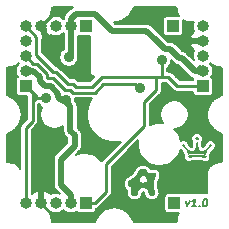
<source format=gtl>
G04 #@! TF.GenerationSoftware,KiCad,Pcbnew,5.1.5*
G04 #@! TF.CreationDate,2020-05-19T10:20:19+02:00*
G04 #@! TF.ProjectId,amoeba-king,616d6f65-6261-42d6-9b69-6e672e6b6963,rev?*
G04 #@! TF.SameCoordinates,Original*
G04 #@! TF.FileFunction,Copper,L1,Top*
G04 #@! TF.FilePolarity,Positive*
%FSLAX46Y46*%
G04 Gerber Fmt 4.6, Leading zero omitted, Abs format (unit mm)*
G04 Created by KiCad (PCBNEW 5.1.5) date 2020-05-19 10:20:19*
%MOMM*%
%LPD*%
G04 APERTURE LIST*
%ADD10C,0.158750*%
%ADD11C,0.150000*%
%ADD12C,0.094155*%
%ADD13R,1.000000X1.000000*%
%ADD14O,1.000000X1.000000*%
%ADD15C,0.889000*%
%ADD16C,0.254000*%
%ADD17C,0.508000*%
%ADD18C,0.203200*%
G04 APERTURE END LIST*
D10*
X81525523Y-175987528D02*
X81623797Y-176410861D01*
X81827904Y-175987528D01*
X82349511Y-176410861D02*
X81986654Y-176410861D01*
X82168083Y-176410861D02*
X82247458Y-175775861D01*
X82175642Y-175866576D01*
X82107607Y-175927052D01*
X82043351Y-175957290D01*
X82629214Y-176350385D02*
X82655672Y-176380623D01*
X82621654Y-176410861D01*
X82595196Y-176380623D01*
X82629214Y-176350385D01*
X82621654Y-176410861D01*
X83124363Y-175775861D02*
X83184839Y-175775861D01*
X83241535Y-175806100D01*
X83267994Y-175836338D01*
X83290672Y-175896814D01*
X83305791Y-176017766D01*
X83286892Y-176168957D01*
X83241535Y-176289909D01*
X83203738Y-176350385D01*
X83169720Y-176380623D01*
X83105464Y-176410861D01*
X83044988Y-176410861D01*
X82988291Y-176380623D01*
X82961833Y-176350385D01*
X82939154Y-176289909D01*
X82924035Y-176168957D01*
X82942934Y-176017766D01*
X82988291Y-175896814D01*
X83026089Y-175836338D01*
X83060107Y-175806100D01*
X83124363Y-175775861D01*
D11*
G36*
X77836664Y-173237920D02*
G01*
X77859254Y-173817467D01*
X77990118Y-173817467D01*
X77998357Y-173828449D01*
X77997436Y-173948331D01*
X78043194Y-173948331D01*
X78049601Y-173966636D01*
X78102677Y-173967551D01*
X78109998Y-173971896D01*
X78115491Y-173979448D01*
X78191445Y-174152410D01*
X78173138Y-174159728D01*
X78174059Y-174189015D01*
X78178637Y-174188101D01*
X78178637Y-174243925D01*
X78150266Y-174352826D01*
X78062675Y-174352826D01*
X78062675Y-174364722D01*
X77984891Y-174364722D01*
X77984891Y-174469963D01*
X77966587Y-174488263D01*
X77946457Y-174469963D01*
X77947378Y-174431529D01*
X77919921Y-174469049D01*
X77822002Y-174469049D01*
X77801867Y-174432444D01*
X77802787Y-174365637D01*
X77753371Y-174365637D01*
X77754291Y-174470878D01*
X77734156Y-174489178D01*
X77713112Y-174470878D01*
X77713112Y-174364722D01*
X77681081Y-174364722D01*
X77681081Y-174350996D01*
X77649049Y-174352825D01*
X77617023Y-174243005D01*
X77617944Y-174190844D01*
X77622519Y-174189930D01*
X77621598Y-174159728D01*
X77614273Y-174159728D01*
X77605126Y-174153324D01*
X77684740Y-173973959D01*
X77689089Y-173969609D01*
X77694807Y-173967551D01*
X77746054Y-173967551D01*
X77755207Y-173947417D01*
X77799108Y-173947417D01*
X77799108Y-173827535D01*
X77859254Y-173817467D01*
X77836664Y-173237920D01*
X77809522Y-173238950D01*
X77782472Y-173242039D01*
X77755513Y-173247189D01*
X77728646Y-173254398D01*
X77701870Y-173263666D01*
X77675185Y-173274994D01*
X77648592Y-173288382D01*
X77622091Y-173303830D01*
X77595682Y-173321337D01*
X77572440Y-173339958D01*
X77550267Y-173361848D01*
X77529307Y-173386100D01*
X77509709Y-173411803D01*
X77491616Y-173438050D01*
X77475175Y-173463932D01*
X77460533Y-173488539D01*
X77447834Y-173510964D01*
X77437225Y-173530297D01*
X77428852Y-173545630D01*
X77406763Y-173584534D01*
X77384559Y-173621640D01*
X77362261Y-173657007D01*
X77339891Y-173690690D01*
X77317468Y-173722748D01*
X77295013Y-173753239D01*
X77272547Y-173782219D01*
X77250090Y-173809746D01*
X77227663Y-173835878D01*
X77205287Y-173860673D01*
X77182982Y-173884187D01*
X77160768Y-173906479D01*
X77138668Y-173927605D01*
X77116700Y-173947623D01*
X77094886Y-173966592D01*
X77073246Y-173984567D01*
X77051801Y-174001608D01*
X77030572Y-174017771D01*
X77009579Y-174033113D01*
X76988842Y-174047693D01*
X76968383Y-174061568D01*
X76948222Y-174074795D01*
X76928379Y-174087431D01*
X76908876Y-174099536D01*
X76889733Y-174111164D01*
X76870970Y-174122376D01*
X76852608Y-174133227D01*
X76834668Y-174143775D01*
X76817170Y-174154079D01*
X76800135Y-174164194D01*
X76783584Y-174174180D01*
X76767536Y-174184093D01*
X76752014Y-174193990D01*
X76737037Y-174203931D01*
X76722626Y-174213971D01*
X76708801Y-174224168D01*
X76695584Y-174234580D01*
X76682994Y-174245265D01*
X76671054Y-174256279D01*
X76659782Y-174267681D01*
X76649200Y-174279528D01*
X76639328Y-174291877D01*
X76630187Y-174304786D01*
X76621798Y-174318313D01*
X76614180Y-174332514D01*
X76607356Y-174347448D01*
X76601345Y-174363172D01*
X76596168Y-174379743D01*
X76591846Y-174397219D01*
X76588399Y-174415658D01*
X76585848Y-174435117D01*
X76584213Y-174455653D01*
X76583516Y-174477324D01*
X76583784Y-174502576D01*
X76585077Y-174525971D01*
X76587343Y-174547607D01*
X76590528Y-174567583D01*
X76594582Y-174585998D01*
X76599451Y-174602950D01*
X76605083Y-174618539D01*
X76611425Y-174632863D01*
X76618426Y-174646021D01*
X76626033Y-174658112D01*
X76634193Y-174669234D01*
X76642855Y-174679487D01*
X76651966Y-174688970D01*
X76661473Y-174697780D01*
X76671324Y-174706018D01*
X76681467Y-174713782D01*
X76691849Y-174721170D01*
X76702419Y-174728281D01*
X76713123Y-174735215D01*
X76723910Y-174742071D01*
X76734726Y-174748946D01*
X76745521Y-174755940D01*
X76756240Y-174763151D01*
X76766832Y-174770679D01*
X76777245Y-174778622D01*
X76787426Y-174787080D01*
X76797323Y-174796150D01*
X76806884Y-174805932D01*
X76816055Y-174816525D01*
X76824785Y-174828027D01*
X76833022Y-174840537D01*
X76840712Y-174854154D01*
X76847804Y-174868978D01*
X76854246Y-174885105D01*
X76859984Y-174902637D01*
X76864967Y-174921671D01*
X76869142Y-174942306D01*
X76872458Y-174964641D01*
X76874860Y-174988775D01*
X76876298Y-175014806D01*
X76876718Y-175042834D01*
X76876069Y-175072958D01*
X76874298Y-175105275D01*
X76871352Y-175139886D01*
X76867180Y-175176888D01*
X76862732Y-175213860D01*
X76859496Y-175246896D01*
X76857872Y-175276700D01*
X76858256Y-175303977D01*
X76861047Y-175329432D01*
X76866644Y-175353771D01*
X76875445Y-175377698D01*
X76887848Y-175401918D01*
X76904252Y-175427135D01*
X76923086Y-175451256D01*
X76943340Y-175472540D01*
X76965012Y-175490985D01*
X76988104Y-175506593D01*
X77012614Y-175519363D01*
X77038543Y-175529295D01*
X77065891Y-175536390D01*
X77094658Y-175540647D01*
X77124843Y-175542066D01*
X77165625Y-175542066D01*
X77195284Y-175540931D01*
X77223884Y-175537526D01*
X77251424Y-175531852D01*
X77277905Y-175523907D01*
X77303327Y-175513693D01*
X77327690Y-175501210D01*
X77350993Y-175486456D01*
X77375246Y-175468125D01*
X77396100Y-175447733D01*
X77413556Y-175425282D01*
X77427613Y-175400771D01*
X77438272Y-175374201D01*
X77445532Y-175345571D01*
X77445606Y-175342329D01*
X77446001Y-175333053D01*
X77446973Y-175318418D01*
X77448783Y-175299100D01*
X77451688Y-175275773D01*
X77455946Y-175249112D01*
X77461817Y-175219793D01*
X77469558Y-175188490D01*
X77479428Y-175155880D01*
X77491685Y-175122636D01*
X77506587Y-175089435D01*
X77524393Y-175056950D01*
X77545362Y-175025858D01*
X77569751Y-174996833D01*
X77597819Y-174970551D01*
X77620061Y-174953794D01*
X77643835Y-174938785D01*
X77668981Y-174925515D01*
X77695338Y-174913979D01*
X77722747Y-174904168D01*
X77751048Y-174896074D01*
X77780081Y-174889691D01*
X77809685Y-174885012D01*
X77839701Y-174882028D01*
X77869968Y-174880733D01*
X77900327Y-174881120D01*
X77930618Y-174883180D01*
X77960681Y-174886906D01*
X77990354Y-174892292D01*
X78019480Y-174899329D01*
X78047897Y-174908011D01*
X78075445Y-174918330D01*
X78101966Y-174930278D01*
X78127297Y-174943849D01*
X78151280Y-174959035D01*
X78173754Y-174975828D01*
X78202213Y-175002068D01*
X78227082Y-175031069D01*
X78248603Y-175062155D01*
X78267017Y-175094647D01*
X78282565Y-175127869D01*
X78295488Y-175161142D01*
X78306028Y-175193790D01*
X78314424Y-175225134D01*
X78320919Y-175254497D01*
X78325753Y-175281202D01*
X78329168Y-175304570D01*
X78331404Y-175323925D01*
X78332703Y-175338589D01*
X78333305Y-175347884D01*
X78333452Y-175351133D01*
X78340198Y-175377549D01*
X78350548Y-175402419D01*
X78364502Y-175425746D01*
X78382061Y-175447527D01*
X78403224Y-175467763D01*
X78427992Y-175486455D01*
X78453068Y-175503447D01*
X78478866Y-175517349D01*
X78505384Y-175528162D01*
X78532622Y-175535886D01*
X78560582Y-175540520D01*
X78589263Y-175542065D01*
X78630045Y-175542065D01*
X78659910Y-175540600D01*
X78688540Y-175536206D01*
X78715933Y-175528883D01*
X78742091Y-175518630D01*
X78767013Y-175505449D01*
X78790699Y-175489338D01*
X78813149Y-175470297D01*
X78834364Y-175448328D01*
X78854343Y-175423429D01*
X78871244Y-175399409D01*
X78885510Y-175377566D01*
X78896857Y-175356606D01*
X78904999Y-175335234D01*
X78909653Y-175312156D01*
X78910536Y-175286077D01*
X78907362Y-175255702D01*
X78899847Y-175219737D01*
X78887708Y-175176887D01*
X78872334Y-175126119D01*
X78858243Y-175076764D01*
X78845397Y-175028795D01*
X78833761Y-174982187D01*
X78823297Y-174936912D01*
X78813969Y-174892944D01*
X78805740Y-174850256D01*
X78798573Y-174808822D01*
X78792432Y-174768616D01*
X78787280Y-174729610D01*
X78783080Y-174691779D01*
X78779796Y-174655095D01*
X78777390Y-174619533D01*
X78775827Y-174585065D01*
X78775070Y-174551666D01*
X78775081Y-174519309D01*
X78775824Y-174487966D01*
X78777263Y-174457612D01*
X78779360Y-174428220D01*
X78782079Y-174399764D01*
X78785384Y-174372217D01*
X78789237Y-174345553D01*
X78793602Y-174319744D01*
X78798442Y-174294765D01*
X78803721Y-174270589D01*
X78809401Y-174247189D01*
X78815447Y-174224539D01*
X78821821Y-174202612D01*
X78828487Y-174181382D01*
X78835407Y-174160823D01*
X78842546Y-174140907D01*
X78849867Y-174121609D01*
X78857332Y-174102901D01*
X78864906Y-174084757D01*
X78872551Y-174067151D01*
X78880231Y-174050056D01*
X78887909Y-174033446D01*
X78895549Y-174017294D01*
X78903113Y-174001573D01*
X78910565Y-173986257D01*
X78917868Y-173971320D01*
X78924986Y-173956735D01*
X78931882Y-173942475D01*
X78938519Y-173928514D01*
X78944861Y-173914826D01*
X78950870Y-173901383D01*
X78956511Y-173888160D01*
X78961746Y-173875129D01*
X78966538Y-173862265D01*
X78970852Y-173849541D01*
X78974650Y-173836929D01*
X78977896Y-173824405D01*
X78980552Y-173811940D01*
X78982583Y-173799509D01*
X78983951Y-173787085D01*
X78984620Y-173774642D01*
X78984553Y-173762153D01*
X78983714Y-173749591D01*
X78982065Y-173736931D01*
X78979570Y-173724144D01*
X78976193Y-173711206D01*
X78971896Y-173698089D01*
X78962129Y-173674789D01*
X78950805Y-173654429D01*
X78938010Y-173636837D01*
X78923831Y-173621841D01*
X78908351Y-173609266D01*
X78891659Y-173598939D01*
X78873839Y-173590689D01*
X78854978Y-173584342D01*
X78835162Y-173579725D01*
X78814476Y-173576665D01*
X78793006Y-173574989D01*
X78770839Y-173574524D01*
X78748060Y-173575097D01*
X78724755Y-173576535D01*
X78701011Y-173578666D01*
X78676913Y-173581316D01*
X78652547Y-173584312D01*
X78627999Y-173587482D01*
X78603354Y-173590652D01*
X78578700Y-173593650D01*
X78554122Y-173596302D01*
X78529705Y-173598435D01*
X78505536Y-173599877D01*
X78481701Y-173600455D01*
X78458286Y-173599996D01*
X78435376Y-173598326D01*
X78413057Y-173595272D01*
X78391416Y-173590663D01*
X78370539Y-173584324D01*
X78350510Y-173576083D01*
X78331417Y-173565767D01*
X78313345Y-173553203D01*
X78296381Y-173538218D01*
X78284419Y-173523837D01*
X78270898Y-173503820D01*
X78255779Y-173479541D01*
X78239029Y-173452375D01*
X78220611Y-173423696D01*
X78200490Y-173394878D01*
X78178629Y-173367296D01*
X78154993Y-173342324D01*
X78129547Y-173321337D01*
X78102771Y-173303830D01*
X78075996Y-173288382D01*
X78049220Y-173274994D01*
X78022445Y-173263666D01*
X77995670Y-173254397D01*
X77968895Y-173247188D01*
X77942119Y-173242039D01*
X77915344Y-173238950D01*
X77888569Y-173237920D01*
X77836664Y-173237920D01*
G37*
D12*
G36*
X82433881Y-172038236D02*
G01*
X82405583Y-172038148D01*
X82377422Y-172038326D01*
X82349408Y-172038770D01*
X82321550Y-172039480D01*
X82293857Y-172040455D01*
X82266339Y-172041693D01*
X82239005Y-172043196D01*
X82211865Y-172044961D01*
X82184929Y-172046989D01*
X82158205Y-172049279D01*
X82131704Y-172051830D01*
X82105434Y-172054642D01*
X82079405Y-172057714D01*
X82053627Y-172061045D01*
X82028108Y-172064635D01*
X82002860Y-172068484D01*
X81977890Y-172072590D01*
X81953208Y-172076954D01*
X81928824Y-172081574D01*
X81904748Y-172086450D01*
X81880988Y-172091581D01*
X81857554Y-172096967D01*
X81834456Y-172102608D01*
X81811703Y-172108502D01*
X81789305Y-172114649D01*
X81767271Y-172121048D01*
X81745609Y-172127700D01*
X81724331Y-172134602D01*
X81703445Y-172141756D01*
X81711052Y-172165918D01*
X81716896Y-172188891D01*
X81721193Y-172211229D01*
X81724156Y-172233486D01*
X81725999Y-172256217D01*
X81747283Y-172250010D01*
X81768926Y-172243965D01*
X81790918Y-172238087D01*
X81813254Y-172232382D01*
X81835926Y-172226855D01*
X81858927Y-172221512D01*
X81882251Y-172216358D01*
X81905890Y-172211400D01*
X81929836Y-172206642D01*
X81954084Y-172202091D01*
X81978626Y-172197752D01*
X82003455Y-172193630D01*
X82028563Y-172189732D01*
X82053945Y-172186062D01*
X82079592Y-172182627D01*
X82105498Y-172179433D01*
X82131656Y-172176484D01*
X82158058Y-172173786D01*
X82184698Y-172171346D01*
X82211569Y-172169168D01*
X82238663Y-172167258D01*
X82265974Y-172165623D01*
X82293494Y-172164267D01*
X82321216Y-172163196D01*
X82349134Y-172162416D01*
X82377241Y-172161932D01*
X82405528Y-172161751D01*
X82433990Y-172161877D01*
X82462441Y-172162296D01*
X82490696Y-172162991D01*
X82518751Y-172163959D01*
X82546601Y-172165197D01*
X82574238Y-172166702D01*
X82601659Y-172168470D01*
X82628858Y-172170500D01*
X82655830Y-172172787D01*
X82682568Y-172175330D01*
X82709068Y-172178125D01*
X82735324Y-172181169D01*
X82761331Y-172184459D01*
X82787083Y-172187993D01*
X82812575Y-172191767D01*
X82837802Y-172195779D01*
X82862757Y-172200024D01*
X82887437Y-172204502D01*
X82911834Y-172209208D01*
X82935945Y-172214140D01*
X82959763Y-172219294D01*
X82983283Y-172224669D01*
X83006500Y-172230260D01*
X83029408Y-172236065D01*
X83052002Y-172242081D01*
X83074276Y-172248304D01*
X83096225Y-172254733D01*
X83117844Y-172261365D01*
X83139127Y-172268195D01*
X83141037Y-172247218D01*
X83144583Y-172225930D01*
X83149584Y-172204170D01*
X83155858Y-172181778D01*
X83163225Y-172158594D01*
X83142575Y-172151196D01*
X83121535Y-172144017D01*
X83100112Y-172137058D01*
X83078313Y-172130320D01*
X83056148Y-172123805D01*
X83033622Y-172117514D01*
X83010744Y-172111449D01*
X82987522Y-172105612D01*
X82963963Y-172100003D01*
X82940076Y-172094625D01*
X82915866Y-172089479D01*
X82891343Y-172084567D01*
X82866514Y-172079889D01*
X82841387Y-172075448D01*
X82815968Y-172071245D01*
X82790267Y-172067281D01*
X82764290Y-172063559D01*
X82738046Y-172060079D01*
X82711541Y-172056842D01*
X82684784Y-172053852D01*
X82657783Y-172051108D01*
X82630544Y-172048614D01*
X82603076Y-172046369D01*
X82575387Y-172044375D01*
X82547483Y-172042635D01*
X82519373Y-172041150D01*
X82491064Y-172039920D01*
X82462564Y-172038949D01*
X82433881Y-172038236D01*
G37*
X82433881Y-172038236D02*
X82405583Y-172038148D01*
X82377422Y-172038326D01*
X82349408Y-172038770D01*
X82321550Y-172039480D01*
X82293857Y-172040455D01*
X82266339Y-172041693D01*
X82239005Y-172043196D01*
X82211865Y-172044961D01*
X82184929Y-172046989D01*
X82158205Y-172049279D01*
X82131704Y-172051830D01*
X82105434Y-172054642D01*
X82079405Y-172057714D01*
X82053627Y-172061045D01*
X82028108Y-172064635D01*
X82002860Y-172068484D01*
X81977890Y-172072590D01*
X81953208Y-172076954D01*
X81928824Y-172081574D01*
X81904748Y-172086450D01*
X81880988Y-172091581D01*
X81857554Y-172096967D01*
X81834456Y-172102608D01*
X81811703Y-172108502D01*
X81789305Y-172114649D01*
X81767271Y-172121048D01*
X81745609Y-172127700D01*
X81724331Y-172134602D01*
X81703445Y-172141756D01*
X81711052Y-172165918D01*
X81716896Y-172188891D01*
X81721193Y-172211229D01*
X81724156Y-172233486D01*
X81725999Y-172256217D01*
X81747283Y-172250010D01*
X81768926Y-172243965D01*
X81790918Y-172238087D01*
X81813254Y-172232382D01*
X81835926Y-172226855D01*
X81858927Y-172221512D01*
X81882251Y-172216358D01*
X81905890Y-172211400D01*
X81929836Y-172206642D01*
X81954084Y-172202091D01*
X81978626Y-172197752D01*
X82003455Y-172193630D01*
X82028563Y-172189732D01*
X82053945Y-172186062D01*
X82079592Y-172182627D01*
X82105498Y-172179433D01*
X82131656Y-172176484D01*
X82158058Y-172173786D01*
X82184698Y-172171346D01*
X82211569Y-172169168D01*
X82238663Y-172167258D01*
X82265974Y-172165623D01*
X82293494Y-172164267D01*
X82321216Y-172163196D01*
X82349134Y-172162416D01*
X82377241Y-172161932D01*
X82405528Y-172161751D01*
X82433990Y-172161877D01*
X82462441Y-172162296D01*
X82490696Y-172162991D01*
X82518751Y-172163959D01*
X82546601Y-172165197D01*
X82574238Y-172166702D01*
X82601659Y-172168470D01*
X82628858Y-172170500D01*
X82655830Y-172172787D01*
X82682568Y-172175330D01*
X82709068Y-172178125D01*
X82735324Y-172181169D01*
X82761331Y-172184459D01*
X82787083Y-172187993D01*
X82812575Y-172191767D01*
X82837802Y-172195779D01*
X82862757Y-172200024D01*
X82887437Y-172204502D01*
X82911834Y-172209208D01*
X82935945Y-172214140D01*
X82959763Y-172219294D01*
X82983283Y-172224669D01*
X83006500Y-172230260D01*
X83029408Y-172236065D01*
X83052002Y-172242081D01*
X83074276Y-172248304D01*
X83096225Y-172254733D01*
X83117844Y-172261365D01*
X83139127Y-172268195D01*
X83141037Y-172247218D01*
X83144583Y-172225930D01*
X83149584Y-172204170D01*
X83155858Y-172181778D01*
X83163225Y-172158594D01*
X83142575Y-172151196D01*
X83121535Y-172144017D01*
X83100112Y-172137058D01*
X83078313Y-172130320D01*
X83056148Y-172123805D01*
X83033622Y-172117514D01*
X83010744Y-172111449D01*
X82987522Y-172105612D01*
X82963963Y-172100003D01*
X82940076Y-172094625D01*
X82915866Y-172089479D01*
X82891343Y-172084567D01*
X82866514Y-172079889D01*
X82841387Y-172075448D01*
X82815968Y-172071245D01*
X82790267Y-172067281D01*
X82764290Y-172063559D01*
X82738046Y-172060079D01*
X82711541Y-172056842D01*
X82684784Y-172053852D01*
X82657783Y-172051108D01*
X82630544Y-172048614D01*
X82603076Y-172046369D01*
X82575387Y-172044375D01*
X82547483Y-172042635D01*
X82519373Y-172041150D01*
X82491064Y-172039920D01*
X82462564Y-172038949D01*
X82433881Y-172038236D01*
D11*
G36*
X82437986Y-170535243D02*
G01*
X82414361Y-170537137D01*
X82391944Y-170542623D01*
X82371038Y-170551406D01*
X82351943Y-170563192D01*
X82334960Y-170577685D01*
X82320390Y-170594592D01*
X82308534Y-170613617D01*
X82299693Y-170634465D01*
X82294168Y-170656842D01*
X82292259Y-170680454D01*
X82294235Y-170704226D01*
X82299948Y-170726616D01*
X82309073Y-170747354D01*
X82321286Y-170766172D01*
X82336262Y-170782801D01*
X82353678Y-170796971D01*
X82373208Y-170808415D01*
X82394529Y-170816863D01*
X82417316Y-170822047D01*
X82414841Y-170849946D01*
X82412280Y-170878145D01*
X82409619Y-170906601D01*
X82406849Y-170935273D01*
X82403959Y-170964118D01*
X82400938Y-170993093D01*
X82397775Y-171022155D01*
X82394458Y-171051264D01*
X82390978Y-171080375D01*
X82387323Y-171109447D01*
X82383483Y-171138436D01*
X82379446Y-171167302D01*
X82375202Y-171196000D01*
X82370739Y-171224489D01*
X82366047Y-171252727D01*
X82361115Y-171280670D01*
X82355932Y-171308277D01*
X82350488Y-171335504D01*
X82344770Y-171362310D01*
X82338769Y-171388652D01*
X82332473Y-171414487D01*
X82325872Y-171439774D01*
X82318954Y-171464469D01*
X82311710Y-171488530D01*
X82304127Y-171511915D01*
X82296195Y-171534582D01*
X82287903Y-171556487D01*
X82279240Y-171577588D01*
X82270196Y-171597843D01*
X82260759Y-171617210D01*
X82250919Y-171635646D01*
X82240664Y-171653108D01*
X82229984Y-171669554D01*
X82218868Y-171684942D01*
X82207305Y-171699230D01*
X82195284Y-171712373D01*
X82182794Y-171724332D01*
X82169824Y-171735061D01*
X82156364Y-171744521D01*
X82142402Y-171752667D01*
X82127928Y-171759458D01*
X82110914Y-171765560D01*
X82093166Y-171769821D01*
X82074732Y-171772316D01*
X82055658Y-171773118D01*
X82035991Y-171772300D01*
X82015778Y-171769938D01*
X81995066Y-171766103D01*
X81973902Y-171760871D01*
X81952331Y-171754314D01*
X81930403Y-171746507D01*
X81908162Y-171737523D01*
X81885656Y-171727437D01*
X81862933Y-171716321D01*
X81840038Y-171704250D01*
X81817018Y-171691298D01*
X81793922Y-171677537D01*
X81770794Y-171663043D01*
X81747683Y-171647889D01*
X81724635Y-171632148D01*
X81701696Y-171615894D01*
X81678915Y-171599201D01*
X81656337Y-171582143D01*
X81634010Y-171564794D01*
X81611980Y-171547227D01*
X81590294Y-171529516D01*
X81568999Y-171511735D01*
X81548142Y-171493957D01*
X81527770Y-171476257D01*
X81507930Y-171458708D01*
X81488668Y-171441384D01*
X81470031Y-171424359D01*
X81452067Y-171407706D01*
X81434822Y-171391499D01*
X81418342Y-171375813D01*
X81402676Y-171360720D01*
X81387869Y-171346294D01*
X81373969Y-171332610D01*
X81387753Y-171316290D01*
X81398538Y-171297776D01*
X81405564Y-171277301D01*
X81408075Y-171255096D01*
X81405802Y-171232440D01*
X81399279Y-171211316D01*
X81388955Y-171192183D01*
X81375275Y-171175500D01*
X81358686Y-171161725D01*
X81339636Y-171151318D01*
X81318571Y-171144737D01*
X81295937Y-171142441D01*
X81273282Y-171144737D01*
X81252158Y-171151318D01*
X81233025Y-171161725D01*
X81216341Y-171175500D01*
X81202567Y-171192183D01*
X81192159Y-171211316D01*
X81185578Y-171232440D01*
X81183283Y-171255096D01*
X81185578Y-171277729D01*
X81192159Y-171298794D01*
X81202567Y-171317845D01*
X81216341Y-171334433D01*
X81233025Y-171348113D01*
X81252158Y-171358438D01*
X81273282Y-171364960D01*
X81295937Y-171367234D01*
X81317053Y-171367647D01*
X81331975Y-171363338D01*
X81346580Y-171354831D01*
X81562071Y-171717600D01*
X81577430Y-171746825D01*
X81591690Y-171775300D01*
X81604867Y-171803022D01*
X81616981Y-171829988D01*
X81628048Y-171856197D01*
X81638087Y-171881646D01*
X81647115Y-171906333D01*
X81655151Y-171930256D01*
X81662211Y-171953414D01*
X81668314Y-171975802D01*
X81673478Y-171997421D01*
X81677720Y-172018266D01*
X81681058Y-172038337D01*
X81683510Y-172057631D01*
X81705245Y-172051171D01*
X81727339Y-172044884D01*
X81749782Y-172038775D01*
X81772568Y-172032850D01*
X81795687Y-172027113D01*
X81819133Y-172021572D01*
X81842897Y-172016230D01*
X81866970Y-172011095D01*
X81891345Y-172006170D01*
X81916014Y-172001462D01*
X81940968Y-171996976D01*
X81966199Y-171992718D01*
X81991700Y-171988693D01*
X82017461Y-171984906D01*
X82043476Y-171981363D01*
X82069736Y-171978071D01*
X82096233Y-171975033D01*
X82122958Y-171972256D01*
X82149904Y-171969745D01*
X82177063Y-171967505D01*
X82204426Y-171965543D01*
X82231985Y-171963863D01*
X82259733Y-171962471D01*
X82287660Y-171961373D01*
X82315760Y-171960574D01*
X82344024Y-171960080D01*
X82372444Y-171959895D01*
X82401011Y-171960027D01*
X82429718Y-171960479D01*
X82458781Y-171960795D01*
X82487636Y-171961394D01*
X82516280Y-171962274D01*
X82544709Y-171963432D01*
X82572919Y-171964862D01*
X82600906Y-171966563D01*
X82628665Y-171968530D01*
X82656194Y-171970760D01*
X82683487Y-171973250D01*
X82710541Y-171975995D01*
X82737353Y-171978993D01*
X82763917Y-171982240D01*
X82790230Y-171985732D01*
X82816289Y-171989465D01*
X82842088Y-171993437D01*
X82867624Y-171997644D01*
X82892894Y-172002083D01*
X82917892Y-172006749D01*
X82942616Y-172011639D01*
X82967061Y-172016750D01*
X82991223Y-172022078D01*
X83015098Y-172027620D01*
X83038683Y-172033372D01*
X83061972Y-172039330D01*
X83084963Y-172045492D01*
X83107651Y-172051853D01*
X83130032Y-172058411D01*
X83152103Y-172065161D01*
X83173859Y-172072100D01*
X83177077Y-172052604D01*
X83180917Y-172032466D01*
X83185452Y-172011676D01*
X83190761Y-171990219D01*
X83196918Y-171968083D01*
X83204000Y-171945255D01*
X83212082Y-171921723D01*
X83221240Y-171897474D01*
X83231551Y-171872494D01*
X83243091Y-171846772D01*
X83255934Y-171820295D01*
X83270158Y-171793050D01*
X83285838Y-171765023D01*
X83303050Y-171736203D01*
X83519057Y-171366717D01*
X83535222Y-171374702D01*
X83552551Y-171380815D01*
X83570734Y-171383253D01*
X83593389Y-171380980D01*
X83614513Y-171374457D01*
X83633646Y-171364133D01*
X83650330Y-171350453D01*
X83664104Y-171333864D01*
X83674512Y-171314814D01*
X83681093Y-171293749D01*
X83683388Y-171271115D01*
X83681093Y-171248460D01*
X83674512Y-171227336D01*
X83664104Y-171208203D01*
X83650330Y-171191520D01*
X83633646Y-171177745D01*
X83614513Y-171167337D01*
X83593389Y-171160756D01*
X83570734Y-171158461D01*
X83548100Y-171160756D01*
X83527035Y-171167337D01*
X83507985Y-171177745D01*
X83491396Y-171191520D01*
X83477716Y-171208203D01*
X83467392Y-171227336D01*
X83460869Y-171248460D01*
X83458596Y-171271115D01*
X83461352Y-171291654D01*
X83468745Y-171311906D01*
X83479461Y-171331012D01*
X83492186Y-171348113D01*
X83478481Y-171361188D01*
X83463825Y-171375033D01*
X83448266Y-171389571D01*
X83431854Y-171404728D01*
X83414636Y-171420429D01*
X83396662Y-171436599D01*
X83377980Y-171453162D01*
X83358639Y-171470043D01*
X83338688Y-171487169D01*
X83318175Y-171504462D01*
X83297149Y-171521848D01*
X83275658Y-171539253D01*
X83253753Y-171556600D01*
X83231480Y-171573815D01*
X83208889Y-171590822D01*
X83186029Y-171607547D01*
X83162947Y-171623915D01*
X83139694Y-171639850D01*
X83116318Y-171655277D01*
X83092866Y-171670121D01*
X83069389Y-171684307D01*
X83045935Y-171697760D01*
X83022552Y-171710404D01*
X82999289Y-171722165D01*
X82976194Y-171732968D01*
X82953318Y-171742737D01*
X82930707Y-171751397D01*
X82908412Y-171758873D01*
X82886480Y-171765091D01*
X82864960Y-171769974D01*
X82843902Y-171773448D01*
X82823353Y-171775437D01*
X82803362Y-171775868D01*
X82783979Y-171774663D01*
X82765251Y-171771749D01*
X82747228Y-171767050D01*
X82729958Y-171760491D01*
X82715135Y-171740394D01*
X82700904Y-171719869D01*
X82687252Y-171698932D01*
X82674164Y-171677602D01*
X82661627Y-171655897D01*
X82649626Y-171633833D01*
X82638149Y-171611428D01*
X82627181Y-171588701D01*
X82616708Y-171565668D01*
X82606718Y-171542347D01*
X82597194Y-171518756D01*
X82588125Y-171494913D01*
X82579496Y-171470834D01*
X82571294Y-171446538D01*
X82563503Y-171422043D01*
X82556112Y-171397365D01*
X82549105Y-171372522D01*
X82542469Y-171347533D01*
X82536191Y-171322414D01*
X82530256Y-171297184D01*
X82524650Y-171271859D01*
X82519360Y-171246458D01*
X82514372Y-171220998D01*
X82509672Y-171195496D01*
X82505247Y-171169971D01*
X82501082Y-171144440D01*
X82497163Y-171118920D01*
X82493477Y-171093429D01*
X82490010Y-171067984D01*
X82486748Y-171042604D01*
X82483678Y-171017306D01*
X82480785Y-170992107D01*
X82478055Y-170967026D01*
X82475476Y-170942079D01*
X82473032Y-170917284D01*
X82470711Y-170892659D01*
X82468498Y-170868222D01*
X82466379Y-170843990D01*
X82464341Y-170819980D01*
X82488629Y-170815846D01*
X82504584Y-170811464D01*
X82520926Y-170802631D01*
X82536881Y-170789781D01*
X82551674Y-170773348D01*
X82564528Y-170753764D01*
X82574670Y-170731465D01*
X82581324Y-170706884D01*
X82583714Y-170680454D01*
X82581805Y-170656842D01*
X82576280Y-170634465D01*
X82567439Y-170613617D01*
X82555583Y-170594592D01*
X82541013Y-170577685D01*
X82524030Y-170563192D01*
X82504935Y-170551406D01*
X82484029Y-170542623D01*
X82461612Y-170537137D01*
X82437986Y-170535243D01*
G37*
D13*
X80518000Y-176149000D03*
X80391000Y-161163000D03*
D14*
X69215000Y-161163000D03*
X70485000Y-161163000D03*
X71755000Y-161163000D03*
D13*
X73025000Y-161163000D03*
D14*
X82931000Y-161163000D03*
X82931000Y-162433000D03*
X82931000Y-163703000D03*
X82931000Y-164973000D03*
D13*
X82931000Y-166243000D03*
D14*
X67945000Y-161163000D03*
X67945000Y-162433000D03*
X67945000Y-163703000D03*
X67945000Y-164973000D03*
D13*
X67945000Y-166243000D03*
D14*
X67945000Y-176149000D03*
X69215000Y-176149000D03*
X70485000Y-176149000D03*
X71755000Y-176149000D03*
D13*
X73025000Y-176149000D03*
D15*
X69646800Y-167259000D03*
X73964800Y-171272200D03*
X78867000Y-168402000D03*
X79070200Y-160121600D03*
X82829400Y-167741600D03*
X76962000Y-172085000D03*
X82626200Y-173253400D03*
X66700400Y-165023800D03*
X67081400Y-172186600D03*
X70510400Y-159867600D03*
X72745600Y-167817800D03*
X67691000Y-167614600D03*
X71120000Y-170840400D03*
X78359000Y-177038000D03*
X81407000Y-162941000D03*
X79883000Y-174625000D03*
X75819000Y-175133000D03*
X79451200Y-164058600D03*
X71323200Y-167386000D03*
X71577200Y-163804600D03*
X80949800Y-165201600D03*
X73025000Y-165455600D03*
X69951600Y-162915600D03*
X69011800Y-171678600D03*
X77647800Y-166395400D03*
D16*
X77978000Y-169625216D02*
X74758097Y-172845119D01*
X73779000Y-176149000D02*
X73025000Y-176149000D01*
X74758097Y-172845119D02*
X74754001Y-172845119D01*
X74754001Y-172845119D02*
X74754001Y-175173999D01*
X74754001Y-175173999D02*
X73779000Y-176149000D01*
X77978000Y-169625216D02*
X77978000Y-167591742D01*
X80772000Y-166243000D02*
X80010000Y-165481000D01*
X82931000Y-166243000D02*
X80772000Y-166243000D01*
D17*
X71755000Y-176149000D02*
X71755000Y-175441894D01*
X70914999Y-174601893D02*
X70914999Y-172455103D01*
X71755000Y-175441894D02*
X70914999Y-174601893D01*
X72072501Y-170370501D02*
X71716001Y-170014001D01*
X71716001Y-170014001D02*
X71716001Y-167966580D01*
X72072501Y-171297601D02*
X72072501Y-170370501D01*
X70914999Y-172455103D02*
X72072501Y-171297601D01*
X82931000Y-164947600D02*
X82931000Y-164973000D01*
X82694401Y-164711001D02*
X82931000Y-164947600D01*
D16*
X67945000Y-176149000D02*
X67945000Y-175658998D01*
X68453000Y-166751000D02*
X67945000Y-166243000D01*
X68516501Y-166814501D02*
X67945000Y-166243000D01*
X69215000Y-176149000D02*
X70180200Y-177114200D01*
X69215000Y-161163000D02*
X70510400Y-159867600D01*
X80010000Y-165481000D02*
X79705200Y-165481000D01*
X79451200Y-164687217D02*
X79451200Y-165481000D01*
X79451200Y-164058600D02*
X79451200Y-164687217D01*
X79705200Y-165481000D02*
X79451200Y-165481000D01*
X71917176Y-166039800D02*
X71606175Y-166039800D01*
X68826001Y-162059999D02*
X68834000Y-162052000D01*
X73585249Y-166281101D02*
X72158477Y-166281101D01*
X74385350Y-165481000D02*
X73585249Y-166281101D01*
X68834000Y-162052000D02*
X67945000Y-161163000D01*
X72158477Y-166281101D02*
X71917176Y-166039800D01*
X70256420Y-165023545D02*
X68826001Y-163593126D01*
X68826001Y-163593126D02*
X68826001Y-162059999D01*
X71479175Y-166039800D02*
X70488577Y-165049202D01*
X71606175Y-166039800D02*
X71479175Y-166039800D01*
X70256420Y-165023545D02*
X70193037Y-164960162D01*
X70488577Y-165049202D02*
X70256420Y-165049202D01*
X70256420Y-165049202D02*
X70256420Y-165023545D01*
X78994000Y-166575742D02*
X78994000Y-165481000D01*
X79451200Y-165481000D02*
X78994000Y-165481000D01*
X77978000Y-167591742D02*
X78994000Y-166575742D01*
X78994000Y-165481000D02*
X74385350Y-165481000D01*
D17*
X80949799Y-163893501D02*
X81144395Y-163893501D01*
X71755000Y-161163000D02*
X71755000Y-160518598D01*
X82223894Y-164973000D02*
X82931000Y-164973000D01*
X81144395Y-163893501D02*
X82223894Y-164973000D01*
X73816450Y-160106247D02*
X75267693Y-161557490D01*
X78156592Y-161557490D02*
X78955901Y-162356799D01*
X75267693Y-161557490D02*
X78156592Y-161557490D01*
X72167351Y-160106247D02*
X73816450Y-160106247D01*
X71755000Y-160518598D02*
X72167351Y-160106247D01*
X80162397Y-163106099D02*
X80600549Y-163544251D01*
X79692499Y-163106099D02*
X80162397Y-163106099D01*
X78955901Y-162369501D02*
X79692499Y-163106099D01*
X80600549Y-163544251D02*
X80949799Y-163893501D01*
X78955901Y-162356799D02*
X78955901Y-162369501D01*
X80467197Y-163410899D02*
X80600549Y-163544251D01*
X71323200Y-167386000D02*
X71323200Y-167297098D01*
X69113400Y-165496998D02*
X68589402Y-164973000D01*
X68589402Y-164973000D02*
X67945000Y-164973000D01*
X69113400Y-165820239D02*
X69113400Y-165496998D01*
X71323200Y-167386000D02*
X70916800Y-167386000D01*
X70916800Y-167386000D02*
X70700901Y-167170101D01*
X69548860Y-166255699D02*
X69113400Y-165820239D01*
X70700901Y-166877999D02*
X70078601Y-166255699D01*
X70078601Y-166255699D02*
X69548860Y-166255699D01*
X70700901Y-167170101D02*
X70700901Y-166877999D01*
X71323200Y-167386000D02*
X71323200Y-167611358D01*
X71678422Y-167966580D02*
X71716001Y-167966580D01*
X71323200Y-167611358D02*
X71678422Y-167966580D01*
X71755000Y-163626800D02*
X71577200Y-163804600D01*
X71755000Y-161163000D02*
X71755000Y-163626800D01*
D16*
X68884800Y-167182800D02*
X68516501Y-166814501D01*
X68656200Y-167208200D02*
X68529200Y-167335200D01*
X68529200Y-167335200D02*
X68516501Y-166814501D01*
X69646800Y-167259000D02*
X69018183Y-167259000D01*
X68834000Y-167259000D02*
X68529200Y-167563800D01*
X69646800Y-167259000D02*
X68834000Y-167259000D01*
X68516501Y-168010841D02*
X68529200Y-167563800D01*
X68529200Y-167563800D02*
X68529200Y-167335200D01*
X68516501Y-168010841D02*
X68516501Y-169199559D01*
X67945000Y-169771060D02*
X67945000Y-175658998D01*
X68516501Y-169199559D02*
X67945000Y-169771060D01*
D17*
X69215000Y-161163000D02*
X69215000Y-161366200D01*
X69469008Y-161417008D02*
X69215000Y-161163000D01*
X69951600Y-162286983D02*
X69469008Y-161804391D01*
X69469008Y-161804391D02*
X69469008Y-161417008D01*
X69951600Y-162915600D02*
X69951600Y-162286983D01*
X71589901Y-165011101D02*
X71412101Y-164833301D01*
X73025000Y-165455600D02*
X72580501Y-165011101D01*
X72580501Y-165011101D02*
X71589901Y-165011101D01*
X71551714Y-165011101D02*
X71323115Y-164782501D01*
X71589901Y-165011101D02*
X71551714Y-165011101D01*
X69951600Y-163544217D02*
X69951600Y-162915600D01*
X69951600Y-163614186D02*
X69951600Y-163544217D01*
X71119915Y-164782501D02*
X69951600Y-163614186D01*
X71323115Y-164782501D02*
X71119915Y-164782501D01*
D16*
X68852431Y-164337990D02*
X69748410Y-165233969D01*
X69748410Y-165233969D02*
X69748410Y-165557211D01*
X67945000Y-163703000D02*
X68579990Y-164337990D01*
X68579990Y-164337990D02*
X68852431Y-164337990D01*
X77177899Y-166103299D02*
X77546200Y-166471600D01*
X74481485Y-166103299D02*
X77177899Y-166103299D01*
X73795673Y-166789111D02*
X74481485Y-166103299D01*
X70278152Y-165557211D02*
X71281440Y-166560499D01*
X69748410Y-165557211D02*
X70278152Y-165557211D01*
X71948053Y-166789111D02*
X73795673Y-166789111D01*
X71719441Y-166560499D02*
X71281440Y-166560499D01*
X71948053Y-166789111D02*
X71719441Y-166560499D01*
D18*
G36*
X83568036Y-164285116D02*
G01*
X83594132Y-164311029D01*
X83619842Y-164337283D01*
X83624205Y-164340894D01*
X83720244Y-164419221D01*
X83750848Y-164439555D01*
X83781196Y-164460334D01*
X83786178Y-164463028D01*
X83895601Y-164521210D01*
X83929572Y-164535212D01*
X83963378Y-164549701D01*
X83968788Y-164551376D01*
X84087429Y-164587196D01*
X84123510Y-164594340D01*
X84159451Y-164601979D01*
X84165077Y-164602570D01*
X84165080Y-164602571D01*
X84165083Y-164602571D01*
X84288422Y-164614664D01*
X84372176Y-164622876D01*
X84414679Y-164635708D01*
X84453871Y-164656548D01*
X84488271Y-164684603D01*
X84516568Y-164718809D01*
X84537683Y-164757860D01*
X84550809Y-164800264D01*
X84557401Y-164862978D01*
X84557400Y-167033138D01*
X84340053Y-167102084D01*
X84306288Y-167116556D01*
X84272276Y-167130575D01*
X84267295Y-167133268D01*
X84050092Y-167252676D01*
X84019773Y-167273437D01*
X83989141Y-167293789D01*
X83984777Y-167297398D01*
X83794905Y-167456721D01*
X83769191Y-167482980D01*
X83743101Y-167508888D01*
X83739521Y-167513277D01*
X83584210Y-167706444D01*
X83564086Y-167737197D01*
X83543523Y-167767683D01*
X83540864Y-167772683D01*
X83426032Y-167992338D01*
X83412252Y-168026446D01*
X83398017Y-168060310D01*
X83396380Y-168065731D01*
X83326398Y-168303507D01*
X83319514Y-168339593D01*
X83312117Y-168375630D01*
X83311564Y-168381266D01*
X83289100Y-168628106D01*
X83289357Y-168664904D01*
X83289101Y-168701626D01*
X83289653Y-168707262D01*
X83315561Y-168953765D01*
X83322952Y-168989771D01*
X83329842Y-169025887D01*
X83331478Y-169031309D01*
X83404773Y-169268085D01*
X83419031Y-169302002D01*
X83432790Y-169336057D01*
X83435448Y-169341058D01*
X83553336Y-169559088D01*
X83573880Y-169589545D01*
X83594023Y-169620326D01*
X83597602Y-169624715D01*
X83755595Y-169815695D01*
X83781691Y-169841608D01*
X83807401Y-169867862D01*
X83811764Y-169871472D01*
X84003842Y-170028127D01*
X84034464Y-170048473D01*
X84064795Y-170069240D01*
X84069776Y-170071934D01*
X84288624Y-170188297D01*
X84322609Y-170202304D01*
X84356399Y-170216786D01*
X84361809Y-170218461D01*
X84557400Y-170277515D01*
X84557401Y-172446158D01*
X84551124Y-172510177D01*
X84538292Y-172552679D01*
X84517454Y-172591869D01*
X84489394Y-172626274D01*
X84455194Y-172654567D01*
X84416141Y-172675682D01*
X84373735Y-172688809D01*
X84294491Y-172697139D01*
X84286804Y-172697085D01*
X84281168Y-172697637D01*
X84157917Y-172710592D01*
X84121885Y-172717989D01*
X84085799Y-172724873D01*
X84080377Y-172726509D01*
X83961989Y-172763156D01*
X83928080Y-172777410D01*
X83894016Y-172791173D01*
X83889015Y-172793831D01*
X83780000Y-172852775D01*
X83749534Y-172873325D01*
X83718763Y-172893462D01*
X83714374Y-172897041D01*
X83618884Y-172976037D01*
X83592992Y-173002111D01*
X83566716Y-173027842D01*
X83563106Y-173032205D01*
X83484778Y-173128244D01*
X83464448Y-173158844D01*
X83443665Y-173189197D01*
X83440972Y-173194178D01*
X83382790Y-173303602D01*
X83368788Y-173337573D01*
X83354299Y-173371379D01*
X83352624Y-173376789D01*
X83316804Y-173495429D01*
X83309669Y-173531467D01*
X83302021Y-173567451D01*
X83301429Y-173573083D01*
X83289336Y-173696422D01*
X83289336Y-173696432D01*
X83287401Y-173716079D01*
X83287400Y-175271112D01*
X80946115Y-175271112D01*
X80946115Y-175291680D01*
X80018000Y-175291680D01*
X79948290Y-175298546D01*
X79881260Y-175318879D01*
X79819484Y-175351899D01*
X79765337Y-175396337D01*
X79720899Y-175450484D01*
X79687879Y-175512260D01*
X79667546Y-175579290D01*
X79660680Y-175649000D01*
X79660680Y-176649000D01*
X79667546Y-176718710D01*
X79687879Y-176785740D01*
X79720899Y-176847516D01*
X79765337Y-176901663D01*
X79819484Y-176946101D01*
X79881260Y-176979121D01*
X79948290Y-176999454D01*
X80018000Y-177006320D01*
X80899833Y-177006320D01*
X80842790Y-177113602D01*
X80828788Y-177147573D01*
X80814299Y-177181379D01*
X80812624Y-177186789D01*
X80776804Y-177305429D01*
X80769660Y-177341510D01*
X80762021Y-177377451D01*
X80761429Y-177383083D01*
X80749336Y-177506420D01*
X80749336Y-177506422D01*
X80741124Y-177590177D01*
X80728292Y-177632679D01*
X80707454Y-177671869D01*
X80679394Y-177706274D01*
X80645194Y-177734567D01*
X80606141Y-177755682D01*
X80563735Y-177768809D01*
X80501031Y-177775400D01*
X77060862Y-177775400D01*
X76991916Y-177558053D01*
X76977444Y-177524288D01*
X76963425Y-177490276D01*
X76960732Y-177485295D01*
X76841324Y-177268092D01*
X76820563Y-177237773D01*
X76800211Y-177207141D01*
X76796602Y-177202777D01*
X76637279Y-177012905D01*
X76611020Y-176987191D01*
X76585112Y-176961101D01*
X76580723Y-176957521D01*
X76387556Y-176802210D01*
X76356803Y-176782086D01*
X76326317Y-176761523D01*
X76321317Y-176758864D01*
X76101662Y-176644032D01*
X76067554Y-176630252D01*
X76033690Y-176616017D01*
X76028269Y-176614380D01*
X76028267Y-176614379D01*
X76028263Y-176614378D01*
X75790493Y-176544398D01*
X75754407Y-176537514D01*
X75718370Y-176530117D01*
X75712734Y-176529564D01*
X75465894Y-176507100D01*
X75429096Y-176507357D01*
X75392374Y-176507101D01*
X75386738Y-176507653D01*
X75386736Y-176507653D01*
X75140235Y-176533561D01*
X75104223Y-176540953D01*
X75068113Y-176547842D01*
X75062691Y-176549478D01*
X74825915Y-176622773D01*
X74792010Y-176637026D01*
X74757943Y-176650790D01*
X74752942Y-176653448D01*
X74534912Y-176771336D01*
X74504455Y-176791880D01*
X74473674Y-176812023D01*
X74469285Y-176815602D01*
X74278305Y-176973595D01*
X74252410Y-176999672D01*
X74226137Y-177025401D01*
X74222527Y-177029764D01*
X74065873Y-177221842D01*
X74045543Y-177252442D01*
X74024760Y-177282795D01*
X74022066Y-177287776D01*
X73905703Y-177506624D01*
X73891696Y-177540609D01*
X73877214Y-177574399D01*
X73875539Y-177579809D01*
X73816486Y-177775400D01*
X70377832Y-177775400D01*
X70313823Y-177769124D01*
X70271321Y-177756292D01*
X70232131Y-177735454D01*
X70197726Y-177707394D01*
X70169433Y-177673194D01*
X70148318Y-177634141D01*
X70135191Y-177591735D01*
X70126861Y-177512491D01*
X70126915Y-177504804D01*
X70126363Y-177499168D01*
X70113408Y-177375917D01*
X70106011Y-177339885D01*
X70099127Y-177303799D01*
X70097491Y-177298377D01*
X70060844Y-177179989D01*
X70046590Y-177146080D01*
X70032827Y-177112016D01*
X70030169Y-177107015D01*
X69971225Y-176998000D01*
X69953668Y-176971971D01*
X70043007Y-176882692D01*
X70079721Y-176907223D01*
X70235431Y-176971720D01*
X70400731Y-177004600D01*
X70569269Y-177004600D01*
X70734569Y-176971720D01*
X70890279Y-176907223D01*
X71030413Y-176813588D01*
X71120000Y-176724001D01*
X71209587Y-176813588D01*
X71349721Y-176907223D01*
X71505431Y-176971720D01*
X71670731Y-177004600D01*
X71839269Y-177004600D01*
X72004569Y-176971720D01*
X72160279Y-176907223D01*
X72235598Y-176856897D01*
X72272337Y-176901663D01*
X72326484Y-176946101D01*
X72388260Y-176979121D01*
X72455290Y-176999454D01*
X72525000Y-177006320D01*
X73525000Y-177006320D01*
X73594710Y-176999454D01*
X73661740Y-176979121D01*
X73723516Y-176946101D01*
X73777663Y-176901663D01*
X73822101Y-176847516D01*
X73855121Y-176785740D01*
X73875454Y-176718710D01*
X73882320Y-176649000D01*
X73882320Y-176621974D01*
X73964577Y-176597022D01*
X74048415Y-176552209D01*
X74121901Y-176491901D01*
X74137017Y-176473482D01*
X75078488Y-175532011D01*
X75096902Y-175516900D01*
X75115293Y-175494491D01*
X75134389Y-175471222D01*
X75157210Y-175443414D01*
X75202023Y-175359576D01*
X75203518Y-175354646D01*
X75229618Y-175268606D01*
X75238936Y-175173999D01*
X75236601Y-175150292D01*
X75236601Y-174476133D01*
X76227918Y-174476133D01*
X76227936Y-174481098D01*
X76228204Y-174506349D01*
X76228795Y-174511786D01*
X76228487Y-174517240D01*
X76228726Y-174522199D01*
X76230019Y-174545595D01*
X76230975Y-174551798D01*
X76230929Y-174558070D01*
X76231411Y-174563011D01*
X76233677Y-174584647D01*
X76235102Y-174591602D01*
X76235431Y-174598689D01*
X76236179Y-174603597D01*
X76239364Y-174623573D01*
X76241378Y-174631271D01*
X76242211Y-174639180D01*
X76243244Y-174644036D01*
X76247298Y-174662451D01*
X76250003Y-174670769D01*
X76251464Y-174679384D01*
X76252801Y-174684165D01*
X76257669Y-174701117D01*
X76261154Y-174709909D01*
X76263354Y-174719096D01*
X76265008Y-174723778D01*
X76270640Y-174739366D01*
X76274945Y-174748406D01*
X76277950Y-174757948D01*
X76279928Y-174762503D01*
X76286270Y-174776826D01*
X76291375Y-174785856D01*
X76295195Y-174795496D01*
X76297496Y-174799896D01*
X76304497Y-174813054D01*
X76310285Y-174821760D01*
X76314826Y-174831164D01*
X76317440Y-174835385D01*
X76325047Y-174847476D01*
X76331318Y-174855567D01*
X76336414Y-174864442D01*
X76339323Y-174868466D01*
X76347483Y-174879587D01*
X76353973Y-174886829D01*
X76359378Y-174894905D01*
X76362555Y-174898721D01*
X76371217Y-174908974D01*
X76377601Y-174915184D01*
X76383014Y-174922250D01*
X76386429Y-174925854D01*
X76395540Y-174935338D01*
X76401514Y-174940449D01*
X76406644Y-174946396D01*
X76410262Y-174949796D01*
X76419769Y-174958606D01*
X76425015Y-174962591D01*
X76429566Y-174967354D01*
X76433353Y-174970566D01*
X76443204Y-174978805D01*
X76447507Y-174981741D01*
X76451260Y-174985344D01*
X76455181Y-174988390D01*
X76465324Y-174996153D01*
X76468489Y-174998118D01*
X76471266Y-175000604D01*
X76475291Y-175003511D01*
X76485673Y-175010899D01*
X76487582Y-175011994D01*
X76489256Y-175013415D01*
X76493356Y-175016216D01*
X76503926Y-175023326D01*
X76504464Y-175023616D01*
X76504936Y-175024003D01*
X76509084Y-175026732D01*
X76519788Y-175033666D01*
X76519864Y-175033706D01*
X76520952Y-175034407D01*
X76521060Y-175041652D01*
X76520678Y-175059418D01*
X76519525Y-175080446D01*
X76517445Y-175104890D01*
X76513965Y-175135753D01*
X76509678Y-175171385D01*
X76509646Y-175172839D01*
X76509345Y-175174256D01*
X76508826Y-175179194D01*
X76505590Y-175212230D01*
X76505590Y-175217450D01*
X76504728Y-175222593D01*
X76504423Y-175227549D01*
X76502799Y-175257352D01*
X76503220Y-175267064D01*
X76502272Y-175276741D01*
X76502307Y-175281706D01*
X76502691Y-175308983D01*
X76504304Y-175323348D01*
X76504268Y-175337795D01*
X76504774Y-175342734D01*
X76507565Y-175368190D01*
X76511328Y-175386111D01*
X76513414Y-175404279D01*
X76514492Y-175409126D01*
X76520089Y-175433465D01*
X76526456Y-175452438D01*
X76531224Y-175471857D01*
X76532905Y-175476529D01*
X76541706Y-175500456D01*
X76549979Y-175517573D01*
X76556701Y-175535348D01*
X76558933Y-175539783D01*
X76571336Y-175564003D01*
X76579947Y-175577408D01*
X76587089Y-175591642D01*
X76589767Y-175595823D01*
X76606171Y-175621040D01*
X76614207Y-175631091D01*
X76620943Y-175642047D01*
X76623971Y-175645982D01*
X76642805Y-175670103D01*
X76653084Y-175680903D01*
X76662086Y-175692772D01*
X76665483Y-175696393D01*
X76685737Y-175717677D01*
X76698009Y-175728277D01*
X76709105Y-175740094D01*
X76712864Y-175743339D01*
X76734536Y-175761784D01*
X76748679Y-175771614D01*
X76761786Y-175782791D01*
X76765880Y-175785600D01*
X76788972Y-175801208D01*
X76804640Y-175809699D01*
X76819409Y-175819631D01*
X76823796Y-175821957D01*
X76848306Y-175834727D01*
X76864911Y-175841409D01*
X76880791Y-175849626D01*
X76885415Y-175851435D01*
X76911344Y-175861367D01*
X76928166Y-175865988D01*
X76944447Y-175872219D01*
X76949245Y-175873500D01*
X76976592Y-175880595D01*
X76992938Y-175883168D01*
X77008929Y-175887398D01*
X77013835Y-175888159D01*
X77042602Y-175892416D01*
X77057888Y-175893168D01*
X77073002Y-175895587D01*
X77077960Y-175895855D01*
X77108144Y-175897274D01*
X77114030Y-175896975D01*
X77119878Y-175897631D01*
X77124843Y-175897666D01*
X77165625Y-175897666D01*
X77169939Y-175897243D01*
X77174261Y-175897561D01*
X77179223Y-175897406D01*
X77208883Y-175896271D01*
X77220590Y-175894669D01*
X77232389Y-175894589D01*
X77237323Y-175894037D01*
X77265923Y-175890632D01*
X77278224Y-175887930D01*
X77290770Y-175886779D01*
X77295640Y-175885811D01*
X77323180Y-175880137D01*
X77335824Y-175876213D01*
X77348848Y-175873846D01*
X77353613Y-175872453D01*
X77380094Y-175864508D01*
X77392721Y-175859329D01*
X77405857Y-175855689D01*
X77410477Y-175853871D01*
X77435899Y-175843657D01*
X77448147Y-175837284D01*
X77461047Y-175832402D01*
X77465482Y-175830169D01*
X77489845Y-175817686D01*
X77501375Y-175810276D01*
X77513699Y-175804281D01*
X77517912Y-175801654D01*
X77541216Y-175786900D01*
X77550886Y-175779361D01*
X77561427Y-175773107D01*
X77565409Y-175770141D01*
X77589662Y-175751810D01*
X77604443Y-175738179D01*
X77620287Y-175725819D01*
X77623861Y-175722373D01*
X77644715Y-175701981D01*
X77658645Y-175685404D01*
X77673754Y-175669903D01*
X77676829Y-175666004D01*
X77694286Y-175643553D01*
X77706268Y-175624574D01*
X77719528Y-175606479D01*
X77722028Y-175602190D01*
X77736085Y-175577679D01*
X77745228Y-175557367D01*
X77755765Y-175537764D01*
X77757646Y-175533169D01*
X77768305Y-175506600D01*
X77774242Y-175486245D01*
X77781708Y-175466412D01*
X77782962Y-175461608D01*
X77790222Y-175432978D01*
X77790653Y-175430137D01*
X77791583Y-175427422D01*
X77795848Y-175395906D01*
X77800636Y-175364362D01*
X77800569Y-175362863D01*
X77800638Y-175362417D01*
X77800787Y-175359420D01*
X77800891Y-175358649D01*
X77801026Y-175354127D01*
X77801100Y-175352393D01*
X77801472Y-175346790D01*
X77802326Y-175337674D01*
X77803803Y-175325813D01*
X77805996Y-175312081D01*
X77808932Y-175297418D01*
X77812560Y-175282750D01*
X77816723Y-175268995D01*
X77821106Y-175257106D01*
X77825218Y-175247946D01*
X77827102Y-175244509D01*
X77831678Y-175242871D01*
X77838196Y-175241007D01*
X77846076Y-175239275D01*
X77855065Y-175237854D01*
X77864915Y-175236875D01*
X77875309Y-175236430D01*
X77885975Y-175236566D01*
X77896666Y-175237293D01*
X77907017Y-175238576D01*
X77916777Y-175240347D01*
X77925695Y-175242502D01*
X77933471Y-175244878D01*
X77939903Y-175247287D01*
X77944782Y-175249485D01*
X77946385Y-175250344D01*
X77947124Y-175251411D01*
X77950813Y-175257921D01*
X77955422Y-175267768D01*
X77960268Y-175280246D01*
X77964866Y-175294489D01*
X77968908Y-175309578D01*
X77972222Y-175324560D01*
X77974764Y-175338602D01*
X77976531Y-175350694D01*
X77977608Y-175360015D01*
X77978117Y-175365755D01*
X77978448Y-175370866D01*
X77980865Y-175385617D01*
X77983066Y-175400909D01*
X77987715Y-175434301D01*
X77988089Y-175435811D01*
X77988102Y-175435899D01*
X77988133Y-175435987D01*
X77988910Y-175439121D01*
X77995656Y-175465537D01*
X78003556Y-175487330D01*
X78010018Y-175509580D01*
X78011893Y-175514178D01*
X78022243Y-175539048D01*
X78033227Y-175559537D01*
X78042861Y-175580689D01*
X78045380Y-175584968D01*
X78059334Y-175608295D01*
X78072599Y-175626230D01*
X78084570Y-175645039D01*
X78087659Y-175648926D01*
X78105218Y-175670707D01*
X78119590Y-175685345D01*
X78132741Y-175701084D01*
X78136306Y-175704540D01*
X78157469Y-175724776D01*
X78171825Y-175736040D01*
X78185072Y-175748585D01*
X78189014Y-175751604D01*
X78213782Y-175770296D01*
X78219413Y-175773739D01*
X78224423Y-175778021D01*
X78228514Y-175780835D01*
X78253590Y-175797828D01*
X78267254Y-175805254D01*
X78280023Y-175814102D01*
X78284377Y-175816488D01*
X78310175Y-175830390D01*
X78325461Y-175836791D01*
X78340015Y-175844720D01*
X78344599Y-175846627D01*
X78371118Y-175857440D01*
X78387649Y-175862363D01*
X78403603Y-175868884D01*
X78408370Y-175870273D01*
X78435608Y-175877997D01*
X78452796Y-175881100D01*
X78469587Y-175885854D01*
X78474479Y-175886700D01*
X78502439Y-175891334D01*
X78519568Y-175892475D01*
X78536498Y-175895303D01*
X78541454Y-175895605D01*
X78570136Y-175897150D01*
X78577237Y-175896838D01*
X78584298Y-175897630D01*
X78589263Y-175897665D01*
X78630045Y-175897665D01*
X78636271Y-175897055D01*
X78642507Y-175897446D01*
X78647468Y-175897238D01*
X78677333Y-175895773D01*
X78693064Y-175893448D01*
X78708941Y-175892803D01*
X78713854Y-175892085D01*
X78742484Y-175887691D01*
X78758865Y-175883508D01*
X78775572Y-175880991D01*
X78780378Y-175879742D01*
X78807771Y-175872419D01*
X78824165Y-175866268D01*
X78841067Y-175861738D01*
X78845703Y-175859959D01*
X78871861Y-175849706D01*
X78887560Y-175841706D01*
X78903938Y-175835263D01*
X78908344Y-175832973D01*
X78933266Y-175819792D01*
X78947648Y-175810282D01*
X78962884Y-175802241D01*
X78967009Y-175799478D01*
X78990695Y-175783367D01*
X79003295Y-175772860D01*
X79016902Y-175763716D01*
X79020712Y-175760531D01*
X79043161Y-175741490D01*
X79053753Y-175730559D01*
X79065473Y-175720863D01*
X79068947Y-175717316D01*
X79090162Y-175695347D01*
X79098765Y-175684493D01*
X79108581Y-175674726D01*
X79111716Y-175670875D01*
X79131695Y-175645976D01*
X79136482Y-175638646D01*
X79142280Y-175632099D01*
X79145166Y-175628059D01*
X79162067Y-175604039D01*
X79163883Y-175600833D01*
X79166226Y-175597996D01*
X79168970Y-175593858D01*
X79183236Y-175572015D01*
X79188873Y-175561209D01*
X79195831Y-175551209D01*
X79198226Y-175546859D01*
X79209573Y-175525900D01*
X79217735Y-175506510D01*
X79227359Y-175487829D01*
X79229159Y-175483202D01*
X79237301Y-175461830D01*
X79244363Y-175435937D01*
X79252566Y-175410391D01*
X79253582Y-175405531D01*
X79258236Y-175382452D01*
X79260953Y-175355709D01*
X79264846Y-175329150D01*
X79265049Y-175324189D01*
X79265932Y-175298110D01*
X79264525Y-175276107D01*
X79264692Y-175254062D01*
X79264210Y-175249120D01*
X79261036Y-175218745D01*
X79257899Y-175203416D01*
X79256426Y-175187837D01*
X79255444Y-175182969D01*
X79247929Y-175147004D01*
X79244939Y-175137465D01*
X79243303Y-175127599D01*
X79241983Y-175122813D01*
X79229844Y-175079963D01*
X79229582Y-175079295D01*
X79229451Y-175078585D01*
X79228045Y-175073823D01*
X79213490Y-175025760D01*
X79200973Y-174981917D01*
X79189683Y-174939757D01*
X79179521Y-174899052D01*
X79170487Y-174859964D01*
X79162505Y-174822339D01*
X79155564Y-174786333D01*
X79149563Y-174751640D01*
X79144500Y-174718491D01*
X79140305Y-174686734D01*
X79136926Y-174656300D01*
X79134323Y-174627223D01*
X79132445Y-174599462D01*
X79131245Y-174572990D01*
X79130671Y-174547685D01*
X79130680Y-174523540D01*
X79131224Y-174500603D01*
X79132265Y-174478654D01*
X79133752Y-174457818D01*
X79135659Y-174437854D01*
X79137939Y-174418852D01*
X79140573Y-174400624D01*
X79143516Y-174383222D01*
X79146753Y-174366517D01*
X79150258Y-174350466D01*
X79154013Y-174334997D01*
X79158013Y-174320012D01*
X79162220Y-174305541D01*
X79166665Y-174291383D01*
X79171330Y-174277524D01*
X79176188Y-174263973D01*
X79181270Y-174250576D01*
X79186576Y-174237279D01*
X79192088Y-174224074D01*
X79197831Y-174210849D01*
X79203805Y-174197551D01*
X79210056Y-174184030D01*
X79216513Y-174170378D01*
X79223229Y-174156420D01*
X79230231Y-174142030D01*
X79237330Y-174127511D01*
X79237337Y-174127493D01*
X79237441Y-174127283D01*
X79244559Y-174112698D01*
X79244581Y-174112638D01*
X79245118Y-174111548D01*
X79252014Y-174097288D01*
X79252047Y-174097199D01*
X79253038Y-174095151D01*
X79259675Y-174081191D01*
X79259700Y-174081121D01*
X79261170Y-174078006D01*
X79267512Y-174064318D01*
X79267518Y-174064301D01*
X79269504Y-174059941D01*
X79275513Y-174046498D01*
X79275693Y-174045959D01*
X79275970Y-174045470D01*
X79277950Y-174040917D01*
X79283591Y-174027694D01*
X79283981Y-174026456D01*
X79284596Y-174025314D01*
X79286480Y-174020720D01*
X79291715Y-174007689D01*
X79292290Y-174005721D01*
X79293210Y-174003902D01*
X79294976Y-173999261D01*
X79299769Y-173986397D01*
X79300489Y-173983677D01*
X79301681Y-173981136D01*
X79303308Y-173976445D01*
X79307622Y-173963721D01*
X79308449Y-173960175D01*
X79309883Y-173956823D01*
X79311348Y-173952079D01*
X79315146Y-173939467D01*
X79316008Y-173935100D01*
X79317597Y-173930944D01*
X79318876Y-173926146D01*
X79322122Y-173913622D01*
X79322944Y-173908389D01*
X79324620Y-173903360D01*
X79325688Y-173898511D01*
X79328344Y-173886046D01*
X79329023Y-173880018D01*
X79330664Y-173874173D01*
X79331499Y-173869278D01*
X79333530Y-173856847D01*
X79333969Y-173850027D01*
X79335469Y-173843360D01*
X79336047Y-173838429D01*
X79337415Y-173826005D01*
X79337504Y-173818515D01*
X79338737Y-173811132D01*
X79339038Y-173806176D01*
X79339707Y-173793733D01*
X79339353Y-173785699D01*
X79340207Y-173777699D01*
X79340215Y-173772734D01*
X79340148Y-173760245D01*
X79339278Y-173751841D01*
X79339658Y-173743412D01*
X79339363Y-173738456D01*
X79338524Y-173725894D01*
X79337097Y-173717291D01*
X79336942Y-173708589D01*
X79336335Y-173703661D01*
X79334686Y-173691001D01*
X79332710Y-173682455D01*
X79332000Y-173673710D01*
X79331083Y-173668830D01*
X79328588Y-173656044D01*
X79326103Y-173647729D01*
X79324862Y-173639149D01*
X79323642Y-173634336D01*
X79320266Y-173621398D01*
X79317349Y-173613483D01*
X79315635Y-173605233D01*
X79314123Y-173600504D01*
X79309825Y-173587387D01*
X79305063Y-173576557D01*
X79301735Y-173565209D01*
X79299848Y-173560616D01*
X79290081Y-173537316D01*
X79281910Y-173522168D01*
X79275278Y-173506300D01*
X79272896Y-173501944D01*
X79261572Y-173481584D01*
X79250709Y-173465885D01*
X79241277Y-173449302D01*
X79238385Y-173445266D01*
X79225590Y-173427674D01*
X79212043Y-173412431D01*
X79199783Y-173396159D01*
X79196397Y-173392527D01*
X79182218Y-173377531D01*
X79166485Y-173363853D01*
X79151875Y-173348991D01*
X79148043Y-173345833D01*
X79132563Y-173333258D01*
X79115612Y-173322043D01*
X79099646Y-173309504D01*
X79095442Y-173306862D01*
X79078750Y-173296535D01*
X79061743Y-173288187D01*
X79045546Y-173278361D01*
X79041055Y-173276244D01*
X79023235Y-173267994D01*
X79007268Y-173262420D01*
X78991948Y-173255277D01*
X78987254Y-173253660D01*
X78968393Y-173247313D01*
X78954207Y-173244038D01*
X78940497Y-173239179D01*
X78935669Y-173238018D01*
X78915853Y-173233401D01*
X78903827Y-173231814D01*
X78892105Y-173228714D01*
X78887198Y-173227953D01*
X78866512Y-173224893D01*
X78856720Y-173224412D01*
X78847098Y-173222565D01*
X78842150Y-173222144D01*
X78820681Y-173220468D01*
X78813024Y-173220620D01*
X78805427Y-173219606D01*
X78800464Y-173219467D01*
X78778297Y-173219002D01*
X78772571Y-173219442D01*
X78766861Y-173218947D01*
X78761897Y-173219036D01*
X78739118Y-173219609D01*
X78735127Y-173220102D01*
X78731117Y-173219901D01*
X78726160Y-173220172D01*
X78702855Y-173221610D01*
X78700397Y-173222005D01*
X78697916Y-173221950D01*
X78692968Y-173222359D01*
X78669224Y-173224490D01*
X78668161Y-173224691D01*
X78667080Y-173224689D01*
X78662141Y-173225197D01*
X78638043Y-173227847D01*
X78638011Y-173227854D01*
X78633516Y-173228374D01*
X78609150Y-173231370D01*
X78609067Y-173231389D01*
X78607005Y-173231640D01*
X78582457Y-173234810D01*
X78582451Y-173234811D01*
X78559294Y-173237790D01*
X78538143Y-173240362D01*
X78526308Y-173241639D01*
X78519822Y-173231539D01*
X78517089Y-173228079D01*
X78514988Y-173224214D01*
X78512175Y-173220123D01*
X78492054Y-173191305D01*
X78486640Y-173184972D01*
X78482229Y-173177912D01*
X78479173Y-173173999D01*
X78457311Y-173146417D01*
X78448185Y-173136967D01*
X78440277Y-173126482D01*
X78436890Y-173122852D01*
X78413254Y-173097880D01*
X78398577Y-173085133D01*
X78385061Y-173071178D01*
X78381253Y-173067992D01*
X78355807Y-173047005D01*
X78341529Y-173037405D01*
X78328282Y-173026455D01*
X78324146Y-173023708D01*
X78297370Y-173006202D01*
X78290764Y-173002752D01*
X78284763Y-172998330D01*
X78280480Y-172995819D01*
X78253705Y-172980371D01*
X78246284Y-172977007D01*
X78239450Y-172972575D01*
X78235025Y-172970323D01*
X78208249Y-172956936D01*
X78200020Y-172953783D01*
X78192336Y-172949465D01*
X78187777Y-172947499D01*
X78161002Y-172936171D01*
X78151984Y-172933356D01*
X78143454Y-172929289D01*
X78138774Y-172927632D01*
X78111999Y-172918363D01*
X78102239Y-172916021D01*
X78092906Y-172912350D01*
X78088121Y-172911025D01*
X78061346Y-172903816D01*
X78050961Y-172902084D01*
X78040916Y-172898958D01*
X78036047Y-172897986D01*
X78009270Y-172892837D01*
X77998418Y-172891833D01*
X77987802Y-172889386D01*
X77982874Y-172888782D01*
X77956099Y-172885693D01*
X77944970Y-172885502D01*
X77933974Y-172883839D01*
X77929014Y-172883613D01*
X77902238Y-172882583D01*
X77897875Y-172882842D01*
X77893534Y-172882355D01*
X77888569Y-172882320D01*
X77836664Y-172882320D01*
X77832408Y-172882737D01*
X77828142Y-172882422D01*
X77825381Y-172882508D01*
X77825295Y-172882502D01*
X77825211Y-172882513D01*
X77823180Y-172882576D01*
X77796037Y-172883606D01*
X77785121Y-172885096D01*
X77774113Y-172885118D01*
X77769176Y-172885646D01*
X77742126Y-172888735D01*
X77731478Y-172891021D01*
X77720631Y-172891858D01*
X77715748Y-172892755D01*
X77688789Y-172897905D01*
X77678628Y-172900898D01*
X77668162Y-172902485D01*
X77663357Y-172903738D01*
X77636491Y-172910947D01*
X77626962Y-172914532D01*
X77617036Y-172916768D01*
X77612333Y-172918358D01*
X77585556Y-172927627D01*
X77576770Y-172931667D01*
X77567501Y-172934430D01*
X77562917Y-172936338D01*
X77536232Y-172947666D01*
X77528248Y-172952020D01*
X77519733Y-172955173D01*
X77515282Y-172957374D01*
X77488689Y-172970762D01*
X77481544Y-172975283D01*
X77473817Y-172978697D01*
X77469510Y-172981167D01*
X77443009Y-172996615D01*
X77436694Y-173001176D01*
X77429767Y-173004727D01*
X77425610Y-173007441D01*
X77399200Y-173024948D01*
X77388686Y-173033505D01*
X77377237Y-173040743D01*
X77373341Y-173043820D01*
X77350099Y-173062441D01*
X77338689Y-173073576D01*
X77326171Y-173083438D01*
X77322613Y-173086901D01*
X77300440Y-173108791D01*
X77293013Y-173117715D01*
X77284496Y-173125592D01*
X77281223Y-173129325D01*
X77260264Y-173153577D01*
X77255399Y-173160465D01*
X77249568Y-173166561D01*
X77246530Y-173170488D01*
X77226932Y-173196191D01*
X77223747Y-173201343D01*
X77219778Y-173205912D01*
X77216931Y-173209980D01*
X77198838Y-173236228D01*
X77196793Y-173239919D01*
X77194147Y-173243208D01*
X77191456Y-173247380D01*
X77175015Y-173273262D01*
X77173791Y-173275681D01*
X77172152Y-173277845D01*
X77169583Y-173282094D01*
X77154941Y-173306701D01*
X77154368Y-173307922D01*
X77153580Y-173309009D01*
X77151103Y-173313313D01*
X77138404Y-173335738D01*
X77138396Y-173335755D01*
X77136088Y-173339892D01*
X77125478Y-173359226D01*
X77125460Y-173359269D01*
X77125127Y-173359868D01*
X77118174Y-173372600D01*
X77099543Y-173405414D01*
X77081537Y-173435504D01*
X77063710Y-173463780D01*
X77046036Y-173490393D01*
X77028559Y-173515380D01*
X77011285Y-173538835D01*
X76994211Y-173560860D01*
X76977359Y-173581516D01*
X76960709Y-173600917D01*
X76944235Y-173619172D01*
X76928000Y-173636287D01*
X76911946Y-173652397D01*
X76895998Y-173667642D01*
X76880240Y-173682001D01*
X76864586Y-173695613D01*
X76849001Y-173708559D01*
X76833438Y-173720926D01*
X76817937Y-173732728D01*
X76802413Y-173744073D01*
X76786759Y-173755080D01*
X76771064Y-173765723D01*
X76755191Y-173776137D01*
X76739089Y-173786391D01*
X76722820Y-173796489D01*
X76706217Y-173806574D01*
X76689268Y-173816702D01*
X76672374Y-173826686D01*
X76654434Y-173837234D01*
X76654420Y-173837244D01*
X76654227Y-173837356D01*
X76636730Y-173847660D01*
X76636681Y-173847696D01*
X76635616Y-173848318D01*
X76618581Y-173858433D01*
X76618506Y-173858488D01*
X76616431Y-173859720D01*
X76599880Y-173869706D01*
X76599819Y-173869752D01*
X76596705Y-173871645D01*
X76580657Y-173881558D01*
X76580611Y-173881593D01*
X76580562Y-173881617D01*
X76576357Y-173884256D01*
X76560835Y-173894154D01*
X76560218Y-173894638D01*
X76559517Y-173894998D01*
X76555361Y-173897715D01*
X76540384Y-173907656D01*
X76539200Y-173908621D01*
X76537857Y-173909349D01*
X76533763Y-173912159D01*
X76519351Y-173922199D01*
X76517579Y-173923711D01*
X76515565Y-173924874D01*
X76511548Y-173927793D01*
X76497723Y-173937991D01*
X76495365Y-173940115D01*
X76492670Y-173941788D01*
X76488749Y-173944833D01*
X76475531Y-173955245D01*
X76472629Y-173958031D01*
X76469295Y-173960273D01*
X76465487Y-173963459D01*
X76452897Y-173974144D01*
X76449497Y-173977655D01*
X76445560Y-173980546D01*
X76441887Y-173983887D01*
X76429947Y-173994901D01*
X76426139Y-173999174D01*
X76421685Y-174002771D01*
X76418169Y-174006278D01*
X76406897Y-174017680D01*
X76402778Y-174022753D01*
X76397908Y-174027112D01*
X76394575Y-174030792D01*
X76383993Y-174042639D01*
X76379707Y-174048501D01*
X76374572Y-174053629D01*
X76371444Y-174057485D01*
X76361572Y-174069834D01*
X76357267Y-174076453D01*
X76352017Y-174082345D01*
X76349119Y-174086377D01*
X76339978Y-174099286D01*
X76335817Y-174106580D01*
X76330631Y-174113169D01*
X76327984Y-174117370D01*
X76319595Y-174130897D01*
X76315754Y-174138701D01*
X76310816Y-174145856D01*
X76308438Y-174150214D01*
X76300821Y-174164415D01*
X76297407Y-174172612D01*
X76292842Y-174180222D01*
X76290746Y-174184723D01*
X76283923Y-174199657D01*
X76281056Y-174208004D01*
X76277005Y-174215845D01*
X76275199Y-174220470D01*
X76269188Y-174236195D01*
X76266908Y-174244516D01*
X76263438Y-174252403D01*
X76261924Y-174257132D01*
X76256747Y-174273703D01*
X76255062Y-174281802D01*
X76252194Y-174289560D01*
X76250968Y-174294371D01*
X76246646Y-174311847D01*
X76245523Y-174319556D01*
X76243248Y-174327001D01*
X76242301Y-174331875D01*
X76238854Y-174350314D01*
X76238226Y-174357511D01*
X76236496Y-174364517D01*
X76235816Y-174369435D01*
X76233265Y-174388895D01*
X76233050Y-174395483D01*
X76231799Y-174401948D01*
X76231370Y-174406895D01*
X76229735Y-174427431D01*
X76229844Y-174433374D01*
X76228991Y-174439261D01*
X76228797Y-174444222D01*
X76228100Y-174465893D01*
X76228437Y-174471020D01*
X76227918Y-174476133D01*
X75236601Y-174476133D01*
X75236601Y-173049114D01*
X77453997Y-170831718D01*
X77417400Y-171015702D01*
X77417400Y-171376298D01*
X77487749Y-171729966D01*
X77625744Y-172063114D01*
X77826081Y-172362939D01*
X78081061Y-172617919D01*
X78380886Y-172818256D01*
X78714034Y-172956251D01*
X79067702Y-173026600D01*
X79428298Y-173026600D01*
X79781966Y-172956251D01*
X80115114Y-172818256D01*
X80414939Y-172617919D01*
X80669919Y-172362939D01*
X80870256Y-172063114D01*
X81008251Y-171729966D01*
X81026934Y-171636042D01*
X81033858Y-171640669D01*
X81059796Y-171658665D01*
X81064148Y-171661054D01*
X81083281Y-171671379D01*
X81113031Y-171683856D01*
X81133799Y-171692911D01*
X81251612Y-171891245D01*
X81261027Y-171909159D01*
X81272097Y-171931264D01*
X81282067Y-171952240D01*
X81290952Y-171972018D01*
X81298804Y-171990613D01*
X81305656Y-172007984D01*
X81311532Y-172024052D01*
X81315289Y-172035237D01*
X81314658Y-172036909D01*
X81309235Y-172069338D01*
X81302776Y-172101593D01*
X81302762Y-172108052D01*
X81301697Y-172114421D01*
X81302677Y-172147278D01*
X81302605Y-172180181D01*
X81303847Y-172186524D01*
X81304039Y-172192976D01*
X81311384Y-172225026D01*
X81317703Y-172257306D01*
X81319354Y-172262681D01*
X81323579Y-172276101D01*
X81323622Y-172276269D01*
X81323633Y-172276353D01*
X81324639Y-172288759D01*
X81324654Y-172288843D01*
X81324653Y-172288919D01*
X81331217Y-172325188D01*
X81338604Y-172366098D01*
X81338634Y-172366175D01*
X81338648Y-172366251D01*
X81352216Y-172400770D01*
X81367324Y-172439250D01*
X81367368Y-172439319D01*
X81367397Y-172439392D01*
X81387632Y-172470962D01*
X81409706Y-172505431D01*
X81409763Y-172505490D01*
X81409805Y-172505556D01*
X81436228Y-172533054D01*
X81464136Y-172562120D01*
X81464200Y-172562165D01*
X81464257Y-172562224D01*
X81496293Y-172584607D01*
X81528540Y-172607157D01*
X81528614Y-172607190D01*
X81528679Y-172607235D01*
X81563037Y-172622347D01*
X81600464Y-172638827D01*
X81600548Y-172638846D01*
X81600617Y-172638876D01*
X81637094Y-172646991D01*
X81677172Y-172655923D01*
X81677254Y-172655925D01*
X81677331Y-172655942D01*
X81715854Y-172656845D01*
X81755738Y-172657795D01*
X81755818Y-172657781D01*
X81755898Y-172657783D01*
X81795381Y-172650922D01*
X81833172Y-172644370D01*
X81833243Y-172644343D01*
X81833327Y-172644328D01*
X81838735Y-172642791D01*
X81857854Y-172637215D01*
X81875056Y-172632411D01*
X81892698Y-172627695D01*
X81910768Y-172623080D01*
X81929212Y-172618584D01*
X81947937Y-172614235D01*
X81967068Y-172610007D01*
X81986444Y-172605943D01*
X82006184Y-172602021D01*
X82026324Y-172598241D01*
X82046626Y-172594651D01*
X82067345Y-172591212D01*
X82088212Y-172587972D01*
X82109539Y-172584888D01*
X82130931Y-172582023D01*
X82152718Y-172579337D01*
X82174657Y-172576864D01*
X82196870Y-172574594D01*
X82219269Y-172572542D01*
X82242031Y-172570697D01*
X82264867Y-172569087D01*
X82287892Y-172567708D01*
X82311153Y-172566562D01*
X82334624Y-172565656D01*
X82358259Y-172564995D01*
X82381944Y-172564587D01*
X82405953Y-172564434D01*
X82430161Y-172564541D01*
X82454515Y-172564900D01*
X82478726Y-172565495D01*
X82502888Y-172566329D01*
X82526761Y-172567390D01*
X82550272Y-172568670D01*
X82573772Y-172570185D01*
X82596863Y-172571909D01*
X82619734Y-172573848D01*
X82642350Y-172575999D01*
X82664764Y-172578363D01*
X82686891Y-172580928D01*
X82708685Y-172583685D01*
X82730256Y-172586646D01*
X82751459Y-172589785D01*
X82772346Y-172593106D01*
X82793008Y-172596620D01*
X82813402Y-172600321D01*
X82833383Y-172604176D01*
X82852998Y-172608188D01*
X82872300Y-172612365D01*
X82891342Y-172616716D01*
X82909952Y-172621199D01*
X82928152Y-172625811D01*
X82946021Y-172630568D01*
X82963456Y-172635439D01*
X82980601Y-172640461D01*
X82997239Y-172645566D01*
X83016083Y-172651612D01*
X83019496Y-172652350D01*
X83022724Y-172653680D01*
X83057855Y-172660638D01*
X83092900Y-172668210D01*
X83096394Y-172668270D01*
X83099815Y-172668948D01*
X83135618Y-172668949D01*
X83171476Y-172669570D01*
X83174914Y-172668951D01*
X83178403Y-172668951D01*
X83213544Y-172661995D01*
X83248821Y-172655643D01*
X83252070Y-172654369D01*
X83255496Y-172653691D01*
X83288615Y-172640042D01*
X83321988Y-172626958D01*
X83324932Y-172625075D01*
X83328156Y-172623746D01*
X83357993Y-172603924D01*
X83388189Y-172584607D01*
X83390708Y-172582191D01*
X83393616Y-172580259D01*
X83419039Y-172555015D01*
X83444904Y-172530205D01*
X83446907Y-172527344D01*
X83449383Y-172524885D01*
X83469417Y-172495186D01*
X83489972Y-172465822D01*
X83491380Y-172462628D01*
X83493333Y-172459733D01*
X83507233Y-172426672D01*
X83521676Y-172393912D01*
X83522436Y-172390510D01*
X83523791Y-172387287D01*
X83531004Y-172352156D01*
X83538809Y-172317214D01*
X83538894Y-172313723D01*
X83539596Y-172310304D01*
X83540145Y-172304709D01*
X83540408Y-172301819D01*
X83541724Y-172297122D01*
X83546993Y-172280541D01*
X83553375Y-172250586D01*
X83561042Y-172220964D01*
X83561547Y-172212234D01*
X83563370Y-172203678D01*
X83563812Y-172173078D01*
X83565581Y-172142507D01*
X83564380Y-172133838D01*
X83564506Y-172125097D01*
X83558997Y-172095000D01*
X83554793Y-172064662D01*
X83551931Y-172056392D01*
X83550357Y-172047793D01*
X83547405Y-172040325D01*
X83551994Y-172028172D01*
X83558195Y-172013150D01*
X83565365Y-171997170D01*
X83573593Y-171980207D01*
X83583010Y-171962169D01*
X83593707Y-171943050D01*
X83608348Y-171918534D01*
X83608385Y-171918456D01*
X83610038Y-171915673D01*
X83730528Y-171709572D01*
X83749138Y-171701764D01*
X83778991Y-171689732D01*
X83783377Y-171687405D01*
X83802510Y-171677081D01*
X83828773Y-171659399D01*
X83855254Y-171642235D01*
X83859116Y-171639114D01*
X83875800Y-171625434D01*
X83898082Y-171603191D01*
X83920717Y-171581411D01*
X83923916Y-171577614D01*
X83937690Y-171561025D01*
X83955511Y-171534707D01*
X83973755Y-171508700D01*
X83976166Y-171504360D01*
X83986574Y-171485309D01*
X83999329Y-171455333D01*
X84012419Y-171425583D01*
X84013729Y-171421491D01*
X84013747Y-171421449D01*
X84013756Y-171421408D01*
X84013933Y-171420854D01*
X84020514Y-171399789D01*
X84027318Y-171367077D01*
X84034343Y-171334558D01*
X84034628Y-171331933D01*
X84034647Y-171331842D01*
X84034648Y-171331750D01*
X84034879Y-171329622D01*
X84037174Y-171306988D01*
X84037285Y-171273534D01*
X84037643Y-171240219D01*
X84037404Y-171237680D01*
X84037404Y-171237587D01*
X84037386Y-171237496D01*
X84037177Y-171235275D01*
X84034882Y-171212620D01*
X84028324Y-171180052D01*
X84022042Y-171147440D01*
X84021200Y-171144672D01*
X84021183Y-171144585D01*
X84021150Y-171144505D01*
X84020598Y-171142690D01*
X84014018Y-171121566D01*
X84001409Y-171091721D01*
X83989227Y-171061789D01*
X83987018Y-171057659D01*
X83987008Y-171057636D01*
X83986995Y-171057617D01*
X83986885Y-171057411D01*
X83976477Y-171038278D01*
X83958710Y-171012081D01*
X83941453Y-170985653D01*
X83938319Y-170981802D01*
X83924545Y-170965119D01*
X83902328Y-170943014D01*
X83880539Y-170920494D01*
X83876733Y-170917306D01*
X83860048Y-170903531D01*
X83833802Y-170885865D01*
X83807916Y-170867776D01*
X83803571Y-170865372D01*
X83784438Y-170854964D01*
X83754620Y-170842340D01*
X83725013Y-170829341D01*
X83720549Y-170827916D01*
X83720528Y-170827907D01*
X83720508Y-170827903D01*
X83720283Y-170827831D01*
X83699159Y-170821250D01*
X83666542Y-170814493D01*
X83634165Y-170807502D01*
X83631289Y-170807190D01*
X83631201Y-170807172D01*
X83631113Y-170807171D01*
X83629229Y-170806967D01*
X83606574Y-170804672D01*
X83573154Y-170804564D01*
X83539805Y-170804209D01*
X83537266Y-170804448D01*
X83537173Y-170804448D01*
X83537083Y-170804466D01*
X83534861Y-170804675D01*
X83512227Y-170806970D01*
X83479494Y-170813564D01*
X83446810Y-170819887D01*
X83444288Y-170820656D01*
X83444193Y-170820675D01*
X83444105Y-170820712D01*
X83442060Y-170821335D01*
X83420995Y-170827916D01*
X83391002Y-170840616D01*
X83360914Y-170852925D01*
X83357132Y-170854957D01*
X83357087Y-170854976D01*
X83357051Y-170855001D01*
X83356540Y-170855275D01*
X83337489Y-170865683D01*
X83311195Y-170883586D01*
X83284657Y-170901022D01*
X83280815Y-170904167D01*
X83264225Y-170917942D01*
X83242086Y-170940318D01*
X83219597Y-170962225D01*
X83216422Y-170966042D01*
X83202741Y-170982725D01*
X83185150Y-171009050D01*
X83167157Y-171034986D01*
X83164768Y-171039339D01*
X83154444Y-171058472D01*
X83141980Y-171088194D01*
X83129121Y-171117683D01*
X83127622Y-171122417D01*
X83121100Y-171143541D01*
X83114495Y-171175828D01*
X83107576Y-171208024D01*
X83107207Y-171211458D01*
X83107191Y-171211534D01*
X83107191Y-171211607D01*
X83107045Y-171212960D01*
X83106564Y-171217754D01*
X83090249Y-171231508D01*
X83071952Y-171246638D01*
X83053346Y-171261706D01*
X83034664Y-171276501D01*
X83015828Y-171291060D01*
X82996925Y-171305290D01*
X82978201Y-171318989D01*
X82959581Y-171332193D01*
X82941226Y-171344771D01*
X82923265Y-171356624D01*
X82917598Y-171360212D01*
X82915356Y-171353957D01*
X82909226Y-171335799D01*
X82903286Y-171317125D01*
X82897581Y-171298075D01*
X82892098Y-171278637D01*
X82886817Y-171258750D01*
X82881788Y-171238628D01*
X82876936Y-171218002D01*
X82872339Y-171197234D01*
X82867907Y-171175953D01*
X82863706Y-171154508D01*
X82859730Y-171132934D01*
X82855929Y-171111006D01*
X82852307Y-171088801D01*
X82848883Y-171066506D01*
X82845615Y-171043910D01*
X82842539Y-171021330D01*
X82839601Y-170998470D01*
X82837705Y-170982849D01*
X82846205Y-170972603D01*
X82848959Y-170968471D01*
X82861813Y-170948887D01*
X82873372Y-170926851D01*
X82886134Y-170905491D01*
X82888221Y-170900986D01*
X82898363Y-170878687D01*
X82906897Y-170853700D01*
X82916585Y-170829164D01*
X82917916Y-170824381D01*
X82924570Y-170799799D01*
X82929291Y-170771728D01*
X82934997Y-170743851D01*
X82935479Y-170738909D01*
X82937869Y-170712479D01*
X82937659Y-170684602D01*
X82938523Y-170656749D01*
X82938157Y-170651798D01*
X82936248Y-170628186D01*
X82931599Y-170602405D01*
X82928194Y-170576431D01*
X82927038Y-170571602D01*
X82921513Y-170549225D01*
X82912915Y-170524903D01*
X82905565Y-170500218D01*
X82903659Y-170495633D01*
X82894818Y-170474785D01*
X82882720Y-170452577D01*
X82871830Y-170429777D01*
X82869234Y-170425545D01*
X82857378Y-170406520D01*
X82842214Y-170386780D01*
X82828172Y-170366236D01*
X82824957Y-170362452D01*
X82810387Y-170345545D01*
X82792489Y-170328473D01*
X82775601Y-170310441D01*
X82771847Y-170307191D01*
X82754865Y-170292698D01*
X82734515Y-170278514D01*
X82715010Y-170263229D01*
X82710803Y-170260592D01*
X82691709Y-170248806D01*
X82669150Y-170237762D01*
X82647232Y-170225518D01*
X82642668Y-170223563D01*
X82621762Y-170214780D01*
X82597353Y-170207230D01*
X82573374Y-170198430D01*
X82568559Y-170197216D01*
X82546142Y-170191730D01*
X82520442Y-170188049D01*
X82494974Y-170183106D01*
X82490028Y-170182674D01*
X82466402Y-170180780D01*
X82440451Y-170181240D01*
X82414521Y-170180418D01*
X82409569Y-170180780D01*
X82385944Y-170182674D01*
X82360384Y-170187265D01*
X82334663Y-170190584D01*
X82329832Y-170191730D01*
X82307414Y-170197216D01*
X82283305Y-170205683D01*
X82258802Y-170212889D01*
X82254211Y-170214780D01*
X82233305Y-170223563D01*
X82211201Y-170235508D01*
X82188507Y-170246228D01*
X82184264Y-170248806D01*
X82165169Y-170260592D01*
X82145433Y-170275618D01*
X82124908Y-170289502D01*
X82121108Y-170292699D01*
X82104125Y-170307191D01*
X82086970Y-170325004D01*
X82068853Y-170341807D01*
X82065586Y-170345545D01*
X82051016Y-170362452D01*
X82036681Y-170382807D01*
X82021251Y-170402324D01*
X82018595Y-170406519D01*
X82006739Y-170425545D01*
X81995523Y-170448209D01*
X81983125Y-170470228D01*
X81981155Y-170474786D01*
X81972314Y-170495633D01*
X81964610Y-170520245D01*
X81955685Y-170544413D01*
X81954460Y-170549225D01*
X81948935Y-170571602D01*
X81945164Y-170597549D01*
X81940160Y-170623240D01*
X81939725Y-170628186D01*
X81937816Y-170651798D01*
X81938269Y-170678393D01*
X81937505Y-170704960D01*
X81937881Y-170709911D01*
X81939857Y-170733683D01*
X81944742Y-170760427D01*
X81948481Y-170787324D01*
X81949675Y-170792144D01*
X81955388Y-170814533D01*
X81964511Y-170839716D01*
X81972496Y-170865275D01*
X81974464Y-170869834D01*
X81983589Y-170890572D01*
X81996408Y-170913369D01*
X82008113Y-170936760D01*
X82010787Y-170940943D01*
X82023000Y-170959762D01*
X82038912Y-170979706D01*
X82043914Y-170986692D01*
X82041246Y-171010112D01*
X82038037Y-171036954D01*
X82034644Y-171063947D01*
X82031134Y-171090441D01*
X82027458Y-171116726D01*
X82023650Y-171142477D01*
X82019691Y-171167750D01*
X82015539Y-171192734D01*
X82011264Y-171216960D01*
X82006826Y-171240597D01*
X82002236Y-171263552D01*
X81997519Y-171285666D01*
X81992650Y-171307043D01*
X81987663Y-171327505D01*
X81982606Y-171346878D01*
X81977464Y-171365232D01*
X81975522Y-171371684D01*
X81962712Y-171363656D01*
X81945471Y-171352351D01*
X81927728Y-171340234D01*
X81909595Y-171327385D01*
X81891186Y-171313896D01*
X81872625Y-171299873D01*
X81853964Y-171285373D01*
X81835272Y-171270466D01*
X81816720Y-171255314D01*
X81798309Y-171239942D01*
X81780075Y-171224399D01*
X81762213Y-171208881D01*
X81760688Y-171207532D01*
X81759626Y-171196942D01*
X81753137Y-171164552D01*
X81747003Y-171132275D01*
X81746010Y-171128977D01*
X81745993Y-171128893D01*
X81745962Y-171128818D01*
X81745571Y-171127520D01*
X81739048Y-171106397D01*
X81726594Y-171076712D01*
X81714554Y-171046838D01*
X81712227Y-171042452D01*
X81701903Y-171023319D01*
X81684218Y-170997051D01*
X81667051Y-170970567D01*
X81663930Y-170966705D01*
X81650250Y-170950022D01*
X81628011Y-170927745D01*
X81606243Y-170905121D01*
X81602446Y-170901922D01*
X81585857Y-170888147D01*
X81559502Y-170870300D01*
X81533509Y-170852067D01*
X81529169Y-170849656D01*
X81510119Y-170839249D01*
X81480103Y-170826478D01*
X81450405Y-170813411D01*
X81446309Y-170812100D01*
X81446258Y-170812078D01*
X81446210Y-170812068D01*
X81445676Y-170811897D01*
X81424611Y-170805316D01*
X81391999Y-170798533D01*
X81359395Y-170791488D01*
X81356754Y-170791202D01*
X81356664Y-170791183D01*
X81356573Y-170791182D01*
X81354459Y-170790953D01*
X81331825Y-170788657D01*
X81298396Y-170788544D01*
X81265025Y-170788187D01*
X81262518Y-170788423D01*
X81262424Y-170788423D01*
X81262332Y-170788441D01*
X81260082Y-170788653D01*
X81237427Y-170790949D01*
X81204807Y-170797518D01*
X81172262Y-170803788D01*
X81169484Y-170804632D01*
X81169392Y-170804651D01*
X81169307Y-170804686D01*
X81167512Y-170805232D01*
X81146388Y-170811812D01*
X81116529Y-170824427D01*
X81086624Y-170836597D01*
X81082477Y-170838814D01*
X81082458Y-170838822D01*
X81082443Y-170838832D01*
X81082245Y-170838938D01*
X81063112Y-170849345D01*
X81047602Y-170859863D01*
X81008251Y-170662034D01*
X80870256Y-170328886D01*
X80669919Y-170029061D01*
X80502458Y-169861600D01*
X80636741Y-169861600D01*
X80869660Y-169815269D01*
X81089066Y-169724389D01*
X81286525Y-169592450D01*
X81454450Y-169424525D01*
X81586389Y-169227066D01*
X81677269Y-169007660D01*
X81723600Y-168774741D01*
X81723600Y-168537259D01*
X81677269Y-168304340D01*
X81586389Y-168084934D01*
X81454450Y-167887475D01*
X81286525Y-167719550D01*
X81089066Y-167587611D01*
X80869660Y-167496731D01*
X80636741Y-167450400D01*
X80399259Y-167450400D01*
X80166340Y-167496731D01*
X79946934Y-167587611D01*
X79749475Y-167719550D01*
X79581550Y-167887475D01*
X79449611Y-168084934D01*
X79358731Y-168304340D01*
X79312400Y-168537259D01*
X79312400Y-168774741D01*
X79358731Y-169007660D01*
X79449611Y-169227066D01*
X79559479Y-169391494D01*
X79428298Y-169365400D01*
X79067702Y-169365400D01*
X78714034Y-169435749D01*
X78460600Y-169540725D01*
X78460600Y-167791641D01*
X79318487Y-166933754D01*
X79336901Y-166918643D01*
X79362724Y-166887178D01*
X79394828Y-166848058D01*
X79397209Y-166845157D01*
X79442022Y-166761319D01*
X79449410Y-166736964D01*
X79469617Y-166670349D01*
X79478935Y-166575742D01*
X79476600Y-166552035D01*
X79476600Y-165963600D01*
X79810101Y-165963600D01*
X80413986Y-166567486D01*
X80429099Y-166585901D01*
X80502585Y-166646209D01*
X80560117Y-166676961D01*
X80586423Y-166691022D01*
X80677393Y-166718617D01*
X80772000Y-166727935D01*
X80795707Y-166725600D01*
X82073680Y-166725600D01*
X82073680Y-166743000D01*
X82080546Y-166812710D01*
X82100879Y-166879740D01*
X82133899Y-166941516D01*
X82178337Y-166995663D01*
X82232484Y-167040101D01*
X82294260Y-167073121D01*
X82361290Y-167093454D01*
X82431000Y-167100320D01*
X83431000Y-167100320D01*
X83500710Y-167093454D01*
X83567740Y-167073121D01*
X83629516Y-167040101D01*
X83683663Y-166995663D01*
X83728101Y-166941516D01*
X83761121Y-166879740D01*
X83781454Y-166812710D01*
X83788320Y-166743000D01*
X83788320Y-165743000D01*
X83781454Y-165673290D01*
X83761121Y-165606260D01*
X83728101Y-165544484D01*
X83683663Y-165490337D01*
X83638897Y-165453598D01*
X83689223Y-165378279D01*
X83753720Y-165222569D01*
X83786600Y-165057269D01*
X83786600Y-164888731D01*
X83753720Y-164723431D01*
X83689223Y-164567721D01*
X83595588Y-164427587D01*
X83506001Y-164338000D01*
X83563893Y-164280108D01*
X83568036Y-164285116D01*
G37*
X83568036Y-164285116D02*
X83594132Y-164311029D01*
X83619842Y-164337283D01*
X83624205Y-164340894D01*
X83720244Y-164419221D01*
X83750848Y-164439555D01*
X83781196Y-164460334D01*
X83786178Y-164463028D01*
X83895601Y-164521210D01*
X83929572Y-164535212D01*
X83963378Y-164549701D01*
X83968788Y-164551376D01*
X84087429Y-164587196D01*
X84123510Y-164594340D01*
X84159451Y-164601979D01*
X84165077Y-164602570D01*
X84165080Y-164602571D01*
X84165083Y-164602571D01*
X84288422Y-164614664D01*
X84372176Y-164622876D01*
X84414679Y-164635708D01*
X84453871Y-164656548D01*
X84488271Y-164684603D01*
X84516568Y-164718809D01*
X84537683Y-164757860D01*
X84550809Y-164800264D01*
X84557401Y-164862978D01*
X84557400Y-167033138D01*
X84340053Y-167102084D01*
X84306288Y-167116556D01*
X84272276Y-167130575D01*
X84267295Y-167133268D01*
X84050092Y-167252676D01*
X84019773Y-167273437D01*
X83989141Y-167293789D01*
X83984777Y-167297398D01*
X83794905Y-167456721D01*
X83769191Y-167482980D01*
X83743101Y-167508888D01*
X83739521Y-167513277D01*
X83584210Y-167706444D01*
X83564086Y-167737197D01*
X83543523Y-167767683D01*
X83540864Y-167772683D01*
X83426032Y-167992338D01*
X83412252Y-168026446D01*
X83398017Y-168060310D01*
X83396380Y-168065731D01*
X83326398Y-168303507D01*
X83319514Y-168339593D01*
X83312117Y-168375630D01*
X83311564Y-168381266D01*
X83289100Y-168628106D01*
X83289357Y-168664904D01*
X83289101Y-168701626D01*
X83289653Y-168707262D01*
X83315561Y-168953765D01*
X83322952Y-168989771D01*
X83329842Y-169025887D01*
X83331478Y-169031309D01*
X83404773Y-169268085D01*
X83419031Y-169302002D01*
X83432790Y-169336057D01*
X83435448Y-169341058D01*
X83553336Y-169559088D01*
X83573880Y-169589545D01*
X83594023Y-169620326D01*
X83597602Y-169624715D01*
X83755595Y-169815695D01*
X83781691Y-169841608D01*
X83807401Y-169867862D01*
X83811764Y-169871472D01*
X84003842Y-170028127D01*
X84034464Y-170048473D01*
X84064795Y-170069240D01*
X84069776Y-170071934D01*
X84288624Y-170188297D01*
X84322609Y-170202304D01*
X84356399Y-170216786D01*
X84361809Y-170218461D01*
X84557400Y-170277515D01*
X84557401Y-172446158D01*
X84551124Y-172510177D01*
X84538292Y-172552679D01*
X84517454Y-172591869D01*
X84489394Y-172626274D01*
X84455194Y-172654567D01*
X84416141Y-172675682D01*
X84373735Y-172688809D01*
X84294491Y-172697139D01*
X84286804Y-172697085D01*
X84281168Y-172697637D01*
X84157917Y-172710592D01*
X84121885Y-172717989D01*
X84085799Y-172724873D01*
X84080377Y-172726509D01*
X83961989Y-172763156D01*
X83928080Y-172777410D01*
X83894016Y-172791173D01*
X83889015Y-172793831D01*
X83780000Y-172852775D01*
X83749534Y-172873325D01*
X83718763Y-172893462D01*
X83714374Y-172897041D01*
X83618884Y-172976037D01*
X83592992Y-173002111D01*
X83566716Y-173027842D01*
X83563106Y-173032205D01*
X83484778Y-173128244D01*
X83464448Y-173158844D01*
X83443665Y-173189197D01*
X83440972Y-173194178D01*
X83382790Y-173303602D01*
X83368788Y-173337573D01*
X83354299Y-173371379D01*
X83352624Y-173376789D01*
X83316804Y-173495429D01*
X83309669Y-173531467D01*
X83302021Y-173567451D01*
X83301429Y-173573083D01*
X83289336Y-173696422D01*
X83289336Y-173696432D01*
X83287401Y-173716079D01*
X83287400Y-175271112D01*
X80946115Y-175271112D01*
X80946115Y-175291680D01*
X80018000Y-175291680D01*
X79948290Y-175298546D01*
X79881260Y-175318879D01*
X79819484Y-175351899D01*
X79765337Y-175396337D01*
X79720899Y-175450484D01*
X79687879Y-175512260D01*
X79667546Y-175579290D01*
X79660680Y-175649000D01*
X79660680Y-176649000D01*
X79667546Y-176718710D01*
X79687879Y-176785740D01*
X79720899Y-176847516D01*
X79765337Y-176901663D01*
X79819484Y-176946101D01*
X79881260Y-176979121D01*
X79948290Y-176999454D01*
X80018000Y-177006320D01*
X80899833Y-177006320D01*
X80842790Y-177113602D01*
X80828788Y-177147573D01*
X80814299Y-177181379D01*
X80812624Y-177186789D01*
X80776804Y-177305429D01*
X80769660Y-177341510D01*
X80762021Y-177377451D01*
X80761429Y-177383083D01*
X80749336Y-177506420D01*
X80749336Y-177506422D01*
X80741124Y-177590177D01*
X80728292Y-177632679D01*
X80707454Y-177671869D01*
X80679394Y-177706274D01*
X80645194Y-177734567D01*
X80606141Y-177755682D01*
X80563735Y-177768809D01*
X80501031Y-177775400D01*
X77060862Y-177775400D01*
X76991916Y-177558053D01*
X76977444Y-177524288D01*
X76963425Y-177490276D01*
X76960732Y-177485295D01*
X76841324Y-177268092D01*
X76820563Y-177237773D01*
X76800211Y-177207141D01*
X76796602Y-177202777D01*
X76637279Y-177012905D01*
X76611020Y-176987191D01*
X76585112Y-176961101D01*
X76580723Y-176957521D01*
X76387556Y-176802210D01*
X76356803Y-176782086D01*
X76326317Y-176761523D01*
X76321317Y-176758864D01*
X76101662Y-176644032D01*
X76067554Y-176630252D01*
X76033690Y-176616017D01*
X76028269Y-176614380D01*
X76028267Y-176614379D01*
X76028263Y-176614378D01*
X75790493Y-176544398D01*
X75754407Y-176537514D01*
X75718370Y-176530117D01*
X75712734Y-176529564D01*
X75465894Y-176507100D01*
X75429096Y-176507357D01*
X75392374Y-176507101D01*
X75386738Y-176507653D01*
X75386736Y-176507653D01*
X75140235Y-176533561D01*
X75104223Y-176540953D01*
X75068113Y-176547842D01*
X75062691Y-176549478D01*
X74825915Y-176622773D01*
X74792010Y-176637026D01*
X74757943Y-176650790D01*
X74752942Y-176653448D01*
X74534912Y-176771336D01*
X74504455Y-176791880D01*
X74473674Y-176812023D01*
X74469285Y-176815602D01*
X74278305Y-176973595D01*
X74252410Y-176999672D01*
X74226137Y-177025401D01*
X74222527Y-177029764D01*
X74065873Y-177221842D01*
X74045543Y-177252442D01*
X74024760Y-177282795D01*
X74022066Y-177287776D01*
X73905703Y-177506624D01*
X73891696Y-177540609D01*
X73877214Y-177574399D01*
X73875539Y-177579809D01*
X73816486Y-177775400D01*
X70377832Y-177775400D01*
X70313823Y-177769124D01*
X70271321Y-177756292D01*
X70232131Y-177735454D01*
X70197726Y-177707394D01*
X70169433Y-177673194D01*
X70148318Y-177634141D01*
X70135191Y-177591735D01*
X70126861Y-177512491D01*
X70126915Y-177504804D01*
X70126363Y-177499168D01*
X70113408Y-177375917D01*
X70106011Y-177339885D01*
X70099127Y-177303799D01*
X70097491Y-177298377D01*
X70060844Y-177179989D01*
X70046590Y-177146080D01*
X70032827Y-177112016D01*
X70030169Y-177107015D01*
X69971225Y-176998000D01*
X69953668Y-176971971D01*
X70043007Y-176882692D01*
X70079721Y-176907223D01*
X70235431Y-176971720D01*
X70400731Y-177004600D01*
X70569269Y-177004600D01*
X70734569Y-176971720D01*
X70890279Y-176907223D01*
X71030413Y-176813588D01*
X71120000Y-176724001D01*
X71209587Y-176813588D01*
X71349721Y-176907223D01*
X71505431Y-176971720D01*
X71670731Y-177004600D01*
X71839269Y-177004600D01*
X72004569Y-176971720D01*
X72160279Y-176907223D01*
X72235598Y-176856897D01*
X72272337Y-176901663D01*
X72326484Y-176946101D01*
X72388260Y-176979121D01*
X72455290Y-176999454D01*
X72525000Y-177006320D01*
X73525000Y-177006320D01*
X73594710Y-176999454D01*
X73661740Y-176979121D01*
X73723516Y-176946101D01*
X73777663Y-176901663D01*
X73822101Y-176847516D01*
X73855121Y-176785740D01*
X73875454Y-176718710D01*
X73882320Y-176649000D01*
X73882320Y-176621974D01*
X73964577Y-176597022D01*
X74048415Y-176552209D01*
X74121901Y-176491901D01*
X74137017Y-176473482D01*
X75078488Y-175532011D01*
X75096902Y-175516900D01*
X75115293Y-175494491D01*
X75134389Y-175471222D01*
X75157210Y-175443414D01*
X75202023Y-175359576D01*
X75203518Y-175354646D01*
X75229618Y-175268606D01*
X75238936Y-175173999D01*
X75236601Y-175150292D01*
X75236601Y-174476133D01*
X76227918Y-174476133D01*
X76227936Y-174481098D01*
X76228204Y-174506349D01*
X76228795Y-174511786D01*
X76228487Y-174517240D01*
X76228726Y-174522199D01*
X76230019Y-174545595D01*
X76230975Y-174551798D01*
X76230929Y-174558070D01*
X76231411Y-174563011D01*
X76233677Y-174584647D01*
X76235102Y-174591602D01*
X76235431Y-174598689D01*
X76236179Y-174603597D01*
X76239364Y-174623573D01*
X76241378Y-174631271D01*
X76242211Y-174639180D01*
X76243244Y-174644036D01*
X76247298Y-174662451D01*
X76250003Y-174670769D01*
X76251464Y-174679384D01*
X76252801Y-174684165D01*
X76257669Y-174701117D01*
X76261154Y-174709909D01*
X76263354Y-174719096D01*
X76265008Y-174723778D01*
X76270640Y-174739366D01*
X76274945Y-174748406D01*
X76277950Y-174757948D01*
X76279928Y-174762503D01*
X76286270Y-174776826D01*
X76291375Y-174785856D01*
X76295195Y-174795496D01*
X76297496Y-174799896D01*
X76304497Y-174813054D01*
X76310285Y-174821760D01*
X76314826Y-174831164D01*
X76317440Y-174835385D01*
X76325047Y-174847476D01*
X76331318Y-174855567D01*
X76336414Y-174864442D01*
X76339323Y-174868466D01*
X76347483Y-174879587D01*
X76353973Y-174886829D01*
X76359378Y-174894905D01*
X76362555Y-174898721D01*
X76371217Y-174908974D01*
X76377601Y-174915184D01*
X76383014Y-174922250D01*
X76386429Y-174925854D01*
X76395540Y-174935338D01*
X76401514Y-174940449D01*
X76406644Y-174946396D01*
X76410262Y-174949796D01*
X76419769Y-174958606D01*
X76425015Y-174962591D01*
X76429566Y-174967354D01*
X76433353Y-174970566D01*
X76443204Y-174978805D01*
X76447507Y-174981741D01*
X76451260Y-174985344D01*
X76455181Y-174988390D01*
X76465324Y-174996153D01*
X76468489Y-174998118D01*
X76471266Y-175000604D01*
X76475291Y-175003511D01*
X76485673Y-175010899D01*
X76487582Y-175011994D01*
X76489256Y-175013415D01*
X76493356Y-175016216D01*
X76503926Y-175023326D01*
X76504464Y-175023616D01*
X76504936Y-175024003D01*
X76509084Y-175026732D01*
X76519788Y-175033666D01*
X76519864Y-175033706D01*
X76520952Y-175034407D01*
X76521060Y-175041652D01*
X76520678Y-175059418D01*
X76519525Y-175080446D01*
X76517445Y-175104890D01*
X76513965Y-175135753D01*
X76509678Y-175171385D01*
X76509646Y-175172839D01*
X76509345Y-175174256D01*
X76508826Y-175179194D01*
X76505590Y-175212230D01*
X76505590Y-175217450D01*
X76504728Y-175222593D01*
X76504423Y-175227549D01*
X76502799Y-175257352D01*
X76503220Y-175267064D01*
X76502272Y-175276741D01*
X76502307Y-175281706D01*
X76502691Y-175308983D01*
X76504304Y-175323348D01*
X76504268Y-175337795D01*
X76504774Y-175342734D01*
X76507565Y-175368190D01*
X76511328Y-175386111D01*
X76513414Y-175404279D01*
X76514492Y-175409126D01*
X76520089Y-175433465D01*
X76526456Y-175452438D01*
X76531224Y-175471857D01*
X76532905Y-175476529D01*
X76541706Y-175500456D01*
X76549979Y-175517573D01*
X76556701Y-175535348D01*
X76558933Y-175539783D01*
X76571336Y-175564003D01*
X76579947Y-175577408D01*
X76587089Y-175591642D01*
X76589767Y-175595823D01*
X76606171Y-175621040D01*
X76614207Y-175631091D01*
X76620943Y-175642047D01*
X76623971Y-175645982D01*
X76642805Y-175670103D01*
X76653084Y-175680903D01*
X76662086Y-175692772D01*
X76665483Y-175696393D01*
X76685737Y-175717677D01*
X76698009Y-175728277D01*
X76709105Y-175740094D01*
X76712864Y-175743339D01*
X76734536Y-175761784D01*
X76748679Y-175771614D01*
X76761786Y-175782791D01*
X76765880Y-175785600D01*
X76788972Y-175801208D01*
X76804640Y-175809699D01*
X76819409Y-175819631D01*
X76823796Y-175821957D01*
X76848306Y-175834727D01*
X76864911Y-175841409D01*
X76880791Y-175849626D01*
X76885415Y-175851435D01*
X76911344Y-175861367D01*
X76928166Y-175865988D01*
X76944447Y-175872219D01*
X76949245Y-175873500D01*
X76976592Y-175880595D01*
X76992938Y-175883168D01*
X77008929Y-175887398D01*
X77013835Y-175888159D01*
X77042602Y-175892416D01*
X77057888Y-175893168D01*
X77073002Y-175895587D01*
X77077960Y-175895855D01*
X77108144Y-175897274D01*
X77114030Y-175896975D01*
X77119878Y-175897631D01*
X77124843Y-175897666D01*
X77165625Y-175897666D01*
X77169939Y-175897243D01*
X77174261Y-175897561D01*
X77179223Y-175897406D01*
X77208883Y-175896271D01*
X77220590Y-175894669D01*
X77232389Y-175894589D01*
X77237323Y-175894037D01*
X77265923Y-175890632D01*
X77278224Y-175887930D01*
X77290770Y-175886779D01*
X77295640Y-175885811D01*
X77323180Y-175880137D01*
X77335824Y-175876213D01*
X77348848Y-175873846D01*
X77353613Y-175872453D01*
X77380094Y-175864508D01*
X77392721Y-175859329D01*
X77405857Y-175855689D01*
X77410477Y-175853871D01*
X77435899Y-175843657D01*
X77448147Y-175837284D01*
X77461047Y-175832402D01*
X77465482Y-175830169D01*
X77489845Y-175817686D01*
X77501375Y-175810276D01*
X77513699Y-175804281D01*
X77517912Y-175801654D01*
X77541216Y-175786900D01*
X77550886Y-175779361D01*
X77561427Y-175773107D01*
X77565409Y-175770141D01*
X77589662Y-175751810D01*
X77604443Y-175738179D01*
X77620287Y-175725819D01*
X77623861Y-175722373D01*
X77644715Y-175701981D01*
X77658645Y-175685404D01*
X77673754Y-175669903D01*
X77676829Y-175666004D01*
X77694286Y-175643553D01*
X77706268Y-175624574D01*
X77719528Y-175606479D01*
X77722028Y-175602190D01*
X77736085Y-175577679D01*
X77745228Y-175557367D01*
X77755765Y-175537764D01*
X77757646Y-175533169D01*
X77768305Y-175506600D01*
X77774242Y-175486245D01*
X77781708Y-175466412D01*
X77782962Y-175461608D01*
X77790222Y-175432978D01*
X77790653Y-175430137D01*
X77791583Y-175427422D01*
X77795848Y-175395906D01*
X77800636Y-175364362D01*
X77800569Y-175362863D01*
X77800638Y-175362417D01*
X77800787Y-175359420D01*
X77800891Y-175358649D01*
X77801026Y-175354127D01*
X77801100Y-175352393D01*
X77801472Y-175346790D01*
X77802326Y-175337674D01*
X77803803Y-175325813D01*
X77805996Y-175312081D01*
X77808932Y-175297418D01*
X77812560Y-175282750D01*
X77816723Y-175268995D01*
X77821106Y-175257106D01*
X77825218Y-175247946D01*
X77827102Y-175244509D01*
X77831678Y-175242871D01*
X77838196Y-175241007D01*
X77846076Y-175239275D01*
X77855065Y-175237854D01*
X77864915Y-175236875D01*
X77875309Y-175236430D01*
X77885975Y-175236566D01*
X77896666Y-175237293D01*
X77907017Y-175238576D01*
X77916777Y-175240347D01*
X77925695Y-175242502D01*
X77933471Y-175244878D01*
X77939903Y-175247287D01*
X77944782Y-175249485D01*
X77946385Y-175250344D01*
X77947124Y-175251411D01*
X77950813Y-175257921D01*
X77955422Y-175267768D01*
X77960268Y-175280246D01*
X77964866Y-175294489D01*
X77968908Y-175309578D01*
X77972222Y-175324560D01*
X77974764Y-175338602D01*
X77976531Y-175350694D01*
X77977608Y-175360015D01*
X77978117Y-175365755D01*
X77978448Y-175370866D01*
X77980865Y-175385617D01*
X77983066Y-175400909D01*
X77987715Y-175434301D01*
X77988089Y-175435811D01*
X77988102Y-175435899D01*
X77988133Y-175435987D01*
X77988910Y-175439121D01*
X77995656Y-175465537D01*
X78003556Y-175487330D01*
X78010018Y-175509580D01*
X78011893Y-175514178D01*
X78022243Y-175539048D01*
X78033227Y-175559537D01*
X78042861Y-175580689D01*
X78045380Y-175584968D01*
X78059334Y-175608295D01*
X78072599Y-175626230D01*
X78084570Y-175645039D01*
X78087659Y-175648926D01*
X78105218Y-175670707D01*
X78119590Y-175685345D01*
X78132741Y-175701084D01*
X78136306Y-175704540D01*
X78157469Y-175724776D01*
X78171825Y-175736040D01*
X78185072Y-175748585D01*
X78189014Y-175751604D01*
X78213782Y-175770296D01*
X78219413Y-175773739D01*
X78224423Y-175778021D01*
X78228514Y-175780835D01*
X78253590Y-175797828D01*
X78267254Y-175805254D01*
X78280023Y-175814102D01*
X78284377Y-175816488D01*
X78310175Y-175830390D01*
X78325461Y-175836791D01*
X78340015Y-175844720D01*
X78344599Y-175846627D01*
X78371118Y-175857440D01*
X78387649Y-175862363D01*
X78403603Y-175868884D01*
X78408370Y-175870273D01*
X78435608Y-175877997D01*
X78452796Y-175881100D01*
X78469587Y-175885854D01*
X78474479Y-175886700D01*
X78502439Y-175891334D01*
X78519568Y-175892475D01*
X78536498Y-175895303D01*
X78541454Y-175895605D01*
X78570136Y-175897150D01*
X78577237Y-175896838D01*
X78584298Y-175897630D01*
X78589263Y-175897665D01*
X78630045Y-175897665D01*
X78636271Y-175897055D01*
X78642507Y-175897446D01*
X78647468Y-175897238D01*
X78677333Y-175895773D01*
X78693064Y-175893448D01*
X78708941Y-175892803D01*
X78713854Y-175892085D01*
X78742484Y-175887691D01*
X78758865Y-175883508D01*
X78775572Y-175880991D01*
X78780378Y-175879742D01*
X78807771Y-175872419D01*
X78824165Y-175866268D01*
X78841067Y-175861738D01*
X78845703Y-175859959D01*
X78871861Y-175849706D01*
X78887560Y-175841706D01*
X78903938Y-175835263D01*
X78908344Y-175832973D01*
X78933266Y-175819792D01*
X78947648Y-175810282D01*
X78962884Y-175802241D01*
X78967009Y-175799478D01*
X78990695Y-175783367D01*
X79003295Y-175772860D01*
X79016902Y-175763716D01*
X79020712Y-175760531D01*
X79043161Y-175741490D01*
X79053753Y-175730559D01*
X79065473Y-175720863D01*
X79068947Y-175717316D01*
X79090162Y-175695347D01*
X79098765Y-175684493D01*
X79108581Y-175674726D01*
X79111716Y-175670875D01*
X79131695Y-175645976D01*
X79136482Y-175638646D01*
X79142280Y-175632099D01*
X79145166Y-175628059D01*
X79162067Y-175604039D01*
X79163883Y-175600833D01*
X79166226Y-175597996D01*
X79168970Y-175593858D01*
X79183236Y-175572015D01*
X79188873Y-175561209D01*
X79195831Y-175551209D01*
X79198226Y-175546859D01*
X79209573Y-175525900D01*
X79217735Y-175506510D01*
X79227359Y-175487829D01*
X79229159Y-175483202D01*
X79237301Y-175461830D01*
X79244363Y-175435937D01*
X79252566Y-175410391D01*
X79253582Y-175405531D01*
X79258236Y-175382452D01*
X79260953Y-175355709D01*
X79264846Y-175329150D01*
X79265049Y-175324189D01*
X79265932Y-175298110D01*
X79264525Y-175276107D01*
X79264692Y-175254062D01*
X79264210Y-175249120D01*
X79261036Y-175218745D01*
X79257899Y-175203416D01*
X79256426Y-175187837D01*
X79255444Y-175182969D01*
X79247929Y-175147004D01*
X79244939Y-175137465D01*
X79243303Y-175127599D01*
X79241983Y-175122813D01*
X79229844Y-175079963D01*
X79229582Y-175079295D01*
X79229451Y-175078585D01*
X79228045Y-175073823D01*
X79213490Y-175025760D01*
X79200973Y-174981917D01*
X79189683Y-174939757D01*
X79179521Y-174899052D01*
X79170487Y-174859964D01*
X79162505Y-174822339D01*
X79155564Y-174786333D01*
X79149563Y-174751640D01*
X79144500Y-174718491D01*
X79140305Y-174686734D01*
X79136926Y-174656300D01*
X79134323Y-174627223D01*
X79132445Y-174599462D01*
X79131245Y-174572990D01*
X79130671Y-174547685D01*
X79130680Y-174523540D01*
X79131224Y-174500603D01*
X79132265Y-174478654D01*
X79133752Y-174457818D01*
X79135659Y-174437854D01*
X79137939Y-174418852D01*
X79140573Y-174400624D01*
X79143516Y-174383222D01*
X79146753Y-174366517D01*
X79150258Y-174350466D01*
X79154013Y-174334997D01*
X79158013Y-174320012D01*
X79162220Y-174305541D01*
X79166665Y-174291383D01*
X79171330Y-174277524D01*
X79176188Y-174263973D01*
X79181270Y-174250576D01*
X79186576Y-174237279D01*
X79192088Y-174224074D01*
X79197831Y-174210849D01*
X79203805Y-174197551D01*
X79210056Y-174184030D01*
X79216513Y-174170378D01*
X79223229Y-174156420D01*
X79230231Y-174142030D01*
X79237330Y-174127511D01*
X79237337Y-174127493D01*
X79237441Y-174127283D01*
X79244559Y-174112698D01*
X79244581Y-174112638D01*
X79245118Y-174111548D01*
X79252014Y-174097288D01*
X79252047Y-174097199D01*
X79253038Y-174095151D01*
X79259675Y-174081191D01*
X79259700Y-174081121D01*
X79261170Y-174078006D01*
X79267512Y-174064318D01*
X79267518Y-174064301D01*
X79269504Y-174059941D01*
X79275513Y-174046498D01*
X79275693Y-174045959D01*
X79275970Y-174045470D01*
X79277950Y-174040917D01*
X79283591Y-174027694D01*
X79283981Y-174026456D01*
X79284596Y-174025314D01*
X79286480Y-174020720D01*
X79291715Y-174007689D01*
X79292290Y-174005721D01*
X79293210Y-174003902D01*
X79294976Y-173999261D01*
X79299769Y-173986397D01*
X79300489Y-173983677D01*
X79301681Y-173981136D01*
X79303308Y-173976445D01*
X79307622Y-173963721D01*
X79308449Y-173960175D01*
X79309883Y-173956823D01*
X79311348Y-173952079D01*
X79315146Y-173939467D01*
X79316008Y-173935100D01*
X79317597Y-173930944D01*
X79318876Y-173926146D01*
X79322122Y-173913622D01*
X79322944Y-173908389D01*
X79324620Y-173903360D01*
X79325688Y-173898511D01*
X79328344Y-173886046D01*
X79329023Y-173880018D01*
X79330664Y-173874173D01*
X79331499Y-173869278D01*
X79333530Y-173856847D01*
X79333969Y-173850027D01*
X79335469Y-173843360D01*
X79336047Y-173838429D01*
X79337415Y-173826005D01*
X79337504Y-173818515D01*
X79338737Y-173811132D01*
X79339038Y-173806176D01*
X79339707Y-173793733D01*
X79339353Y-173785699D01*
X79340207Y-173777699D01*
X79340215Y-173772734D01*
X79340148Y-173760245D01*
X79339278Y-173751841D01*
X79339658Y-173743412D01*
X79339363Y-173738456D01*
X79338524Y-173725894D01*
X79337097Y-173717291D01*
X79336942Y-173708589D01*
X79336335Y-173703661D01*
X79334686Y-173691001D01*
X79332710Y-173682455D01*
X79332000Y-173673710D01*
X79331083Y-173668830D01*
X79328588Y-173656044D01*
X79326103Y-173647729D01*
X79324862Y-173639149D01*
X79323642Y-173634336D01*
X79320266Y-173621398D01*
X79317349Y-173613483D01*
X79315635Y-173605233D01*
X79314123Y-173600504D01*
X79309825Y-173587387D01*
X79305063Y-173576557D01*
X79301735Y-173565209D01*
X79299848Y-173560616D01*
X79290081Y-173537316D01*
X79281910Y-173522168D01*
X79275278Y-173506300D01*
X79272896Y-173501944D01*
X79261572Y-173481584D01*
X79250709Y-173465885D01*
X79241277Y-173449302D01*
X79238385Y-173445266D01*
X79225590Y-173427674D01*
X79212043Y-173412431D01*
X79199783Y-173396159D01*
X79196397Y-173392527D01*
X79182218Y-173377531D01*
X79166485Y-173363853D01*
X79151875Y-173348991D01*
X79148043Y-173345833D01*
X79132563Y-173333258D01*
X79115612Y-173322043D01*
X79099646Y-173309504D01*
X79095442Y-173306862D01*
X79078750Y-173296535D01*
X79061743Y-173288187D01*
X79045546Y-173278361D01*
X79041055Y-173276244D01*
X79023235Y-173267994D01*
X79007268Y-173262420D01*
X78991948Y-173255277D01*
X78987254Y-173253660D01*
X78968393Y-173247313D01*
X78954207Y-173244038D01*
X78940497Y-173239179D01*
X78935669Y-173238018D01*
X78915853Y-173233401D01*
X78903827Y-173231814D01*
X78892105Y-173228714D01*
X78887198Y-173227953D01*
X78866512Y-173224893D01*
X78856720Y-173224412D01*
X78847098Y-173222565D01*
X78842150Y-173222144D01*
X78820681Y-173220468D01*
X78813024Y-173220620D01*
X78805427Y-173219606D01*
X78800464Y-173219467D01*
X78778297Y-173219002D01*
X78772571Y-173219442D01*
X78766861Y-173218947D01*
X78761897Y-173219036D01*
X78739118Y-173219609D01*
X78735127Y-173220102D01*
X78731117Y-173219901D01*
X78726160Y-173220172D01*
X78702855Y-173221610D01*
X78700397Y-173222005D01*
X78697916Y-173221950D01*
X78692968Y-173222359D01*
X78669224Y-173224490D01*
X78668161Y-173224691D01*
X78667080Y-173224689D01*
X78662141Y-173225197D01*
X78638043Y-173227847D01*
X78638011Y-173227854D01*
X78633516Y-173228374D01*
X78609150Y-173231370D01*
X78609067Y-173231389D01*
X78607005Y-173231640D01*
X78582457Y-173234810D01*
X78582451Y-173234811D01*
X78559294Y-173237790D01*
X78538143Y-173240362D01*
X78526308Y-173241639D01*
X78519822Y-173231539D01*
X78517089Y-173228079D01*
X78514988Y-173224214D01*
X78512175Y-173220123D01*
X78492054Y-173191305D01*
X78486640Y-173184972D01*
X78482229Y-173177912D01*
X78479173Y-173173999D01*
X78457311Y-173146417D01*
X78448185Y-173136967D01*
X78440277Y-173126482D01*
X78436890Y-173122852D01*
X78413254Y-173097880D01*
X78398577Y-173085133D01*
X78385061Y-173071178D01*
X78381253Y-173067992D01*
X78355807Y-173047005D01*
X78341529Y-173037405D01*
X78328282Y-173026455D01*
X78324146Y-173023708D01*
X78297370Y-173006202D01*
X78290764Y-173002752D01*
X78284763Y-172998330D01*
X78280480Y-172995819D01*
X78253705Y-172980371D01*
X78246284Y-172977007D01*
X78239450Y-172972575D01*
X78235025Y-172970323D01*
X78208249Y-172956936D01*
X78200020Y-172953783D01*
X78192336Y-172949465D01*
X78187777Y-172947499D01*
X78161002Y-172936171D01*
X78151984Y-172933356D01*
X78143454Y-172929289D01*
X78138774Y-172927632D01*
X78111999Y-172918363D01*
X78102239Y-172916021D01*
X78092906Y-172912350D01*
X78088121Y-172911025D01*
X78061346Y-172903816D01*
X78050961Y-172902084D01*
X78040916Y-172898958D01*
X78036047Y-172897986D01*
X78009270Y-172892837D01*
X77998418Y-172891833D01*
X77987802Y-172889386D01*
X77982874Y-172888782D01*
X77956099Y-172885693D01*
X77944970Y-172885502D01*
X77933974Y-172883839D01*
X77929014Y-172883613D01*
X77902238Y-172882583D01*
X77897875Y-172882842D01*
X77893534Y-172882355D01*
X77888569Y-172882320D01*
X77836664Y-172882320D01*
X77832408Y-172882737D01*
X77828142Y-172882422D01*
X77825381Y-172882508D01*
X77825295Y-172882502D01*
X77825211Y-172882513D01*
X77823180Y-172882576D01*
X77796037Y-172883606D01*
X77785121Y-172885096D01*
X77774113Y-172885118D01*
X77769176Y-172885646D01*
X77742126Y-172888735D01*
X77731478Y-172891021D01*
X77720631Y-172891858D01*
X77715748Y-172892755D01*
X77688789Y-172897905D01*
X77678628Y-172900898D01*
X77668162Y-172902485D01*
X77663357Y-172903738D01*
X77636491Y-172910947D01*
X77626962Y-172914532D01*
X77617036Y-172916768D01*
X77612333Y-172918358D01*
X77585556Y-172927627D01*
X77576770Y-172931667D01*
X77567501Y-172934430D01*
X77562917Y-172936338D01*
X77536232Y-172947666D01*
X77528248Y-172952020D01*
X77519733Y-172955173D01*
X77515282Y-172957374D01*
X77488689Y-172970762D01*
X77481544Y-172975283D01*
X77473817Y-172978697D01*
X77469510Y-172981167D01*
X77443009Y-172996615D01*
X77436694Y-173001176D01*
X77429767Y-173004727D01*
X77425610Y-173007441D01*
X77399200Y-173024948D01*
X77388686Y-173033505D01*
X77377237Y-173040743D01*
X77373341Y-173043820D01*
X77350099Y-173062441D01*
X77338689Y-173073576D01*
X77326171Y-173083438D01*
X77322613Y-173086901D01*
X77300440Y-173108791D01*
X77293013Y-173117715D01*
X77284496Y-173125592D01*
X77281223Y-173129325D01*
X77260264Y-173153577D01*
X77255399Y-173160465D01*
X77249568Y-173166561D01*
X77246530Y-173170488D01*
X77226932Y-173196191D01*
X77223747Y-173201343D01*
X77219778Y-173205912D01*
X77216931Y-173209980D01*
X77198838Y-173236228D01*
X77196793Y-173239919D01*
X77194147Y-173243208D01*
X77191456Y-173247380D01*
X77175015Y-173273262D01*
X77173791Y-173275681D01*
X77172152Y-173277845D01*
X77169583Y-173282094D01*
X77154941Y-173306701D01*
X77154368Y-173307922D01*
X77153580Y-173309009D01*
X77151103Y-173313313D01*
X77138404Y-173335738D01*
X77138396Y-173335755D01*
X77136088Y-173339892D01*
X77125478Y-173359226D01*
X77125460Y-173359269D01*
X77125127Y-173359868D01*
X77118174Y-173372600D01*
X77099543Y-173405414D01*
X77081537Y-173435504D01*
X77063710Y-173463780D01*
X77046036Y-173490393D01*
X77028559Y-173515380D01*
X77011285Y-173538835D01*
X76994211Y-173560860D01*
X76977359Y-173581516D01*
X76960709Y-173600917D01*
X76944235Y-173619172D01*
X76928000Y-173636287D01*
X76911946Y-173652397D01*
X76895998Y-173667642D01*
X76880240Y-173682001D01*
X76864586Y-173695613D01*
X76849001Y-173708559D01*
X76833438Y-173720926D01*
X76817937Y-173732728D01*
X76802413Y-173744073D01*
X76786759Y-173755080D01*
X76771064Y-173765723D01*
X76755191Y-173776137D01*
X76739089Y-173786391D01*
X76722820Y-173796489D01*
X76706217Y-173806574D01*
X76689268Y-173816702D01*
X76672374Y-173826686D01*
X76654434Y-173837234D01*
X76654420Y-173837244D01*
X76654227Y-173837356D01*
X76636730Y-173847660D01*
X76636681Y-173847696D01*
X76635616Y-173848318D01*
X76618581Y-173858433D01*
X76618506Y-173858488D01*
X76616431Y-173859720D01*
X76599880Y-173869706D01*
X76599819Y-173869752D01*
X76596705Y-173871645D01*
X76580657Y-173881558D01*
X76580611Y-173881593D01*
X76580562Y-173881617D01*
X76576357Y-173884256D01*
X76560835Y-173894154D01*
X76560218Y-173894638D01*
X76559517Y-173894998D01*
X76555361Y-173897715D01*
X76540384Y-173907656D01*
X76539200Y-173908621D01*
X76537857Y-173909349D01*
X76533763Y-173912159D01*
X76519351Y-173922199D01*
X76517579Y-173923711D01*
X76515565Y-173924874D01*
X76511548Y-173927793D01*
X76497723Y-173937991D01*
X76495365Y-173940115D01*
X76492670Y-173941788D01*
X76488749Y-173944833D01*
X76475531Y-173955245D01*
X76472629Y-173958031D01*
X76469295Y-173960273D01*
X76465487Y-173963459D01*
X76452897Y-173974144D01*
X76449497Y-173977655D01*
X76445560Y-173980546D01*
X76441887Y-173983887D01*
X76429947Y-173994901D01*
X76426139Y-173999174D01*
X76421685Y-174002771D01*
X76418169Y-174006278D01*
X76406897Y-174017680D01*
X76402778Y-174022753D01*
X76397908Y-174027112D01*
X76394575Y-174030792D01*
X76383993Y-174042639D01*
X76379707Y-174048501D01*
X76374572Y-174053629D01*
X76371444Y-174057485D01*
X76361572Y-174069834D01*
X76357267Y-174076453D01*
X76352017Y-174082345D01*
X76349119Y-174086377D01*
X76339978Y-174099286D01*
X76335817Y-174106580D01*
X76330631Y-174113169D01*
X76327984Y-174117370D01*
X76319595Y-174130897D01*
X76315754Y-174138701D01*
X76310816Y-174145856D01*
X76308438Y-174150214D01*
X76300821Y-174164415D01*
X76297407Y-174172612D01*
X76292842Y-174180222D01*
X76290746Y-174184723D01*
X76283923Y-174199657D01*
X76281056Y-174208004D01*
X76277005Y-174215845D01*
X76275199Y-174220470D01*
X76269188Y-174236195D01*
X76266908Y-174244516D01*
X76263438Y-174252403D01*
X76261924Y-174257132D01*
X76256747Y-174273703D01*
X76255062Y-174281802D01*
X76252194Y-174289560D01*
X76250968Y-174294371D01*
X76246646Y-174311847D01*
X76245523Y-174319556D01*
X76243248Y-174327001D01*
X76242301Y-174331875D01*
X76238854Y-174350314D01*
X76238226Y-174357511D01*
X76236496Y-174364517D01*
X76235816Y-174369435D01*
X76233265Y-174388895D01*
X76233050Y-174395483D01*
X76231799Y-174401948D01*
X76231370Y-174406895D01*
X76229735Y-174427431D01*
X76229844Y-174433374D01*
X76228991Y-174439261D01*
X76228797Y-174444222D01*
X76228100Y-174465893D01*
X76228437Y-174471020D01*
X76227918Y-174476133D01*
X75236601Y-174476133D01*
X75236601Y-173049114D01*
X77453997Y-170831718D01*
X77417400Y-171015702D01*
X77417400Y-171376298D01*
X77487749Y-171729966D01*
X77625744Y-172063114D01*
X77826081Y-172362939D01*
X78081061Y-172617919D01*
X78380886Y-172818256D01*
X78714034Y-172956251D01*
X79067702Y-173026600D01*
X79428298Y-173026600D01*
X79781966Y-172956251D01*
X80115114Y-172818256D01*
X80414939Y-172617919D01*
X80669919Y-172362939D01*
X80870256Y-172063114D01*
X81008251Y-171729966D01*
X81026934Y-171636042D01*
X81033858Y-171640669D01*
X81059796Y-171658665D01*
X81064148Y-171661054D01*
X81083281Y-171671379D01*
X81113031Y-171683856D01*
X81133799Y-171692911D01*
X81251612Y-171891245D01*
X81261027Y-171909159D01*
X81272097Y-171931264D01*
X81282067Y-171952240D01*
X81290952Y-171972018D01*
X81298804Y-171990613D01*
X81305656Y-172007984D01*
X81311532Y-172024052D01*
X81315289Y-172035237D01*
X81314658Y-172036909D01*
X81309235Y-172069338D01*
X81302776Y-172101593D01*
X81302762Y-172108052D01*
X81301697Y-172114421D01*
X81302677Y-172147278D01*
X81302605Y-172180181D01*
X81303847Y-172186524D01*
X81304039Y-172192976D01*
X81311384Y-172225026D01*
X81317703Y-172257306D01*
X81319354Y-172262681D01*
X81323579Y-172276101D01*
X81323622Y-172276269D01*
X81323633Y-172276353D01*
X81324639Y-172288759D01*
X81324654Y-172288843D01*
X81324653Y-172288919D01*
X81331217Y-172325188D01*
X81338604Y-172366098D01*
X81338634Y-172366175D01*
X81338648Y-172366251D01*
X81352216Y-172400770D01*
X81367324Y-172439250D01*
X81367368Y-172439319D01*
X81367397Y-172439392D01*
X81387632Y-172470962D01*
X81409706Y-172505431D01*
X81409763Y-172505490D01*
X81409805Y-172505556D01*
X81436228Y-172533054D01*
X81464136Y-172562120D01*
X81464200Y-172562165D01*
X81464257Y-172562224D01*
X81496293Y-172584607D01*
X81528540Y-172607157D01*
X81528614Y-172607190D01*
X81528679Y-172607235D01*
X81563037Y-172622347D01*
X81600464Y-172638827D01*
X81600548Y-172638846D01*
X81600617Y-172638876D01*
X81637094Y-172646991D01*
X81677172Y-172655923D01*
X81677254Y-172655925D01*
X81677331Y-172655942D01*
X81715854Y-172656845D01*
X81755738Y-172657795D01*
X81755818Y-172657781D01*
X81755898Y-172657783D01*
X81795381Y-172650922D01*
X81833172Y-172644370D01*
X81833243Y-172644343D01*
X81833327Y-172644328D01*
X81838735Y-172642791D01*
X81857854Y-172637215D01*
X81875056Y-172632411D01*
X81892698Y-172627695D01*
X81910768Y-172623080D01*
X81929212Y-172618584D01*
X81947937Y-172614235D01*
X81967068Y-172610007D01*
X81986444Y-172605943D01*
X82006184Y-172602021D01*
X82026324Y-172598241D01*
X82046626Y-172594651D01*
X82067345Y-172591212D01*
X82088212Y-172587972D01*
X82109539Y-172584888D01*
X82130931Y-172582023D01*
X82152718Y-172579337D01*
X82174657Y-172576864D01*
X82196870Y-172574594D01*
X82219269Y-172572542D01*
X82242031Y-172570697D01*
X82264867Y-172569087D01*
X82287892Y-172567708D01*
X82311153Y-172566562D01*
X82334624Y-172565656D01*
X82358259Y-172564995D01*
X82381944Y-172564587D01*
X82405953Y-172564434D01*
X82430161Y-172564541D01*
X82454515Y-172564900D01*
X82478726Y-172565495D01*
X82502888Y-172566329D01*
X82526761Y-172567390D01*
X82550272Y-172568670D01*
X82573772Y-172570185D01*
X82596863Y-172571909D01*
X82619734Y-172573848D01*
X82642350Y-172575999D01*
X82664764Y-172578363D01*
X82686891Y-172580928D01*
X82708685Y-172583685D01*
X82730256Y-172586646D01*
X82751459Y-172589785D01*
X82772346Y-172593106D01*
X82793008Y-172596620D01*
X82813402Y-172600321D01*
X82833383Y-172604176D01*
X82852998Y-172608188D01*
X82872300Y-172612365D01*
X82891342Y-172616716D01*
X82909952Y-172621199D01*
X82928152Y-172625811D01*
X82946021Y-172630568D01*
X82963456Y-172635439D01*
X82980601Y-172640461D01*
X82997239Y-172645566D01*
X83016083Y-172651612D01*
X83019496Y-172652350D01*
X83022724Y-172653680D01*
X83057855Y-172660638D01*
X83092900Y-172668210D01*
X83096394Y-172668270D01*
X83099815Y-172668948D01*
X83135618Y-172668949D01*
X83171476Y-172669570D01*
X83174914Y-172668951D01*
X83178403Y-172668951D01*
X83213544Y-172661995D01*
X83248821Y-172655643D01*
X83252070Y-172654369D01*
X83255496Y-172653691D01*
X83288615Y-172640042D01*
X83321988Y-172626958D01*
X83324932Y-172625075D01*
X83328156Y-172623746D01*
X83357993Y-172603924D01*
X83388189Y-172584607D01*
X83390708Y-172582191D01*
X83393616Y-172580259D01*
X83419039Y-172555015D01*
X83444904Y-172530205D01*
X83446907Y-172527344D01*
X83449383Y-172524885D01*
X83469417Y-172495186D01*
X83489972Y-172465822D01*
X83491380Y-172462628D01*
X83493333Y-172459733D01*
X83507233Y-172426672D01*
X83521676Y-172393912D01*
X83522436Y-172390510D01*
X83523791Y-172387287D01*
X83531004Y-172352156D01*
X83538809Y-172317214D01*
X83538894Y-172313723D01*
X83539596Y-172310304D01*
X83540145Y-172304709D01*
X83540408Y-172301819D01*
X83541724Y-172297122D01*
X83546993Y-172280541D01*
X83553375Y-172250586D01*
X83561042Y-172220964D01*
X83561547Y-172212234D01*
X83563370Y-172203678D01*
X83563812Y-172173078D01*
X83565581Y-172142507D01*
X83564380Y-172133838D01*
X83564506Y-172125097D01*
X83558997Y-172095000D01*
X83554793Y-172064662D01*
X83551931Y-172056392D01*
X83550357Y-172047793D01*
X83547405Y-172040325D01*
X83551994Y-172028172D01*
X83558195Y-172013150D01*
X83565365Y-171997170D01*
X83573593Y-171980207D01*
X83583010Y-171962169D01*
X83593707Y-171943050D01*
X83608348Y-171918534D01*
X83608385Y-171918456D01*
X83610038Y-171915673D01*
X83730528Y-171709572D01*
X83749138Y-171701764D01*
X83778991Y-171689732D01*
X83783377Y-171687405D01*
X83802510Y-171677081D01*
X83828773Y-171659399D01*
X83855254Y-171642235D01*
X83859116Y-171639114D01*
X83875800Y-171625434D01*
X83898082Y-171603191D01*
X83920717Y-171581411D01*
X83923916Y-171577614D01*
X83937690Y-171561025D01*
X83955511Y-171534707D01*
X83973755Y-171508700D01*
X83976166Y-171504360D01*
X83986574Y-171485309D01*
X83999329Y-171455333D01*
X84012419Y-171425583D01*
X84013729Y-171421491D01*
X84013747Y-171421449D01*
X84013756Y-171421408D01*
X84013933Y-171420854D01*
X84020514Y-171399789D01*
X84027318Y-171367077D01*
X84034343Y-171334558D01*
X84034628Y-171331933D01*
X84034647Y-171331842D01*
X84034648Y-171331750D01*
X84034879Y-171329622D01*
X84037174Y-171306988D01*
X84037285Y-171273534D01*
X84037643Y-171240219D01*
X84037404Y-171237680D01*
X84037404Y-171237587D01*
X84037386Y-171237496D01*
X84037177Y-171235275D01*
X84034882Y-171212620D01*
X84028324Y-171180052D01*
X84022042Y-171147440D01*
X84021200Y-171144672D01*
X84021183Y-171144585D01*
X84021150Y-171144505D01*
X84020598Y-171142690D01*
X84014018Y-171121566D01*
X84001409Y-171091721D01*
X83989227Y-171061789D01*
X83987018Y-171057659D01*
X83987008Y-171057636D01*
X83986995Y-171057617D01*
X83986885Y-171057411D01*
X83976477Y-171038278D01*
X83958710Y-171012081D01*
X83941453Y-170985653D01*
X83938319Y-170981802D01*
X83924545Y-170965119D01*
X83902328Y-170943014D01*
X83880539Y-170920494D01*
X83876733Y-170917306D01*
X83860048Y-170903531D01*
X83833802Y-170885865D01*
X83807916Y-170867776D01*
X83803571Y-170865372D01*
X83784438Y-170854964D01*
X83754620Y-170842340D01*
X83725013Y-170829341D01*
X83720549Y-170827916D01*
X83720528Y-170827907D01*
X83720508Y-170827903D01*
X83720283Y-170827831D01*
X83699159Y-170821250D01*
X83666542Y-170814493D01*
X83634165Y-170807502D01*
X83631289Y-170807190D01*
X83631201Y-170807172D01*
X83631113Y-170807171D01*
X83629229Y-170806967D01*
X83606574Y-170804672D01*
X83573154Y-170804564D01*
X83539805Y-170804209D01*
X83537266Y-170804448D01*
X83537173Y-170804448D01*
X83537083Y-170804466D01*
X83534861Y-170804675D01*
X83512227Y-170806970D01*
X83479494Y-170813564D01*
X83446810Y-170819887D01*
X83444288Y-170820656D01*
X83444193Y-170820675D01*
X83444105Y-170820712D01*
X83442060Y-170821335D01*
X83420995Y-170827916D01*
X83391002Y-170840616D01*
X83360914Y-170852925D01*
X83357132Y-170854957D01*
X83357087Y-170854976D01*
X83357051Y-170855001D01*
X83356540Y-170855275D01*
X83337489Y-170865683D01*
X83311195Y-170883586D01*
X83284657Y-170901022D01*
X83280815Y-170904167D01*
X83264225Y-170917942D01*
X83242086Y-170940318D01*
X83219597Y-170962225D01*
X83216422Y-170966042D01*
X83202741Y-170982725D01*
X83185150Y-171009050D01*
X83167157Y-171034986D01*
X83164768Y-171039339D01*
X83154444Y-171058472D01*
X83141980Y-171088194D01*
X83129121Y-171117683D01*
X83127622Y-171122417D01*
X83121100Y-171143541D01*
X83114495Y-171175828D01*
X83107576Y-171208024D01*
X83107207Y-171211458D01*
X83107191Y-171211534D01*
X83107191Y-171211607D01*
X83107045Y-171212960D01*
X83106564Y-171217754D01*
X83090249Y-171231508D01*
X83071952Y-171246638D01*
X83053346Y-171261706D01*
X83034664Y-171276501D01*
X83015828Y-171291060D01*
X82996925Y-171305290D01*
X82978201Y-171318989D01*
X82959581Y-171332193D01*
X82941226Y-171344771D01*
X82923265Y-171356624D01*
X82917598Y-171360212D01*
X82915356Y-171353957D01*
X82909226Y-171335799D01*
X82903286Y-171317125D01*
X82897581Y-171298075D01*
X82892098Y-171278637D01*
X82886817Y-171258750D01*
X82881788Y-171238628D01*
X82876936Y-171218002D01*
X82872339Y-171197234D01*
X82867907Y-171175953D01*
X82863706Y-171154508D01*
X82859730Y-171132934D01*
X82855929Y-171111006D01*
X82852307Y-171088801D01*
X82848883Y-171066506D01*
X82845615Y-171043910D01*
X82842539Y-171021330D01*
X82839601Y-170998470D01*
X82837705Y-170982849D01*
X82846205Y-170972603D01*
X82848959Y-170968471D01*
X82861813Y-170948887D01*
X82873372Y-170926851D01*
X82886134Y-170905491D01*
X82888221Y-170900986D01*
X82898363Y-170878687D01*
X82906897Y-170853700D01*
X82916585Y-170829164D01*
X82917916Y-170824381D01*
X82924570Y-170799799D01*
X82929291Y-170771728D01*
X82934997Y-170743851D01*
X82935479Y-170738909D01*
X82937869Y-170712479D01*
X82937659Y-170684602D01*
X82938523Y-170656749D01*
X82938157Y-170651798D01*
X82936248Y-170628186D01*
X82931599Y-170602405D01*
X82928194Y-170576431D01*
X82927038Y-170571602D01*
X82921513Y-170549225D01*
X82912915Y-170524903D01*
X82905565Y-170500218D01*
X82903659Y-170495633D01*
X82894818Y-170474785D01*
X82882720Y-170452577D01*
X82871830Y-170429777D01*
X82869234Y-170425545D01*
X82857378Y-170406520D01*
X82842214Y-170386780D01*
X82828172Y-170366236D01*
X82824957Y-170362452D01*
X82810387Y-170345545D01*
X82792489Y-170328473D01*
X82775601Y-170310441D01*
X82771847Y-170307191D01*
X82754865Y-170292698D01*
X82734515Y-170278514D01*
X82715010Y-170263229D01*
X82710803Y-170260592D01*
X82691709Y-170248806D01*
X82669150Y-170237762D01*
X82647232Y-170225518D01*
X82642668Y-170223563D01*
X82621762Y-170214780D01*
X82597353Y-170207230D01*
X82573374Y-170198430D01*
X82568559Y-170197216D01*
X82546142Y-170191730D01*
X82520442Y-170188049D01*
X82494974Y-170183106D01*
X82490028Y-170182674D01*
X82466402Y-170180780D01*
X82440451Y-170181240D01*
X82414521Y-170180418D01*
X82409569Y-170180780D01*
X82385944Y-170182674D01*
X82360384Y-170187265D01*
X82334663Y-170190584D01*
X82329832Y-170191730D01*
X82307414Y-170197216D01*
X82283305Y-170205683D01*
X82258802Y-170212889D01*
X82254211Y-170214780D01*
X82233305Y-170223563D01*
X82211201Y-170235508D01*
X82188507Y-170246228D01*
X82184264Y-170248806D01*
X82165169Y-170260592D01*
X82145433Y-170275618D01*
X82124908Y-170289502D01*
X82121108Y-170292699D01*
X82104125Y-170307191D01*
X82086970Y-170325004D01*
X82068853Y-170341807D01*
X82065586Y-170345545D01*
X82051016Y-170362452D01*
X82036681Y-170382807D01*
X82021251Y-170402324D01*
X82018595Y-170406519D01*
X82006739Y-170425545D01*
X81995523Y-170448209D01*
X81983125Y-170470228D01*
X81981155Y-170474786D01*
X81972314Y-170495633D01*
X81964610Y-170520245D01*
X81955685Y-170544413D01*
X81954460Y-170549225D01*
X81948935Y-170571602D01*
X81945164Y-170597549D01*
X81940160Y-170623240D01*
X81939725Y-170628186D01*
X81937816Y-170651798D01*
X81938269Y-170678393D01*
X81937505Y-170704960D01*
X81937881Y-170709911D01*
X81939857Y-170733683D01*
X81944742Y-170760427D01*
X81948481Y-170787324D01*
X81949675Y-170792144D01*
X81955388Y-170814533D01*
X81964511Y-170839716D01*
X81972496Y-170865275D01*
X81974464Y-170869834D01*
X81983589Y-170890572D01*
X81996408Y-170913369D01*
X82008113Y-170936760D01*
X82010787Y-170940943D01*
X82023000Y-170959762D01*
X82038912Y-170979706D01*
X82043914Y-170986692D01*
X82041246Y-171010112D01*
X82038037Y-171036954D01*
X82034644Y-171063947D01*
X82031134Y-171090441D01*
X82027458Y-171116726D01*
X82023650Y-171142477D01*
X82019691Y-171167750D01*
X82015539Y-171192734D01*
X82011264Y-171216960D01*
X82006826Y-171240597D01*
X82002236Y-171263552D01*
X81997519Y-171285666D01*
X81992650Y-171307043D01*
X81987663Y-171327505D01*
X81982606Y-171346878D01*
X81977464Y-171365232D01*
X81975522Y-171371684D01*
X81962712Y-171363656D01*
X81945471Y-171352351D01*
X81927728Y-171340234D01*
X81909595Y-171327385D01*
X81891186Y-171313896D01*
X81872625Y-171299873D01*
X81853964Y-171285373D01*
X81835272Y-171270466D01*
X81816720Y-171255314D01*
X81798309Y-171239942D01*
X81780075Y-171224399D01*
X81762213Y-171208881D01*
X81760688Y-171207532D01*
X81759626Y-171196942D01*
X81753137Y-171164552D01*
X81747003Y-171132275D01*
X81746010Y-171128977D01*
X81745993Y-171128893D01*
X81745962Y-171128818D01*
X81745571Y-171127520D01*
X81739048Y-171106397D01*
X81726594Y-171076712D01*
X81714554Y-171046838D01*
X81712227Y-171042452D01*
X81701903Y-171023319D01*
X81684218Y-170997051D01*
X81667051Y-170970567D01*
X81663930Y-170966705D01*
X81650250Y-170950022D01*
X81628011Y-170927745D01*
X81606243Y-170905121D01*
X81602446Y-170901922D01*
X81585857Y-170888147D01*
X81559502Y-170870300D01*
X81533509Y-170852067D01*
X81529169Y-170849656D01*
X81510119Y-170839249D01*
X81480103Y-170826478D01*
X81450405Y-170813411D01*
X81446309Y-170812100D01*
X81446258Y-170812078D01*
X81446210Y-170812068D01*
X81445676Y-170811897D01*
X81424611Y-170805316D01*
X81391999Y-170798533D01*
X81359395Y-170791488D01*
X81356754Y-170791202D01*
X81356664Y-170791183D01*
X81356573Y-170791182D01*
X81354459Y-170790953D01*
X81331825Y-170788657D01*
X81298396Y-170788544D01*
X81265025Y-170788187D01*
X81262518Y-170788423D01*
X81262424Y-170788423D01*
X81262332Y-170788441D01*
X81260082Y-170788653D01*
X81237427Y-170790949D01*
X81204807Y-170797518D01*
X81172262Y-170803788D01*
X81169484Y-170804632D01*
X81169392Y-170804651D01*
X81169307Y-170804686D01*
X81167512Y-170805232D01*
X81146388Y-170811812D01*
X81116529Y-170824427D01*
X81086624Y-170836597D01*
X81082477Y-170838814D01*
X81082458Y-170838822D01*
X81082443Y-170838832D01*
X81082245Y-170838938D01*
X81063112Y-170849345D01*
X81047602Y-170859863D01*
X81008251Y-170662034D01*
X80870256Y-170328886D01*
X80669919Y-170029061D01*
X80502458Y-169861600D01*
X80636741Y-169861600D01*
X80869660Y-169815269D01*
X81089066Y-169724389D01*
X81286525Y-169592450D01*
X81454450Y-169424525D01*
X81586389Y-169227066D01*
X81677269Y-169007660D01*
X81723600Y-168774741D01*
X81723600Y-168537259D01*
X81677269Y-168304340D01*
X81586389Y-168084934D01*
X81454450Y-167887475D01*
X81286525Y-167719550D01*
X81089066Y-167587611D01*
X80869660Y-167496731D01*
X80636741Y-167450400D01*
X80399259Y-167450400D01*
X80166340Y-167496731D01*
X79946934Y-167587611D01*
X79749475Y-167719550D01*
X79581550Y-167887475D01*
X79449611Y-168084934D01*
X79358731Y-168304340D01*
X79312400Y-168537259D01*
X79312400Y-168774741D01*
X79358731Y-169007660D01*
X79449611Y-169227066D01*
X79559479Y-169391494D01*
X79428298Y-169365400D01*
X79067702Y-169365400D01*
X78714034Y-169435749D01*
X78460600Y-169540725D01*
X78460600Y-167791641D01*
X79318487Y-166933754D01*
X79336901Y-166918643D01*
X79362724Y-166887178D01*
X79394828Y-166848058D01*
X79397209Y-166845157D01*
X79442022Y-166761319D01*
X79449410Y-166736964D01*
X79469617Y-166670349D01*
X79478935Y-166575742D01*
X79476600Y-166552035D01*
X79476600Y-165963600D01*
X79810101Y-165963600D01*
X80413986Y-166567486D01*
X80429099Y-166585901D01*
X80502585Y-166646209D01*
X80560117Y-166676961D01*
X80586423Y-166691022D01*
X80677393Y-166718617D01*
X80772000Y-166727935D01*
X80795707Y-166725600D01*
X82073680Y-166725600D01*
X82073680Y-166743000D01*
X82080546Y-166812710D01*
X82100879Y-166879740D01*
X82133899Y-166941516D01*
X82178337Y-166995663D01*
X82232484Y-167040101D01*
X82294260Y-167073121D01*
X82361290Y-167093454D01*
X82431000Y-167100320D01*
X83431000Y-167100320D01*
X83500710Y-167093454D01*
X83567740Y-167073121D01*
X83629516Y-167040101D01*
X83683663Y-166995663D01*
X83728101Y-166941516D01*
X83761121Y-166879740D01*
X83781454Y-166812710D01*
X83788320Y-166743000D01*
X83788320Y-165743000D01*
X83781454Y-165673290D01*
X83761121Y-165606260D01*
X83728101Y-165544484D01*
X83683663Y-165490337D01*
X83638897Y-165453598D01*
X83689223Y-165378279D01*
X83753720Y-165222569D01*
X83786600Y-165057269D01*
X83786600Y-164888731D01*
X83753720Y-164723431D01*
X83689223Y-164567721D01*
X83595588Y-164427587D01*
X83506001Y-164338000D01*
X83563893Y-164280108D01*
X83568036Y-164285116D01*
G36*
X69025322Y-167769034D02*
G01*
X69136766Y-167880478D01*
X69267811Y-167968039D01*
X69346061Y-168000451D01*
X69289611Y-168084934D01*
X69198731Y-168304340D01*
X69152400Y-168537259D01*
X69152400Y-168774741D01*
X69198731Y-169007660D01*
X69289611Y-169227066D01*
X69421550Y-169424525D01*
X69589475Y-169592450D01*
X69786934Y-169724389D01*
X70006340Y-169815269D01*
X70239259Y-169861600D01*
X70476741Y-169861600D01*
X70709660Y-169815269D01*
X70929066Y-169724389D01*
X71106401Y-169605896D01*
X71106401Y-169984059D01*
X71103452Y-170014001D01*
X71115222Y-170133503D01*
X71122285Y-170156785D01*
X71150080Y-170248412D01*
X71206685Y-170354314D01*
X71282863Y-170447139D01*
X71306133Y-170466236D01*
X71462902Y-170623005D01*
X71462901Y-171045097D01*
X70505126Y-172002873D01*
X70481862Y-172021965D01*
X70407296Y-172112825D01*
X70405684Y-172114789D01*
X70349079Y-172220691D01*
X70314220Y-172335601D01*
X70302450Y-172455103D01*
X70305400Y-172485054D01*
X70305399Y-174571951D01*
X70302450Y-174601893D01*
X70314220Y-174721395D01*
X70322397Y-174748351D01*
X70349078Y-174836304D01*
X70405683Y-174942206D01*
X70481861Y-175035031D01*
X70505131Y-175054128D01*
X70807486Y-175356483D01*
X70734569Y-175326280D01*
X70569269Y-175293400D01*
X70400731Y-175293400D01*
X70235431Y-175326280D01*
X70079721Y-175390777D01*
X70043007Y-175415308D01*
X69918639Y-175291024D01*
X69737736Y-175170237D01*
X69537458Y-175087288D01*
X69367400Y-175204010D01*
X69367400Y-175996600D01*
X69387400Y-175996600D01*
X69387400Y-176301400D01*
X69367400Y-176301400D01*
X69367400Y-176321400D01*
X69062600Y-176321400D01*
X69062600Y-176301400D01*
X69042600Y-176301400D01*
X69042600Y-175996600D01*
X69062600Y-175996600D01*
X69062600Y-175204010D01*
X68892542Y-175087288D01*
X68692264Y-175170237D01*
X68511361Y-175291024D01*
X68427600Y-175374728D01*
X68427600Y-169970959D01*
X68840983Y-169557576D01*
X68859402Y-169542460D01*
X68919710Y-169468974D01*
X68964523Y-169385136D01*
X68992118Y-169294165D01*
X68999101Y-169223266D01*
X68999101Y-169223257D01*
X69001435Y-169199560D01*
X68999101Y-169175863D01*
X68999101Y-168017685D01*
X69006155Y-167769343D01*
X69017769Y-167757730D01*
X69025322Y-167769034D01*
G37*
X69025322Y-167769034D02*
X69136766Y-167880478D01*
X69267811Y-167968039D01*
X69346061Y-168000451D01*
X69289611Y-168084934D01*
X69198731Y-168304340D01*
X69152400Y-168537259D01*
X69152400Y-168774741D01*
X69198731Y-169007660D01*
X69289611Y-169227066D01*
X69421550Y-169424525D01*
X69589475Y-169592450D01*
X69786934Y-169724389D01*
X70006340Y-169815269D01*
X70239259Y-169861600D01*
X70476741Y-169861600D01*
X70709660Y-169815269D01*
X70929066Y-169724389D01*
X71106401Y-169605896D01*
X71106401Y-169984059D01*
X71103452Y-170014001D01*
X71115222Y-170133503D01*
X71122285Y-170156785D01*
X71150080Y-170248412D01*
X71206685Y-170354314D01*
X71282863Y-170447139D01*
X71306133Y-170466236D01*
X71462902Y-170623005D01*
X71462901Y-171045097D01*
X70505126Y-172002873D01*
X70481862Y-172021965D01*
X70407296Y-172112825D01*
X70405684Y-172114789D01*
X70349079Y-172220691D01*
X70314220Y-172335601D01*
X70302450Y-172455103D01*
X70305400Y-172485054D01*
X70305399Y-174571951D01*
X70302450Y-174601893D01*
X70314220Y-174721395D01*
X70322397Y-174748351D01*
X70349078Y-174836304D01*
X70405683Y-174942206D01*
X70481861Y-175035031D01*
X70505131Y-175054128D01*
X70807486Y-175356483D01*
X70734569Y-175326280D01*
X70569269Y-175293400D01*
X70400731Y-175293400D01*
X70235431Y-175326280D01*
X70079721Y-175390777D01*
X70043007Y-175415308D01*
X69918639Y-175291024D01*
X69737736Y-175170237D01*
X69537458Y-175087288D01*
X69367400Y-175204010D01*
X69367400Y-175996600D01*
X69387400Y-175996600D01*
X69387400Y-176301400D01*
X69367400Y-176301400D01*
X69367400Y-176321400D01*
X69062600Y-176321400D01*
X69062600Y-176301400D01*
X69042600Y-176301400D01*
X69042600Y-175996600D01*
X69062600Y-175996600D01*
X69062600Y-175204010D01*
X68892542Y-175087288D01*
X68692264Y-175170237D01*
X68511361Y-175291024D01*
X68427600Y-175374728D01*
X68427600Y-169970959D01*
X68840983Y-169557576D01*
X68859402Y-169542460D01*
X68919710Y-169468974D01*
X68964523Y-169385136D01*
X68992118Y-169294165D01*
X68999101Y-169223266D01*
X68999101Y-169223257D01*
X69001435Y-169199560D01*
X68999101Y-169175863D01*
X68999101Y-168017685D01*
X69006155Y-167769343D01*
X69017769Y-167757730D01*
X69025322Y-167769034D01*
G36*
X67369999Y-164338000D02*
G01*
X67280412Y-164427587D01*
X67186777Y-164567721D01*
X67122280Y-164723431D01*
X67089400Y-164888731D01*
X67089400Y-165057269D01*
X67122280Y-165222569D01*
X67186777Y-165378279D01*
X67237103Y-165453598D01*
X67192337Y-165490337D01*
X67147899Y-165544484D01*
X67114879Y-165606260D01*
X67094546Y-165673290D01*
X67087680Y-165743000D01*
X67087680Y-166743000D01*
X67094546Y-166812710D01*
X67114879Y-166879740D01*
X67147899Y-166941516D01*
X67192337Y-166995663D01*
X67246484Y-167040101D01*
X67308260Y-167073121D01*
X67375290Y-167093454D01*
X67445000Y-167100320D01*
X68040729Y-167100320D01*
X68046022Y-167317363D01*
X68044265Y-167335200D01*
X68046600Y-167358905D01*
X68046600Y-167540095D01*
X68044265Y-167563800D01*
X68045926Y-167580667D01*
X68034575Y-167980297D01*
X68033901Y-167987135D01*
X68033901Y-168004006D01*
X68033423Y-168020834D01*
X68033901Y-168027674D01*
X68033902Y-168999659D01*
X67620518Y-169413043D01*
X67602099Y-169428159D01*
X67541791Y-169501645D01*
X67496978Y-169585484D01*
X67469383Y-169676455D01*
X67463060Y-169740654D01*
X67460065Y-169771060D01*
X67462400Y-169794765D01*
X67462401Y-173245658D01*
X67431225Y-173188000D01*
X67410675Y-173157534D01*
X67390538Y-173126763D01*
X67386959Y-173122374D01*
X67307963Y-173026884D01*
X67281889Y-173000992D01*
X67256158Y-172974716D01*
X67251795Y-172971106D01*
X67155756Y-172892778D01*
X67125156Y-172872448D01*
X67094803Y-172851665D01*
X67089822Y-172848972D01*
X66980398Y-172790790D01*
X66946427Y-172776788D01*
X66912621Y-172762299D01*
X66907211Y-172760624D01*
X66788571Y-172724804D01*
X66752490Y-172717660D01*
X66716549Y-172710021D01*
X66710921Y-172709429D01*
X66710917Y-172709429D01*
X66587578Y-172697336D01*
X66503823Y-172689124D01*
X66461321Y-172676292D01*
X66422131Y-172655454D01*
X66387726Y-172627394D01*
X66359433Y-172593194D01*
X66338318Y-172554141D01*
X66325191Y-172511735D01*
X66318600Y-172449031D01*
X66318600Y-170278862D01*
X66535947Y-170209916D01*
X66569712Y-170195444D01*
X66603724Y-170181425D01*
X66608706Y-170178732D01*
X66825908Y-170059324D01*
X66856227Y-170038563D01*
X66886859Y-170018211D01*
X66891223Y-170014601D01*
X67081095Y-169855279D01*
X67106810Y-169829020D01*
X67132899Y-169803112D01*
X67136479Y-169798723D01*
X67291790Y-169605556D01*
X67311914Y-169574803D01*
X67332477Y-169544317D01*
X67335136Y-169539317D01*
X67449968Y-169319662D01*
X67463741Y-169285570D01*
X67477983Y-169251690D01*
X67479620Y-169246269D01*
X67549603Y-169008492D01*
X67556492Y-168972377D01*
X67563883Y-168936370D01*
X67564436Y-168930734D01*
X67586900Y-168683894D01*
X67586643Y-168647096D01*
X67586899Y-168610374D01*
X67586347Y-168604738D01*
X67560439Y-168358235D01*
X67553047Y-168322223D01*
X67546158Y-168286113D01*
X67544522Y-168280691D01*
X67471227Y-168043915D01*
X67456974Y-168010010D01*
X67443210Y-167975943D01*
X67440552Y-167970942D01*
X67322664Y-167752912D01*
X67302120Y-167722455D01*
X67281977Y-167691674D01*
X67278398Y-167687285D01*
X67120405Y-167496305D01*
X67094328Y-167470410D01*
X67068599Y-167444137D01*
X67064236Y-167440527D01*
X66872158Y-167283873D01*
X66841558Y-167263543D01*
X66811205Y-167242760D01*
X66806224Y-167240066D01*
X66587376Y-167123703D01*
X66553391Y-167109696D01*
X66519601Y-167095214D01*
X66514191Y-167093539D01*
X66318600Y-167034486D01*
X66318600Y-164865832D01*
X66324876Y-164801824D01*
X66337708Y-164759321D01*
X66358548Y-164720129D01*
X66386603Y-164685729D01*
X66420809Y-164657432D01*
X66459860Y-164636317D01*
X66502264Y-164623191D01*
X66581509Y-164614861D01*
X66589196Y-164614915D01*
X66594832Y-164614363D01*
X66718083Y-164601408D01*
X66754115Y-164594011D01*
X66790201Y-164587127D01*
X66795623Y-164585491D01*
X66914010Y-164548844D01*
X66947906Y-164534596D01*
X66981984Y-164520827D01*
X66986985Y-164518169D01*
X67096000Y-164459225D01*
X67126466Y-164438675D01*
X67157237Y-164418538D01*
X67161626Y-164414959D01*
X67257116Y-164335964D01*
X67283029Y-164309868D01*
X67309283Y-164284158D01*
X67312396Y-164280397D01*
X67369999Y-164338000D01*
G37*
X67369999Y-164338000D02*
X67280412Y-164427587D01*
X67186777Y-164567721D01*
X67122280Y-164723431D01*
X67089400Y-164888731D01*
X67089400Y-165057269D01*
X67122280Y-165222569D01*
X67186777Y-165378279D01*
X67237103Y-165453598D01*
X67192337Y-165490337D01*
X67147899Y-165544484D01*
X67114879Y-165606260D01*
X67094546Y-165673290D01*
X67087680Y-165743000D01*
X67087680Y-166743000D01*
X67094546Y-166812710D01*
X67114879Y-166879740D01*
X67147899Y-166941516D01*
X67192337Y-166995663D01*
X67246484Y-167040101D01*
X67308260Y-167073121D01*
X67375290Y-167093454D01*
X67445000Y-167100320D01*
X68040729Y-167100320D01*
X68046022Y-167317363D01*
X68044265Y-167335200D01*
X68046600Y-167358905D01*
X68046600Y-167540095D01*
X68044265Y-167563800D01*
X68045926Y-167580667D01*
X68034575Y-167980297D01*
X68033901Y-167987135D01*
X68033901Y-168004006D01*
X68033423Y-168020834D01*
X68033901Y-168027674D01*
X68033902Y-168999659D01*
X67620518Y-169413043D01*
X67602099Y-169428159D01*
X67541791Y-169501645D01*
X67496978Y-169585484D01*
X67469383Y-169676455D01*
X67463060Y-169740654D01*
X67460065Y-169771060D01*
X67462400Y-169794765D01*
X67462401Y-173245658D01*
X67431225Y-173188000D01*
X67410675Y-173157534D01*
X67390538Y-173126763D01*
X67386959Y-173122374D01*
X67307963Y-173026884D01*
X67281889Y-173000992D01*
X67256158Y-172974716D01*
X67251795Y-172971106D01*
X67155756Y-172892778D01*
X67125156Y-172872448D01*
X67094803Y-172851665D01*
X67089822Y-172848972D01*
X66980398Y-172790790D01*
X66946427Y-172776788D01*
X66912621Y-172762299D01*
X66907211Y-172760624D01*
X66788571Y-172724804D01*
X66752490Y-172717660D01*
X66716549Y-172710021D01*
X66710921Y-172709429D01*
X66710917Y-172709429D01*
X66587578Y-172697336D01*
X66503823Y-172689124D01*
X66461321Y-172676292D01*
X66422131Y-172655454D01*
X66387726Y-172627394D01*
X66359433Y-172593194D01*
X66338318Y-172554141D01*
X66325191Y-172511735D01*
X66318600Y-172449031D01*
X66318600Y-170278862D01*
X66535947Y-170209916D01*
X66569712Y-170195444D01*
X66603724Y-170181425D01*
X66608706Y-170178732D01*
X66825908Y-170059324D01*
X66856227Y-170038563D01*
X66886859Y-170018211D01*
X66891223Y-170014601D01*
X67081095Y-169855279D01*
X67106810Y-169829020D01*
X67132899Y-169803112D01*
X67136479Y-169798723D01*
X67291790Y-169605556D01*
X67311914Y-169574803D01*
X67332477Y-169544317D01*
X67335136Y-169539317D01*
X67449968Y-169319662D01*
X67463741Y-169285570D01*
X67477983Y-169251690D01*
X67479620Y-169246269D01*
X67549603Y-169008492D01*
X67556492Y-168972377D01*
X67563883Y-168936370D01*
X67564436Y-168930734D01*
X67586900Y-168683894D01*
X67586643Y-168647096D01*
X67586899Y-168610374D01*
X67586347Y-168604738D01*
X67560439Y-168358235D01*
X67553047Y-168322223D01*
X67546158Y-168286113D01*
X67544522Y-168280691D01*
X67471227Y-168043915D01*
X67456974Y-168010010D01*
X67443210Y-167975943D01*
X67440552Y-167970942D01*
X67322664Y-167752912D01*
X67302120Y-167722455D01*
X67281977Y-167691674D01*
X67278398Y-167687285D01*
X67120405Y-167496305D01*
X67094328Y-167470410D01*
X67068599Y-167444137D01*
X67064236Y-167440527D01*
X66872158Y-167283873D01*
X66841558Y-167263543D01*
X66811205Y-167242760D01*
X66806224Y-167240066D01*
X66587376Y-167123703D01*
X66553391Y-167109696D01*
X66519601Y-167095214D01*
X66514191Y-167093539D01*
X66318600Y-167034486D01*
X66318600Y-164865832D01*
X66324876Y-164801824D01*
X66337708Y-164759321D01*
X66358548Y-164720129D01*
X66386603Y-164685729D01*
X66420809Y-164657432D01*
X66459860Y-164636317D01*
X66502264Y-164623191D01*
X66581509Y-164614861D01*
X66589196Y-164614915D01*
X66594832Y-164614363D01*
X66718083Y-164601408D01*
X66754115Y-164594011D01*
X66790201Y-164587127D01*
X66795623Y-164585491D01*
X66914010Y-164548844D01*
X66947906Y-164534596D01*
X66981984Y-164520827D01*
X66986985Y-164518169D01*
X67096000Y-164459225D01*
X67126466Y-164438675D01*
X67157237Y-164418538D01*
X67161626Y-164414959D01*
X67257116Y-164335964D01*
X67283029Y-164309868D01*
X67309283Y-164284158D01*
X67312396Y-164280397D01*
X67369999Y-164338000D01*
G36*
X73359276Y-167544899D02*
G01*
X73182453Y-167971787D01*
X73092310Y-168424970D01*
X73092310Y-168887030D01*
X73182453Y-169340213D01*
X73359276Y-169767101D01*
X73615983Y-170151290D01*
X73942710Y-170478017D01*
X74326899Y-170734724D01*
X74753787Y-170911547D01*
X75206970Y-171001690D01*
X75669030Y-171001690D01*
X75981101Y-170939616D01*
X74452360Y-172468357D01*
X74411100Y-172502218D01*
X74350792Y-172575704D01*
X74339044Y-172597683D01*
X74319919Y-172569061D01*
X74064939Y-172314081D01*
X73765114Y-172113744D01*
X73431966Y-171975749D01*
X73078298Y-171905400D01*
X72717702Y-171905400D01*
X72364034Y-171975749D01*
X72180388Y-172051818D01*
X72482375Y-171749831D01*
X72505639Y-171730739D01*
X72581817Y-171637915D01*
X72638422Y-171532013D01*
X72663656Y-171448828D01*
X72673280Y-171417104D01*
X72685050Y-171297602D01*
X72682101Y-171267660D01*
X72682101Y-170400442D01*
X72685050Y-170370500D01*
X72673280Y-170250998D01*
X72660719Y-170209591D01*
X72638422Y-170136089D01*
X72581817Y-170030187D01*
X72505639Y-169937363D01*
X72482369Y-169918266D01*
X72325601Y-169761498D01*
X72325601Y-167996521D01*
X72328550Y-167966580D01*
X72316780Y-167847078D01*
X72281922Y-167732168D01*
X72225317Y-167626266D01*
X72149139Y-167533442D01*
X72115189Y-167505580D01*
X72123300Y-167464803D01*
X72123300Y-167307197D01*
X72116241Y-167271711D01*
X73541814Y-167271711D01*
X73359276Y-167544899D01*
G37*
X73359276Y-167544899D02*
X73182453Y-167971787D01*
X73092310Y-168424970D01*
X73092310Y-168887030D01*
X73182453Y-169340213D01*
X73359276Y-169767101D01*
X73615983Y-170151290D01*
X73942710Y-170478017D01*
X74326899Y-170734724D01*
X74753787Y-170911547D01*
X75206970Y-171001690D01*
X75669030Y-171001690D01*
X75981101Y-170939616D01*
X74452360Y-172468357D01*
X74411100Y-172502218D01*
X74350792Y-172575704D01*
X74339044Y-172597683D01*
X74319919Y-172569061D01*
X74064939Y-172314081D01*
X73765114Y-172113744D01*
X73431966Y-171975749D01*
X73078298Y-171905400D01*
X72717702Y-171905400D01*
X72364034Y-171975749D01*
X72180388Y-172051818D01*
X72482375Y-171749831D01*
X72505639Y-171730739D01*
X72581817Y-171637915D01*
X72638422Y-171532013D01*
X72663656Y-171448828D01*
X72673280Y-171417104D01*
X72685050Y-171297602D01*
X72682101Y-171267660D01*
X72682101Y-170400442D01*
X72685050Y-170370500D01*
X72673280Y-170250998D01*
X72660719Y-170209591D01*
X72638422Y-170136089D01*
X72581817Y-170030187D01*
X72505639Y-169937363D01*
X72482369Y-169918266D01*
X72325601Y-169761498D01*
X72325601Y-167996521D01*
X72328550Y-167966580D01*
X72316780Y-167847078D01*
X72281922Y-167732168D01*
X72225317Y-167626266D01*
X72149139Y-167533442D01*
X72115189Y-167505580D01*
X72123300Y-167464803D01*
X72123300Y-167307197D01*
X72116241Y-167271711D01*
X73541814Y-167271711D01*
X73359276Y-167544899D01*
G36*
X71145400Y-161763401D02*
G01*
X71145401Y-163130847D01*
X71067166Y-163183122D01*
X70955722Y-163294566D01*
X70868161Y-163425611D01*
X70807848Y-163571220D01*
X70777100Y-163725797D01*
X70777100Y-163883403D01*
X70807848Y-164037980D01*
X70868161Y-164183589D01*
X70955722Y-164314634D01*
X71067166Y-164426078D01*
X71198211Y-164513639D01*
X71343820Y-164573952D01*
X71498397Y-164604700D01*
X71656003Y-164604700D01*
X71810580Y-164573952D01*
X71956189Y-164513639D01*
X72087234Y-164426078D01*
X72198678Y-164314634D01*
X72286239Y-164183589D01*
X72346552Y-164037980D01*
X72377300Y-163883403D01*
X72377300Y-163725797D01*
X72364257Y-163660226D01*
X72367549Y-163626801D01*
X72364600Y-163596859D01*
X72364600Y-161980474D01*
X72388260Y-161993121D01*
X72455290Y-162013454D01*
X72525000Y-162020320D01*
X73392022Y-162020320D01*
X73387269Y-162035989D01*
X73379438Y-162115500D01*
X73381400Y-162135421D01*
X73381400Y-162222774D01*
X73381383Y-162222948D01*
X73381400Y-162241650D01*
X73381400Y-162262421D01*
X73381419Y-162262614D01*
X73383922Y-165016608D01*
X73381979Y-165036187D01*
X73383959Y-165056449D01*
X73383959Y-165056789D01*
X73385881Y-165076129D01*
X73389748Y-165115703D01*
X73389848Y-165116034D01*
X73389882Y-165116374D01*
X73401445Y-165154367D01*
X73412883Y-165192177D01*
X73413043Y-165192477D01*
X73413144Y-165192809D01*
X73431911Y-165227843D01*
X73450491Y-165262668D01*
X73450710Y-165262935D01*
X73450871Y-165263236D01*
X73475829Y-165293591D01*
X73501129Y-165324468D01*
X73501397Y-165324688D01*
X73501613Y-165324951D01*
X73532068Y-165349898D01*
X73562851Y-165375200D01*
X73563155Y-165375363D01*
X73563420Y-165375580D01*
X73598404Y-165394239D01*
X73633284Y-165412917D01*
X73633612Y-165413017D01*
X73633916Y-165413179D01*
X73671784Y-165424628D01*
X73709722Y-165436169D01*
X73710066Y-165436203D01*
X73710393Y-165436302D01*
X73744245Y-165439605D01*
X73385350Y-165798501D01*
X72358376Y-165798501D01*
X72275193Y-165715318D01*
X72260077Y-165696899D01*
X72186591Y-165636591D01*
X72102753Y-165591778D01*
X72011782Y-165564183D01*
X71940883Y-165557200D01*
X71940881Y-165557200D01*
X71917176Y-165554865D01*
X71893471Y-165557200D01*
X71679075Y-165557200D01*
X70846594Y-164724720D01*
X70831478Y-164706301D01*
X70757992Y-164645993D01*
X70674154Y-164601180D01*
X70583183Y-164573585D01*
X70512284Y-164566602D01*
X70512282Y-164566602D01*
X70488577Y-164564267D01*
X70480443Y-164565068D01*
X69308601Y-163393227D01*
X69308601Y-162272600D01*
X69367402Y-162272600D01*
X69367402Y-162107991D01*
X69537458Y-162224712D01*
X69737736Y-162141763D01*
X69918639Y-162020976D01*
X70043007Y-161896692D01*
X70079721Y-161921223D01*
X70235431Y-161985720D01*
X70400731Y-162018600D01*
X70569269Y-162018600D01*
X70734569Y-161985720D01*
X70890279Y-161921223D01*
X71030413Y-161827588D01*
X71120000Y-161738001D01*
X71145400Y-161763401D01*
G37*
X71145400Y-161763401D02*
X71145401Y-163130847D01*
X71067166Y-163183122D01*
X70955722Y-163294566D01*
X70868161Y-163425611D01*
X70807848Y-163571220D01*
X70777100Y-163725797D01*
X70777100Y-163883403D01*
X70807848Y-164037980D01*
X70868161Y-164183589D01*
X70955722Y-164314634D01*
X71067166Y-164426078D01*
X71198211Y-164513639D01*
X71343820Y-164573952D01*
X71498397Y-164604700D01*
X71656003Y-164604700D01*
X71810580Y-164573952D01*
X71956189Y-164513639D01*
X72087234Y-164426078D01*
X72198678Y-164314634D01*
X72286239Y-164183589D01*
X72346552Y-164037980D01*
X72377300Y-163883403D01*
X72377300Y-163725797D01*
X72364257Y-163660226D01*
X72367549Y-163626801D01*
X72364600Y-163596859D01*
X72364600Y-161980474D01*
X72388260Y-161993121D01*
X72455290Y-162013454D01*
X72525000Y-162020320D01*
X73392022Y-162020320D01*
X73387269Y-162035989D01*
X73379438Y-162115500D01*
X73381400Y-162135421D01*
X73381400Y-162222774D01*
X73381383Y-162222948D01*
X73381400Y-162241650D01*
X73381400Y-162262421D01*
X73381419Y-162262614D01*
X73383922Y-165016608D01*
X73381979Y-165036187D01*
X73383959Y-165056449D01*
X73383959Y-165056789D01*
X73385881Y-165076129D01*
X73389748Y-165115703D01*
X73389848Y-165116034D01*
X73389882Y-165116374D01*
X73401445Y-165154367D01*
X73412883Y-165192177D01*
X73413043Y-165192477D01*
X73413144Y-165192809D01*
X73431911Y-165227843D01*
X73450491Y-165262668D01*
X73450710Y-165262935D01*
X73450871Y-165263236D01*
X73475829Y-165293591D01*
X73501129Y-165324468D01*
X73501397Y-165324688D01*
X73501613Y-165324951D01*
X73532068Y-165349898D01*
X73562851Y-165375200D01*
X73563155Y-165375363D01*
X73563420Y-165375580D01*
X73598404Y-165394239D01*
X73633284Y-165412917D01*
X73633612Y-165413017D01*
X73633916Y-165413179D01*
X73671784Y-165424628D01*
X73709722Y-165436169D01*
X73710066Y-165436203D01*
X73710393Y-165436302D01*
X73744245Y-165439605D01*
X73385350Y-165798501D01*
X72358376Y-165798501D01*
X72275193Y-165715318D01*
X72260077Y-165696899D01*
X72186591Y-165636591D01*
X72102753Y-165591778D01*
X72011782Y-165564183D01*
X71940883Y-165557200D01*
X71940881Y-165557200D01*
X71917176Y-165554865D01*
X71893471Y-165557200D01*
X71679075Y-165557200D01*
X70846594Y-164724720D01*
X70831478Y-164706301D01*
X70757992Y-164645993D01*
X70674154Y-164601180D01*
X70583183Y-164573585D01*
X70512284Y-164566602D01*
X70512282Y-164566602D01*
X70488577Y-164564267D01*
X70480443Y-164565068D01*
X69308601Y-163393227D01*
X69308601Y-162272600D01*
X69367402Y-162272600D01*
X69367402Y-162107991D01*
X69537458Y-162224712D01*
X69737736Y-162141763D01*
X69918639Y-162020976D01*
X70043007Y-161896692D01*
X70079721Y-161921223D01*
X70235431Y-161985720D01*
X70400731Y-162018600D01*
X70569269Y-162018600D01*
X70734569Y-161985720D01*
X70890279Y-161921223D01*
X71030413Y-161827588D01*
X71120000Y-161738001D01*
X71145400Y-161763401D01*
G36*
X80497564Y-164303369D02*
G01*
X80516661Y-164326639D01*
X80609485Y-164402817D01*
X80715387Y-164459422D01*
X80795438Y-164483706D01*
X80830296Y-164494280D01*
X80888837Y-164500046D01*
X81771663Y-165382873D01*
X81790756Y-165406138D01*
X81883580Y-165482316D01*
X81989482Y-165538921D01*
X82069533Y-165563205D01*
X82104391Y-165573779D01*
X82117548Y-165575075D01*
X82100879Y-165606260D01*
X82080546Y-165673290D01*
X82073680Y-165743000D01*
X82073680Y-165760400D01*
X80971900Y-165760400D01*
X80368017Y-165156518D01*
X80352901Y-165138099D01*
X80279415Y-165077791D01*
X80195577Y-165032978D01*
X80104606Y-165005383D01*
X80033707Y-164998400D01*
X80033705Y-164998400D01*
X80010000Y-164996065D01*
X79986295Y-164998400D01*
X79933800Y-164998400D01*
X79933800Y-164698409D01*
X79961234Y-164680078D01*
X80072678Y-164568634D01*
X80160239Y-164437589D01*
X80220552Y-164291980D01*
X80251300Y-164137403D01*
X80251300Y-164057105D01*
X80497564Y-164303369D01*
G37*
X80497564Y-164303369D02*
X80516661Y-164326639D01*
X80609485Y-164402817D01*
X80715387Y-164459422D01*
X80795438Y-164483706D01*
X80830296Y-164494280D01*
X80888837Y-164500046D01*
X81771663Y-165382873D01*
X81790756Y-165406138D01*
X81883580Y-165482316D01*
X81989482Y-165538921D01*
X82069533Y-165563205D01*
X82104391Y-165573779D01*
X82117548Y-165575075D01*
X82100879Y-165606260D01*
X82080546Y-165673290D01*
X82073680Y-165743000D01*
X82073680Y-165760400D01*
X80971900Y-165760400D01*
X80368017Y-165156518D01*
X80352901Y-165138099D01*
X80279415Y-165077791D01*
X80195577Y-165032978D01*
X80104606Y-165005383D01*
X80033707Y-164998400D01*
X80033705Y-164998400D01*
X80010000Y-164996065D01*
X79986295Y-164998400D01*
X79933800Y-164998400D01*
X79933800Y-164698409D01*
X79961234Y-164680078D01*
X80072678Y-164568634D01*
X80160239Y-164437589D01*
X80220552Y-164291980D01*
X80251300Y-164137403D01*
X80251300Y-164057105D01*
X80497564Y-164303369D01*
G36*
X80562176Y-159542876D02*
G01*
X80604679Y-159555708D01*
X80643871Y-159576548D01*
X80678270Y-159604602D01*
X80706568Y-159638809D01*
X80727683Y-159677860D01*
X80740809Y-159720264D01*
X80749139Y-159799509D01*
X80749085Y-159807196D01*
X80749637Y-159812832D01*
X80762592Y-159936083D01*
X80769989Y-159972115D01*
X80776873Y-160008201D01*
X80778509Y-160013623D01*
X80815156Y-160132010D01*
X80829404Y-160165906D01*
X80843173Y-160199984D01*
X80845831Y-160204985D01*
X80900798Y-160306645D01*
X80891000Y-160305680D01*
X79891000Y-160305680D01*
X79821290Y-160312546D01*
X79754260Y-160332879D01*
X79692484Y-160365899D01*
X79638337Y-160410337D01*
X79593899Y-160464484D01*
X79560879Y-160526260D01*
X79540546Y-160593290D01*
X79533680Y-160663000D01*
X79533680Y-161663000D01*
X79540546Y-161732710D01*
X79560879Y-161799740D01*
X79593899Y-161861516D01*
X79638337Y-161915663D01*
X79692484Y-161960101D01*
X79754260Y-161993121D01*
X79821290Y-162013454D01*
X79891000Y-162020320D01*
X80891000Y-162020320D01*
X80960710Y-162013454D01*
X81027740Y-161993121D01*
X81089516Y-161960101D01*
X81143663Y-161915663D01*
X81188101Y-161861516D01*
X81221121Y-161799740D01*
X81241454Y-161732710D01*
X81248320Y-161663000D01*
X81248320Y-160663000D01*
X81247402Y-160653679D01*
X81355601Y-160711210D01*
X81389572Y-160725212D01*
X81423378Y-160739701D01*
X81428788Y-160741376D01*
X81547429Y-160777196D01*
X81583510Y-160784340D01*
X81619451Y-160791979D01*
X81625077Y-160792570D01*
X81625080Y-160792571D01*
X81625083Y-160792571D01*
X81748422Y-160804664D01*
X81768079Y-160806600D01*
X82152531Y-160806600D01*
X82108280Y-160913431D01*
X82075400Y-161078731D01*
X82075400Y-161247269D01*
X82108280Y-161412569D01*
X82172777Y-161568279D01*
X82197308Y-161604993D01*
X82073024Y-161729361D01*
X81952237Y-161910264D01*
X81869288Y-162110542D01*
X81986010Y-162280600D01*
X82778600Y-162280600D01*
X82778600Y-162260600D01*
X83083400Y-162260600D01*
X83083400Y-162280600D01*
X83103400Y-162280600D01*
X83103400Y-162585400D01*
X83083400Y-162585400D01*
X83083400Y-162605400D01*
X82778600Y-162605400D01*
X82778600Y-162585400D01*
X81986010Y-162585400D01*
X81869288Y-162755458D01*
X81952237Y-162955736D01*
X82073024Y-163136639D01*
X82197308Y-163261007D01*
X82172777Y-163297721D01*
X82108280Y-163453431D01*
X82075400Y-163618731D01*
X82075400Y-163787269D01*
X82108280Y-163952569D01*
X82138483Y-164025485D01*
X81596630Y-163483633D01*
X81577533Y-163460363D01*
X81484709Y-163384185D01*
X81378807Y-163327580D01*
X81263897Y-163292722D01*
X81205357Y-163286956D01*
X81052782Y-163134381D01*
X81052773Y-163134370D01*
X80614631Y-162696230D01*
X80595535Y-162672961D01*
X80502711Y-162596783D01*
X80396809Y-162540178D01*
X80281899Y-162505320D01*
X80192338Y-162496499D01*
X80162397Y-162493550D01*
X80132456Y-162496499D01*
X79945003Y-162496499D01*
X79465480Y-162016977D01*
X79465217Y-162016485D01*
X79389039Y-161923661D01*
X79365781Y-161904574D01*
X78608827Y-161147622D01*
X78589730Y-161124352D01*
X78496906Y-161048174D01*
X78391004Y-160991569D01*
X78276094Y-160956711D01*
X78215216Y-160950715D01*
X78156592Y-160944941D01*
X78126651Y-160947890D01*
X75520198Y-160947890D01*
X75373914Y-160801606D01*
X75410106Y-160804900D01*
X75446904Y-160804643D01*
X75483626Y-160804899D01*
X75489262Y-160804347D01*
X75489264Y-160804347D01*
X75735765Y-160778439D01*
X75771771Y-160771048D01*
X75807887Y-160764158D01*
X75813309Y-160762522D01*
X76050085Y-160689227D01*
X76084002Y-160674969D01*
X76118057Y-160661210D01*
X76123058Y-160658552D01*
X76341088Y-160540664D01*
X76371545Y-160520120D01*
X76402326Y-160499977D01*
X76406715Y-160496398D01*
X76597695Y-160338405D01*
X76623608Y-160312309D01*
X76649862Y-160286599D01*
X76653472Y-160282236D01*
X76810127Y-160090158D01*
X76830473Y-160059536D01*
X76851240Y-160029205D01*
X76853934Y-160024224D01*
X76970297Y-159805376D01*
X76984308Y-159771381D01*
X76998786Y-159737601D01*
X77000461Y-159732191D01*
X77059515Y-159536600D01*
X80498168Y-159536600D01*
X80562176Y-159542876D01*
G37*
X80562176Y-159542876D02*
X80604679Y-159555708D01*
X80643871Y-159576548D01*
X80678270Y-159604602D01*
X80706568Y-159638809D01*
X80727683Y-159677860D01*
X80740809Y-159720264D01*
X80749139Y-159799509D01*
X80749085Y-159807196D01*
X80749637Y-159812832D01*
X80762592Y-159936083D01*
X80769989Y-159972115D01*
X80776873Y-160008201D01*
X80778509Y-160013623D01*
X80815156Y-160132010D01*
X80829404Y-160165906D01*
X80843173Y-160199984D01*
X80845831Y-160204985D01*
X80900798Y-160306645D01*
X80891000Y-160305680D01*
X79891000Y-160305680D01*
X79821290Y-160312546D01*
X79754260Y-160332879D01*
X79692484Y-160365899D01*
X79638337Y-160410337D01*
X79593899Y-160464484D01*
X79560879Y-160526260D01*
X79540546Y-160593290D01*
X79533680Y-160663000D01*
X79533680Y-161663000D01*
X79540546Y-161732710D01*
X79560879Y-161799740D01*
X79593899Y-161861516D01*
X79638337Y-161915663D01*
X79692484Y-161960101D01*
X79754260Y-161993121D01*
X79821290Y-162013454D01*
X79891000Y-162020320D01*
X80891000Y-162020320D01*
X80960710Y-162013454D01*
X81027740Y-161993121D01*
X81089516Y-161960101D01*
X81143663Y-161915663D01*
X81188101Y-161861516D01*
X81221121Y-161799740D01*
X81241454Y-161732710D01*
X81248320Y-161663000D01*
X81248320Y-160663000D01*
X81247402Y-160653679D01*
X81355601Y-160711210D01*
X81389572Y-160725212D01*
X81423378Y-160739701D01*
X81428788Y-160741376D01*
X81547429Y-160777196D01*
X81583510Y-160784340D01*
X81619451Y-160791979D01*
X81625077Y-160792570D01*
X81625080Y-160792571D01*
X81625083Y-160792571D01*
X81748422Y-160804664D01*
X81768079Y-160806600D01*
X82152531Y-160806600D01*
X82108280Y-160913431D01*
X82075400Y-161078731D01*
X82075400Y-161247269D01*
X82108280Y-161412569D01*
X82172777Y-161568279D01*
X82197308Y-161604993D01*
X82073024Y-161729361D01*
X81952237Y-161910264D01*
X81869288Y-162110542D01*
X81986010Y-162280600D01*
X82778600Y-162280600D01*
X82778600Y-162260600D01*
X83083400Y-162260600D01*
X83083400Y-162280600D01*
X83103400Y-162280600D01*
X83103400Y-162585400D01*
X83083400Y-162585400D01*
X83083400Y-162605400D01*
X82778600Y-162605400D01*
X82778600Y-162585400D01*
X81986010Y-162585400D01*
X81869288Y-162755458D01*
X81952237Y-162955736D01*
X82073024Y-163136639D01*
X82197308Y-163261007D01*
X82172777Y-163297721D01*
X82108280Y-163453431D01*
X82075400Y-163618731D01*
X82075400Y-163787269D01*
X82108280Y-163952569D01*
X82138483Y-164025485D01*
X81596630Y-163483633D01*
X81577533Y-163460363D01*
X81484709Y-163384185D01*
X81378807Y-163327580D01*
X81263897Y-163292722D01*
X81205357Y-163286956D01*
X81052782Y-163134381D01*
X81052773Y-163134370D01*
X80614631Y-162696230D01*
X80595535Y-162672961D01*
X80502711Y-162596783D01*
X80396809Y-162540178D01*
X80281899Y-162505320D01*
X80192338Y-162496499D01*
X80162397Y-162493550D01*
X80132456Y-162496499D01*
X79945003Y-162496499D01*
X79465480Y-162016977D01*
X79465217Y-162016485D01*
X79389039Y-161923661D01*
X79365781Y-161904574D01*
X78608827Y-161147622D01*
X78589730Y-161124352D01*
X78496906Y-161048174D01*
X78391004Y-160991569D01*
X78276094Y-160956711D01*
X78215216Y-160950715D01*
X78156592Y-160944941D01*
X78126651Y-160947890D01*
X75520198Y-160947890D01*
X75373914Y-160801606D01*
X75410106Y-160804900D01*
X75446904Y-160804643D01*
X75483626Y-160804899D01*
X75489262Y-160804347D01*
X75489264Y-160804347D01*
X75735765Y-160778439D01*
X75771771Y-160771048D01*
X75807887Y-160764158D01*
X75813309Y-160762522D01*
X76050085Y-160689227D01*
X76084002Y-160674969D01*
X76118057Y-160661210D01*
X76123058Y-160658552D01*
X76341088Y-160540664D01*
X76371545Y-160520120D01*
X76402326Y-160499977D01*
X76406715Y-160496398D01*
X76597695Y-160338405D01*
X76623608Y-160312309D01*
X76649862Y-160286599D01*
X76653472Y-160282236D01*
X76810127Y-160090158D01*
X76830473Y-160059536D01*
X76851240Y-160029205D01*
X76853934Y-160024224D01*
X76970297Y-159805376D01*
X76984308Y-159771381D01*
X76998786Y-159737601D01*
X77000461Y-159732191D01*
X77059515Y-159536600D01*
X80498168Y-159536600D01*
X80562176Y-159542876D01*
G36*
X68097400Y-162280600D02*
G01*
X68117400Y-162280600D01*
X68117400Y-162585400D01*
X68097400Y-162585400D01*
X68097400Y-162605400D01*
X67792600Y-162605400D01*
X67792600Y-162585400D01*
X67772600Y-162585400D01*
X67772600Y-162280600D01*
X67792600Y-162280600D01*
X67792600Y-162260600D01*
X68097400Y-162260600D01*
X68097400Y-162280600D01*
G37*
X68097400Y-162280600D02*
X68117400Y-162280600D01*
X68117400Y-162585400D01*
X68097400Y-162585400D01*
X68097400Y-162605400D01*
X67792600Y-162605400D01*
X67792600Y-162585400D01*
X67772600Y-162585400D01*
X67772600Y-162280600D01*
X67792600Y-162280600D01*
X67792600Y-162260600D01*
X68097400Y-162260600D01*
X68097400Y-162280600D01*
G36*
X69367400Y-161010600D02*
G01*
X69387400Y-161010600D01*
X69387400Y-161315400D01*
X69367400Y-161315400D01*
X69367400Y-161335400D01*
X69062600Y-161335400D01*
X69062600Y-161315400D01*
X69042600Y-161315400D01*
X69042600Y-161010600D01*
X69062600Y-161010600D01*
X69062600Y-160990600D01*
X69367400Y-160990600D01*
X69367400Y-161010600D01*
G37*
X69367400Y-161010600D02*
X69387400Y-161010600D01*
X69387400Y-161315400D01*
X69367400Y-161315400D01*
X69367400Y-161335400D01*
X69062600Y-161335400D01*
X69062600Y-161315400D01*
X69042600Y-161315400D01*
X69042600Y-161010600D01*
X69062600Y-161010600D01*
X69062600Y-160990600D01*
X69367400Y-160990600D01*
X69367400Y-161010600D01*
G36*
X71932939Y-159540326D02*
G01*
X71827037Y-159596931D01*
X71734213Y-159673109D01*
X71715124Y-159696369D01*
X71345127Y-160066368D01*
X71321863Y-160085460D01*
X71245685Y-160178284D01*
X71189079Y-160284186D01*
X71156219Y-160392509D01*
X71154221Y-160399096D01*
X71142451Y-160518598D01*
X71145400Y-160548539D01*
X71145400Y-160562599D01*
X71120000Y-160587999D01*
X71030413Y-160498412D01*
X70890279Y-160404777D01*
X70734569Y-160340280D01*
X70569269Y-160307400D01*
X70400731Y-160307400D01*
X70235431Y-160340280D01*
X70079721Y-160404777D01*
X70043007Y-160429308D01*
X69953683Y-160340044D01*
X69972334Y-160312804D01*
X69975028Y-160307822D01*
X70033210Y-160198399D01*
X70047212Y-160164428D01*
X70061701Y-160130622D01*
X70063376Y-160125212D01*
X70099196Y-160006571D01*
X70106340Y-159970490D01*
X70113979Y-159934549D01*
X70114571Y-159928917D01*
X70126664Y-159805578D01*
X70134876Y-159721824D01*
X70147708Y-159679321D01*
X70168548Y-159640129D01*
X70196603Y-159605729D01*
X70230809Y-159577432D01*
X70269860Y-159556317D01*
X70312264Y-159543191D01*
X70374969Y-159536600D01*
X71945222Y-159536600D01*
X71932939Y-159540326D01*
G37*
X71932939Y-159540326D02*
X71827037Y-159596931D01*
X71734213Y-159673109D01*
X71715124Y-159696369D01*
X71345127Y-160066368D01*
X71321863Y-160085460D01*
X71245685Y-160178284D01*
X71189079Y-160284186D01*
X71156219Y-160392509D01*
X71154221Y-160399096D01*
X71142451Y-160518598D01*
X71145400Y-160548539D01*
X71145400Y-160562599D01*
X71120000Y-160587999D01*
X71030413Y-160498412D01*
X70890279Y-160404777D01*
X70734569Y-160340280D01*
X70569269Y-160307400D01*
X70400731Y-160307400D01*
X70235431Y-160340280D01*
X70079721Y-160404777D01*
X70043007Y-160429308D01*
X69953683Y-160340044D01*
X69972334Y-160312804D01*
X69975028Y-160307822D01*
X70033210Y-160198399D01*
X70047212Y-160164428D01*
X70061701Y-160130622D01*
X70063376Y-160125212D01*
X70099196Y-160006571D01*
X70106340Y-159970490D01*
X70113979Y-159934549D01*
X70114571Y-159928917D01*
X70126664Y-159805578D01*
X70134876Y-159721824D01*
X70147708Y-159679321D01*
X70168548Y-159640129D01*
X70196603Y-159605729D01*
X70230809Y-159577432D01*
X70269860Y-159556317D01*
X70312264Y-159543191D01*
X70374969Y-159536600D01*
X71945222Y-159536600D01*
X71932939Y-159540326D01*
M02*

</source>
